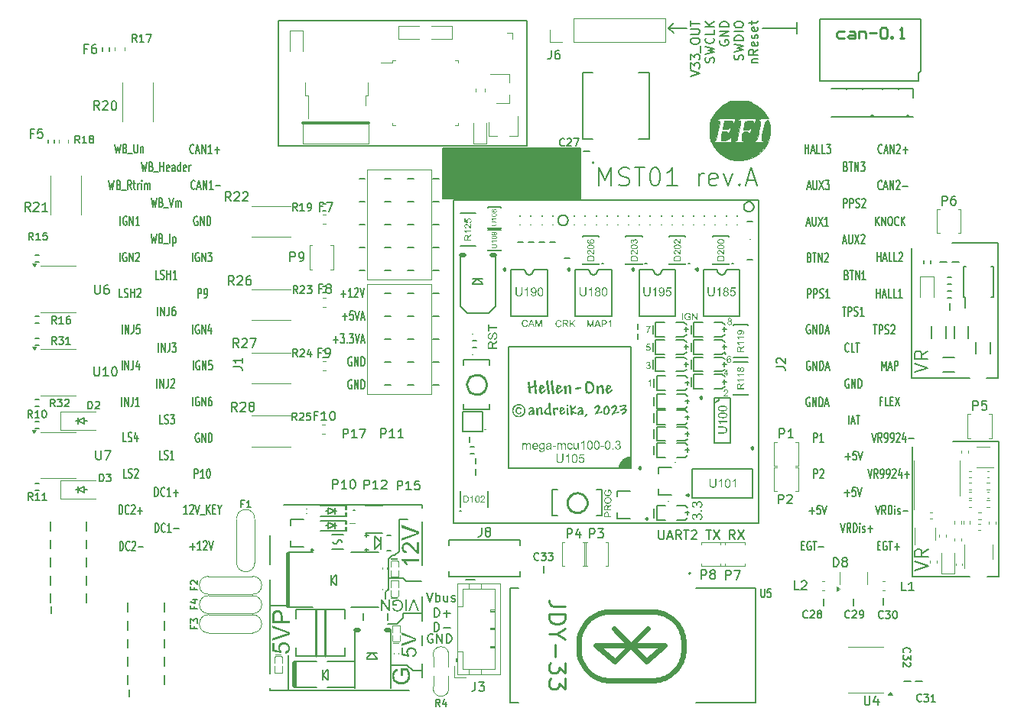
<source format=gto>
G75*
G70*
%OFA0B0*%
%FSLAX25Y25*%
%IPPOS*%
%LPD*%
%AMOC8*
5,1,8,0,0,1.08239X$1,22.5*
%
%ADD123C,0.01000*%
%ADD210C,0.00300*%
%ADD61C,0.00787*%
%ADD63C,0.01181*%
%ADD67C,0.00472*%
%ADD68C,0.00591*%
%ADD69C,0.00669*%
%ADD70C,0.00984*%
%ADD71C,0.00500*%
%ADD72C,0.00800*%
%ADD73C,0.02484*%
%ADD74C,0.00010*%
%ADD75C,0.00390*%
%ADD89C,0.00394*%
%ADD92C,0.01968*%
%ADD93C,0.01575*%
X0000000Y0000000D02*
%LPD*%
G01*
D68*
X0169823Y0182362D02*
X0172244Y0182362D01*
X0180886Y0192382D02*
X0183307Y0192382D01*
X0169823Y0172362D02*
X0172244Y0172362D01*
X0169823Y0212362D02*
X0172244Y0212362D01*
X0180886Y0172362D02*
X0183307Y0172362D01*
X0169823Y0232362D02*
X0172244Y0232362D01*
X0169823Y0222362D02*
X0172244Y0222362D01*
X0283504Y0298070D02*
X0285728Y0295846D01*
X0169823Y0202362D02*
X0172244Y0202362D01*
X0159823Y0222362D02*
X0162244Y0222362D01*
X0180886Y0232362D02*
X0183307Y0232362D01*
X0159823Y0232362D02*
X0162244Y0232362D01*
X0159823Y0142382D02*
X0162244Y0142382D01*
X0159823Y0152362D02*
X0162244Y0152362D01*
X0339390Y0298070D02*
X0339390Y0300570D01*
X0169823Y0142382D02*
X0172244Y0142382D01*
X0159823Y0182362D02*
X0162244Y0182362D01*
X0185157Y0245727D02*
X0245063Y0245727D01*
X0245063Y0223622D01*
X0185157Y0223622D01*
X0185157Y0245727D01*
G36*
X0185157Y0245727D02*
G01*
X0245063Y0245727D01*
X0245063Y0223622D01*
X0185157Y0223622D01*
X0185157Y0245727D01*
G37*
X0151122Y0192401D02*
X0148701Y0192401D01*
X0159823Y0162362D02*
X0162244Y0162362D01*
X0159823Y0212362D02*
X0162244Y0212362D01*
X0169823Y0162362D02*
X0172244Y0162362D01*
X0283504Y0298070D02*
X0285728Y0300295D01*
X0151122Y0212401D02*
X0148701Y0212401D01*
X0159823Y0172362D02*
X0162244Y0172362D01*
X0180886Y0202362D02*
X0183307Y0202362D01*
X0283504Y0298070D02*
X0291437Y0298070D01*
X0151122Y0232401D02*
X0148701Y0232401D01*
X0180886Y0152362D02*
X0183307Y0152362D01*
X0339390Y0298070D02*
X0339390Y0295689D01*
X0151122Y0222401D02*
X0148701Y0222401D01*
X0180886Y0182362D02*
X0183307Y0182362D01*
X0180886Y0142382D02*
X0183307Y0142382D01*
X0169823Y0152362D02*
X0172244Y0152362D01*
X0180886Y0222362D02*
X0183307Y0222362D01*
X0180886Y0162362D02*
X0183307Y0162362D01*
X0159823Y0202362D02*
X0162244Y0202362D01*
X0151122Y0202401D02*
X0148701Y0202401D01*
X0180886Y0212362D02*
X0183307Y0212362D01*
X0159823Y0192382D02*
X0162244Y0192382D01*
X0324528Y0298070D02*
X0339390Y0298070D01*
X0169823Y0192382D02*
X0172244Y0192382D01*
X0076045Y0196122D02*
X0076045Y0200059D01*
X0078801Y0199872D02*
X0078538Y0200059D01*
X0078538Y0200059D02*
X0078144Y0200059D01*
X0078144Y0200059D02*
X0077751Y0199872D01*
X0077751Y0199872D02*
X0077488Y0199497D01*
X0077488Y0199497D02*
X0077357Y0199122D01*
X0077357Y0199122D02*
X0077226Y0198372D01*
X0077226Y0198372D02*
X0077226Y0197810D01*
X0077226Y0197810D02*
X0077357Y0197060D01*
X0077357Y0197060D02*
X0077488Y0196685D01*
X0077488Y0196685D02*
X0077751Y0196310D01*
X0077751Y0196310D02*
X0078144Y0196122D01*
X0078144Y0196122D02*
X0078407Y0196122D01*
X0078407Y0196122D02*
X0078801Y0196310D01*
X0078801Y0196310D02*
X0078932Y0196497D01*
X0078932Y0196497D02*
X0078932Y0197810D01*
X0078932Y0197810D02*
X0078407Y0197810D01*
X0080113Y0196122D02*
X0080113Y0200059D01*
X0080113Y0200059D02*
X0081688Y0196122D01*
X0081688Y0196122D02*
X0081688Y0200059D01*
X0082738Y0200059D02*
X0084444Y0200059D01*
X0084444Y0200059D02*
X0083525Y0198560D01*
X0083525Y0198560D02*
X0083919Y0198560D01*
X0083919Y0198560D02*
X0084181Y0198372D01*
X0084181Y0198372D02*
X0084312Y0198185D01*
X0084312Y0198185D02*
X0084444Y0197810D01*
X0084444Y0197810D02*
X0084444Y0196872D01*
X0084444Y0196872D02*
X0084312Y0196497D01*
X0084312Y0196497D02*
X0084181Y0196310D01*
X0084181Y0196310D02*
X0083919Y0196122D01*
X0083919Y0196122D02*
X0083131Y0196122D01*
X0083131Y0196122D02*
X0082869Y0196310D01*
X0082869Y0196310D02*
X0082738Y0196497D01*
X0141242Y0172130D02*
X0143341Y0172130D01*
X0142291Y0170630D02*
X0142291Y0173630D01*
X0145966Y0174567D02*
X0144654Y0174567D01*
X0144654Y0174567D02*
X0144522Y0172693D01*
X0144522Y0172693D02*
X0144654Y0172880D01*
X0144654Y0172880D02*
X0144916Y0173067D01*
X0144916Y0173067D02*
X0145572Y0173067D01*
X0145572Y0173067D02*
X0145835Y0172880D01*
X0145835Y0172880D02*
X0145966Y0172693D01*
X0145966Y0172693D02*
X0146097Y0172318D01*
X0146097Y0172318D02*
X0146097Y0171380D01*
X0146097Y0171380D02*
X0145966Y0171005D01*
X0145966Y0171005D02*
X0145835Y0170818D01*
X0145835Y0170818D02*
X0145572Y0170630D01*
X0145572Y0170630D02*
X0144916Y0170630D01*
X0144916Y0170630D02*
X0144654Y0170818D01*
X0144654Y0170818D02*
X0144522Y0171005D01*
X0146885Y0174567D02*
X0147803Y0170630D01*
X0147803Y0170630D02*
X0148722Y0174567D01*
X0149509Y0171755D02*
X0150822Y0171755D01*
X0149247Y0170630D02*
X0150165Y0174567D01*
X0150165Y0174567D02*
X0151084Y0170630D01*
X0062908Y0109744D02*
X0061596Y0109744D01*
X0061596Y0109744D02*
X0061596Y0113681D01*
X0063696Y0109932D02*
X0064089Y0109744D01*
X0064089Y0109744D02*
X0064745Y0109744D01*
X0064745Y0109744D02*
X0065008Y0109932D01*
X0065008Y0109932D02*
X0065139Y0110119D01*
X0065139Y0110119D02*
X0065270Y0110494D01*
X0065270Y0110494D02*
X0065270Y0110869D01*
X0065270Y0110869D02*
X0065139Y0111244D01*
X0065139Y0111244D02*
X0065008Y0111432D01*
X0065008Y0111432D02*
X0064745Y0111619D01*
X0064745Y0111619D02*
X0064221Y0111807D01*
X0064221Y0111807D02*
X0063958Y0111994D01*
X0063958Y0111994D02*
X0063827Y0112182D01*
X0063827Y0112182D02*
X0063696Y0112557D01*
X0063696Y0112557D02*
X0063696Y0112932D01*
X0063696Y0112932D02*
X0063827Y0113306D01*
X0063827Y0113306D02*
X0063958Y0113494D01*
X0063958Y0113494D02*
X0064221Y0113681D01*
X0064221Y0113681D02*
X0064877Y0113681D01*
X0064877Y0113681D02*
X0065270Y0113494D01*
X0067895Y0109744D02*
X0066320Y0109744D01*
X0067108Y0109744D02*
X0067108Y0113681D01*
X0067108Y0113681D02*
X0066845Y0113119D01*
X0066845Y0113119D02*
X0066583Y0112744D01*
X0066583Y0112744D02*
X0066320Y0112557D01*
X0145303Y0154281D02*
X0145041Y0154469D01*
X0145041Y0154469D02*
X0144647Y0154469D01*
X0144647Y0154469D02*
X0144253Y0154281D01*
X0144253Y0154281D02*
X0143991Y0153906D01*
X0143991Y0153906D02*
X0143860Y0153531D01*
X0143860Y0153531D02*
X0143728Y0152782D01*
X0143728Y0152782D02*
X0143728Y0152219D01*
X0143728Y0152219D02*
X0143860Y0151469D01*
X0143860Y0151469D02*
X0143991Y0151094D01*
X0143991Y0151094D02*
X0144253Y0150719D01*
X0144253Y0150719D02*
X0144647Y0150532D01*
X0144647Y0150532D02*
X0144910Y0150532D01*
X0144910Y0150532D02*
X0145303Y0150719D01*
X0145303Y0150719D02*
X0145434Y0150907D01*
X0145434Y0150907D02*
X0145434Y0152219D01*
X0145434Y0152219D02*
X0144910Y0152219D01*
X0146616Y0150532D02*
X0146616Y0154469D01*
X0146616Y0154469D02*
X0148190Y0150532D01*
X0148190Y0150532D02*
X0148190Y0154469D01*
X0149503Y0150532D02*
X0149503Y0154469D01*
X0149503Y0154469D02*
X0150159Y0154469D01*
X0150159Y0154469D02*
X0150553Y0154281D01*
X0150553Y0154281D02*
X0150815Y0153906D01*
X0150815Y0153906D02*
X0150946Y0153531D01*
X0150946Y0153531D02*
X0151077Y0152782D01*
X0151077Y0152782D02*
X0151077Y0152219D01*
X0151077Y0152219D02*
X0150946Y0151469D01*
X0150946Y0151469D02*
X0150815Y0151094D01*
X0150815Y0151094D02*
X0150553Y0150719D01*
X0150553Y0150719D02*
X0150159Y0150532D01*
X0150159Y0150532D02*
X0149503Y0150532D01*
X0078328Y0180335D02*
X0078328Y0184272D01*
X0078328Y0184272D02*
X0079378Y0184272D01*
X0079378Y0184272D02*
X0079640Y0184085D01*
X0079640Y0184085D02*
X0079772Y0183897D01*
X0079772Y0183897D02*
X0079903Y0183522D01*
X0079903Y0183522D02*
X0079903Y0182960D01*
X0079903Y0182960D02*
X0079772Y0182585D01*
X0079772Y0182585D02*
X0079640Y0182397D01*
X0079640Y0182397D02*
X0079378Y0182210D01*
X0079378Y0182210D02*
X0078328Y0182210D01*
X0081215Y0180335D02*
X0081740Y0180335D01*
X0081740Y0180335D02*
X0082003Y0180522D01*
X0082003Y0180522D02*
X0082134Y0180710D01*
X0082134Y0180710D02*
X0082396Y0181272D01*
X0082396Y0181272D02*
X0082528Y0182022D01*
X0082528Y0182022D02*
X0082528Y0183522D01*
X0082528Y0183522D02*
X0082396Y0183897D01*
X0082396Y0183897D02*
X0082265Y0184085D01*
X0082265Y0184085D02*
X0082003Y0184272D01*
X0082003Y0184272D02*
X0081478Y0184272D01*
X0081478Y0184272D02*
X0081215Y0184085D01*
X0081215Y0184085D02*
X0081084Y0183897D01*
X0081084Y0183897D02*
X0080953Y0183522D01*
X0080953Y0183522D02*
X0080953Y0182585D01*
X0080953Y0182585D02*
X0081084Y0182210D01*
X0081084Y0182210D02*
X0081215Y0182022D01*
X0081215Y0182022D02*
X0081478Y0181835D01*
X0081478Y0181835D02*
X0082003Y0181835D01*
X0082003Y0181835D02*
X0082265Y0182022D01*
X0082265Y0182022D02*
X0082396Y0182210D01*
X0082396Y0182210D02*
X0082528Y0182585D01*
D61*
X0180663Y0033347D02*
X0180288Y0033534D01*
X0180288Y0033534D02*
X0179726Y0033534D01*
X0179726Y0033534D02*
X0179164Y0033347D01*
X0179164Y0033347D02*
X0178789Y0032972D01*
X0178789Y0032972D02*
X0178601Y0032597D01*
X0178601Y0032597D02*
X0178414Y0031847D01*
X0178414Y0031847D02*
X0178414Y0031284D01*
X0178414Y0031284D02*
X0178601Y0030535D01*
X0178601Y0030535D02*
X0178789Y0030160D01*
X0178789Y0030160D02*
X0179164Y0029785D01*
X0179164Y0029785D02*
X0179726Y0029597D01*
X0179726Y0029597D02*
X0180101Y0029597D01*
X0180101Y0029597D02*
X0180663Y0029785D01*
X0180663Y0029785D02*
X0180851Y0029972D01*
X0180851Y0029972D02*
X0180851Y0031284D01*
X0180851Y0031284D02*
X0180101Y0031284D01*
X0182538Y0029597D02*
X0182538Y0033534D01*
X0182538Y0033534D02*
X0184788Y0029597D01*
X0184788Y0029597D02*
X0184788Y0033534D01*
X0186663Y0029597D02*
X0186663Y0033534D01*
X0186663Y0033534D02*
X0187600Y0033534D01*
X0187600Y0033534D02*
X0188162Y0033347D01*
X0188162Y0033347D02*
X0188537Y0032972D01*
X0188537Y0032972D02*
X0188725Y0032597D01*
X0188725Y0032597D02*
X0188912Y0031847D01*
X0188912Y0031847D02*
X0188912Y0031284D01*
X0188912Y0031284D02*
X0188725Y0030535D01*
X0188725Y0030535D02*
X0188537Y0030160D01*
X0188537Y0030160D02*
X0188162Y0029785D01*
X0188162Y0029785D02*
X0187600Y0029597D01*
X0187600Y0029597D02*
X0186663Y0029597D01*
D68*
X0362068Y0157029D02*
X0361937Y0156841D01*
X0361937Y0156841D02*
X0361543Y0156654D01*
X0361543Y0156654D02*
X0361281Y0156654D01*
X0361281Y0156654D02*
X0360887Y0156841D01*
X0360887Y0156841D02*
X0360625Y0157216D01*
X0360625Y0157216D02*
X0360494Y0157591D01*
X0360494Y0157591D02*
X0360362Y0158341D01*
X0360362Y0158341D02*
X0360362Y0158904D01*
X0360362Y0158904D02*
X0360494Y0159654D01*
X0360494Y0159654D02*
X0360625Y0160028D01*
X0360625Y0160028D02*
X0360887Y0160403D01*
X0360887Y0160403D02*
X0361281Y0160591D01*
X0361281Y0160591D02*
X0361543Y0160591D01*
X0361543Y0160591D02*
X0361937Y0160403D01*
X0361937Y0160403D02*
X0362068Y0160216D01*
X0364562Y0156654D02*
X0363249Y0156654D01*
X0363249Y0156654D02*
X0363249Y0160591D01*
X0365087Y0160591D02*
X0366661Y0160591D01*
X0365874Y0156654D02*
X0365874Y0160591D01*
X0074864Y0071677D02*
X0076963Y0071677D01*
X0075913Y0070178D02*
X0075913Y0073177D01*
X0079719Y0070178D02*
X0078144Y0070178D01*
X0078932Y0070178D02*
X0078932Y0074115D01*
X0078932Y0074115D02*
X0078669Y0073552D01*
X0078669Y0073552D02*
X0078407Y0073177D01*
X0078407Y0073177D02*
X0078144Y0072990D01*
X0080769Y0073740D02*
X0080900Y0073927D01*
X0080900Y0073927D02*
X0081163Y0074115D01*
X0081163Y0074115D02*
X0081819Y0074115D01*
X0081819Y0074115D02*
X0082081Y0073927D01*
X0082081Y0073927D02*
X0082213Y0073740D01*
X0082213Y0073740D02*
X0082344Y0073365D01*
X0082344Y0073365D02*
X0082344Y0072990D01*
X0082344Y0072990D02*
X0082213Y0072427D01*
X0082213Y0072427D02*
X0080638Y0070178D01*
X0080638Y0070178D02*
X0082344Y0070178D01*
X0083131Y0074115D02*
X0084050Y0070178D01*
X0084050Y0070178D02*
X0084969Y0074115D01*
X0293130Y0276852D02*
X0297067Y0278165D01*
X0297067Y0278165D02*
X0293130Y0279477D01*
X0293130Y0280414D02*
X0293130Y0282852D01*
X0293130Y0282852D02*
X0294630Y0281539D01*
X0294630Y0281539D02*
X0294630Y0282102D01*
X0294630Y0282102D02*
X0294817Y0282477D01*
X0294817Y0282477D02*
X0295005Y0282664D01*
X0295005Y0282664D02*
X0295380Y0282852D01*
X0295380Y0282852D02*
X0296317Y0282852D01*
X0296317Y0282852D02*
X0296692Y0282664D01*
X0296692Y0282664D02*
X0296880Y0282477D01*
X0296880Y0282477D02*
X0297067Y0282102D01*
X0297067Y0282102D02*
X0297067Y0280977D01*
X0297067Y0280977D02*
X0296880Y0280602D01*
X0296880Y0280602D02*
X0296692Y0280414D01*
X0293130Y0284164D02*
X0293130Y0286601D01*
X0293130Y0286601D02*
X0294630Y0285289D01*
X0294630Y0285289D02*
X0294630Y0285851D01*
X0294630Y0285851D02*
X0294817Y0286226D01*
X0294817Y0286226D02*
X0295005Y0286414D01*
X0295005Y0286414D02*
X0295380Y0286601D01*
X0295380Y0286601D02*
X0296317Y0286601D01*
X0296317Y0286601D02*
X0296692Y0286414D01*
X0296692Y0286414D02*
X0296880Y0286226D01*
X0296880Y0286226D02*
X0297067Y0285851D01*
X0297067Y0285851D02*
X0297067Y0284726D01*
X0297067Y0284726D02*
X0296880Y0284351D01*
X0296880Y0284351D02*
X0296692Y0284164D01*
X0297442Y0287351D02*
X0297442Y0290351D01*
X0293130Y0292038D02*
X0293130Y0292788D01*
X0293130Y0292788D02*
X0293318Y0293163D01*
X0293318Y0293163D02*
X0293693Y0293538D01*
X0293693Y0293538D02*
X0294442Y0293725D01*
X0294442Y0293725D02*
X0295755Y0293725D01*
X0295755Y0293725D02*
X0296505Y0293538D01*
X0296505Y0293538D02*
X0296880Y0293163D01*
X0296880Y0293163D02*
X0297067Y0292788D01*
X0297067Y0292788D02*
X0297067Y0292038D01*
X0297067Y0292038D02*
X0296880Y0291663D01*
X0296880Y0291663D02*
X0296505Y0291288D01*
X0296505Y0291288D02*
X0295755Y0291101D01*
X0295755Y0291101D02*
X0294442Y0291101D01*
X0294442Y0291101D02*
X0293693Y0291288D01*
X0293693Y0291288D02*
X0293318Y0291663D01*
X0293318Y0291663D02*
X0293130Y0292038D01*
X0293130Y0295413D02*
X0296317Y0295413D01*
X0296317Y0295413D02*
X0296692Y0295600D01*
X0296692Y0295600D02*
X0296880Y0295788D01*
X0296880Y0295788D02*
X0297067Y0296162D01*
X0297067Y0296162D02*
X0297067Y0296912D01*
X0297067Y0296912D02*
X0296880Y0297287D01*
X0296880Y0297287D02*
X0296692Y0297475D01*
X0296692Y0297475D02*
X0296317Y0297662D01*
X0296317Y0297662D02*
X0293130Y0297662D01*
X0293130Y0298975D02*
X0293130Y0301224D01*
X0297067Y0300099D02*
X0293130Y0300099D01*
X0303218Y0283039D02*
X0303405Y0283602D01*
X0303405Y0283602D02*
X0303405Y0284539D01*
X0303405Y0284539D02*
X0303218Y0284914D01*
X0303218Y0284914D02*
X0303031Y0285101D01*
X0303031Y0285101D02*
X0302656Y0285289D01*
X0302656Y0285289D02*
X0302281Y0285289D01*
X0302281Y0285289D02*
X0301906Y0285101D01*
X0301906Y0285101D02*
X0301718Y0284914D01*
X0301718Y0284914D02*
X0301531Y0284539D01*
X0301531Y0284539D02*
X0301343Y0283789D01*
X0301343Y0283789D02*
X0301156Y0283414D01*
X0301156Y0283414D02*
X0300968Y0283227D01*
X0300968Y0283227D02*
X0300593Y0283039D01*
X0300593Y0283039D02*
X0300218Y0283039D01*
X0300218Y0283039D02*
X0299843Y0283227D01*
X0299843Y0283227D02*
X0299656Y0283414D01*
X0299656Y0283414D02*
X0299468Y0283789D01*
X0299468Y0283789D02*
X0299468Y0284726D01*
X0299468Y0284726D02*
X0299656Y0285289D01*
X0299468Y0286601D02*
X0303405Y0287539D01*
X0303405Y0287539D02*
X0300593Y0288288D01*
X0300593Y0288288D02*
X0303405Y0289038D01*
X0303405Y0289038D02*
X0299468Y0289976D01*
X0303031Y0293725D02*
X0303218Y0293538D01*
X0303218Y0293538D02*
X0303405Y0292975D01*
X0303405Y0292975D02*
X0303405Y0292600D01*
X0303405Y0292600D02*
X0303218Y0292038D01*
X0303218Y0292038D02*
X0302843Y0291663D01*
X0302843Y0291663D02*
X0302468Y0291476D01*
X0302468Y0291476D02*
X0301718Y0291288D01*
X0301718Y0291288D02*
X0301156Y0291288D01*
X0301156Y0291288D02*
X0300406Y0291476D01*
X0300406Y0291476D02*
X0300031Y0291663D01*
X0300031Y0291663D02*
X0299656Y0292038D01*
X0299656Y0292038D02*
X0299468Y0292600D01*
X0299468Y0292600D02*
X0299468Y0292975D01*
X0299468Y0292975D02*
X0299656Y0293538D01*
X0299656Y0293538D02*
X0299843Y0293725D01*
X0303405Y0297287D02*
X0303405Y0295413D01*
X0303405Y0295413D02*
X0299468Y0295413D01*
X0303405Y0298600D02*
X0299468Y0298600D01*
X0303405Y0300849D02*
X0301156Y0299162D01*
X0299468Y0300849D02*
X0301718Y0298600D01*
X0305994Y0292600D02*
X0305807Y0292225D01*
X0305807Y0292225D02*
X0305807Y0291663D01*
X0305807Y0291663D02*
X0305994Y0291101D01*
X0305994Y0291101D02*
X0306369Y0290726D01*
X0306369Y0290726D02*
X0306744Y0290538D01*
X0306744Y0290538D02*
X0307494Y0290351D01*
X0307494Y0290351D02*
X0308057Y0290351D01*
X0308057Y0290351D02*
X0308806Y0290538D01*
X0308806Y0290538D02*
X0309181Y0290726D01*
X0309181Y0290726D02*
X0309556Y0291101D01*
X0309556Y0291101D02*
X0309744Y0291663D01*
X0309744Y0291663D02*
X0309744Y0292038D01*
X0309744Y0292038D02*
X0309556Y0292600D01*
X0309556Y0292600D02*
X0309369Y0292788D01*
X0309369Y0292788D02*
X0308057Y0292788D01*
X0308057Y0292788D02*
X0308057Y0292038D01*
X0309744Y0294475D02*
X0305807Y0294475D01*
X0305807Y0294475D02*
X0309744Y0296725D01*
X0309744Y0296725D02*
X0305807Y0296725D01*
X0309744Y0298600D02*
X0305807Y0298600D01*
X0305807Y0298600D02*
X0305807Y0299537D01*
X0305807Y0299537D02*
X0305994Y0300099D01*
X0305994Y0300099D02*
X0306369Y0300474D01*
X0306369Y0300474D02*
X0306744Y0300662D01*
X0306744Y0300662D02*
X0307494Y0300849D01*
X0307494Y0300849D02*
X0308057Y0300849D01*
X0308057Y0300849D02*
X0308806Y0300662D01*
X0308806Y0300662D02*
X0309181Y0300474D01*
X0309181Y0300474D02*
X0309556Y0300099D01*
X0309556Y0300099D02*
X0309744Y0299537D01*
X0309744Y0299537D02*
X0309744Y0298600D01*
X0315895Y0284164D02*
X0316082Y0284726D01*
X0316082Y0284726D02*
X0316082Y0285664D01*
X0316082Y0285664D02*
X0315895Y0286039D01*
X0315895Y0286039D02*
X0315707Y0286226D01*
X0315707Y0286226D02*
X0315332Y0286414D01*
X0315332Y0286414D02*
X0314957Y0286414D01*
X0314957Y0286414D02*
X0314582Y0286226D01*
X0314582Y0286226D02*
X0314395Y0286039D01*
X0314395Y0286039D02*
X0314207Y0285664D01*
X0314207Y0285664D02*
X0314020Y0284914D01*
X0314020Y0284914D02*
X0313832Y0284539D01*
X0313832Y0284539D02*
X0313645Y0284351D01*
X0313645Y0284351D02*
X0313270Y0284164D01*
X0313270Y0284164D02*
X0312895Y0284164D01*
X0312895Y0284164D02*
X0312520Y0284351D01*
X0312520Y0284351D02*
X0312333Y0284539D01*
X0312333Y0284539D02*
X0312145Y0284914D01*
X0312145Y0284914D02*
X0312145Y0285851D01*
X0312145Y0285851D02*
X0312333Y0286414D01*
X0312145Y0287726D02*
X0316082Y0288663D01*
X0316082Y0288663D02*
X0313270Y0289413D01*
X0313270Y0289413D02*
X0316082Y0290163D01*
X0316082Y0290163D02*
X0312145Y0291101D01*
X0316082Y0292600D02*
X0312145Y0292600D01*
X0312145Y0292600D02*
X0312145Y0293538D01*
X0312145Y0293538D02*
X0312333Y0294100D01*
X0312333Y0294100D02*
X0312708Y0294475D01*
X0312708Y0294475D02*
X0313083Y0294663D01*
X0313083Y0294663D02*
X0313832Y0294850D01*
X0313832Y0294850D02*
X0314395Y0294850D01*
X0314395Y0294850D02*
X0315145Y0294663D01*
X0315145Y0294663D02*
X0315520Y0294475D01*
X0315520Y0294475D02*
X0315895Y0294100D01*
X0315895Y0294100D02*
X0316082Y0293538D01*
X0316082Y0293538D02*
X0316082Y0292600D01*
X0316082Y0296537D02*
X0312145Y0296537D01*
X0312145Y0299162D02*
X0312145Y0299912D01*
X0312145Y0299912D02*
X0312333Y0300287D01*
X0312333Y0300287D02*
X0312708Y0300662D01*
X0312708Y0300662D02*
X0313458Y0300849D01*
X0313458Y0300849D02*
X0314770Y0300849D01*
X0314770Y0300849D02*
X0315520Y0300662D01*
X0315520Y0300662D02*
X0315895Y0300287D01*
X0315895Y0300287D02*
X0316082Y0299912D01*
X0316082Y0299912D02*
X0316082Y0299162D01*
X0316082Y0299162D02*
X0315895Y0298787D01*
X0315895Y0298787D02*
X0315520Y0298412D01*
X0315520Y0298412D02*
X0314770Y0298225D01*
X0314770Y0298225D02*
X0313458Y0298225D01*
X0313458Y0298225D02*
X0312708Y0298412D01*
X0312708Y0298412D02*
X0312333Y0298787D01*
X0312333Y0298787D02*
X0312145Y0299162D01*
X0319796Y0282852D02*
X0322421Y0282852D01*
X0320171Y0282852D02*
X0319983Y0283039D01*
X0319983Y0283039D02*
X0319796Y0283414D01*
X0319796Y0283414D02*
X0319796Y0283977D01*
X0319796Y0283977D02*
X0319983Y0284351D01*
X0319983Y0284351D02*
X0320358Y0284539D01*
X0320358Y0284539D02*
X0322421Y0284539D01*
X0322421Y0288663D02*
X0320546Y0287351D01*
X0322421Y0286414D02*
X0318484Y0286414D01*
X0318484Y0286414D02*
X0318484Y0287914D01*
X0318484Y0287914D02*
X0318671Y0288288D01*
X0318671Y0288288D02*
X0318858Y0288476D01*
X0318858Y0288476D02*
X0319233Y0288663D01*
X0319233Y0288663D02*
X0319796Y0288663D01*
X0319796Y0288663D02*
X0320171Y0288476D01*
X0320171Y0288476D02*
X0320358Y0288288D01*
X0320358Y0288288D02*
X0320546Y0287914D01*
X0320546Y0287914D02*
X0320546Y0286414D01*
X0322233Y0291851D02*
X0322421Y0291476D01*
X0322421Y0291476D02*
X0322421Y0290726D01*
X0322421Y0290726D02*
X0322233Y0290351D01*
X0322233Y0290351D02*
X0321858Y0290163D01*
X0321858Y0290163D02*
X0320358Y0290163D01*
X0320358Y0290163D02*
X0319983Y0290351D01*
X0319983Y0290351D02*
X0319796Y0290726D01*
X0319796Y0290726D02*
X0319796Y0291476D01*
X0319796Y0291476D02*
X0319983Y0291851D01*
X0319983Y0291851D02*
X0320358Y0292038D01*
X0320358Y0292038D02*
X0320733Y0292038D01*
X0320733Y0292038D02*
X0321108Y0290163D01*
X0322233Y0293538D02*
X0322421Y0293913D01*
X0322421Y0293913D02*
X0322421Y0294663D01*
X0322421Y0294663D02*
X0322233Y0295038D01*
X0322233Y0295038D02*
X0321858Y0295225D01*
X0321858Y0295225D02*
X0321671Y0295225D01*
X0321671Y0295225D02*
X0321296Y0295038D01*
X0321296Y0295038D02*
X0321108Y0294663D01*
X0321108Y0294663D02*
X0321108Y0294100D01*
X0321108Y0294100D02*
X0320921Y0293725D01*
X0320921Y0293725D02*
X0320546Y0293538D01*
X0320546Y0293538D02*
X0320358Y0293538D01*
X0320358Y0293538D02*
X0319983Y0293725D01*
X0319983Y0293725D02*
X0319796Y0294100D01*
X0319796Y0294100D02*
X0319796Y0294663D01*
X0319796Y0294663D02*
X0319983Y0295038D01*
X0322233Y0298412D02*
X0322421Y0298037D01*
X0322421Y0298037D02*
X0322421Y0297287D01*
X0322421Y0297287D02*
X0322233Y0296912D01*
X0322233Y0296912D02*
X0321858Y0296725D01*
X0321858Y0296725D02*
X0320358Y0296725D01*
X0320358Y0296725D02*
X0319983Y0296912D01*
X0319983Y0296912D02*
X0319796Y0297287D01*
X0319796Y0297287D02*
X0319796Y0298037D01*
X0319796Y0298037D02*
X0319983Y0298412D01*
X0319983Y0298412D02*
X0320358Y0298600D01*
X0320358Y0298600D02*
X0320733Y0298600D01*
X0320733Y0298600D02*
X0321108Y0296725D01*
X0319796Y0299725D02*
X0319796Y0301224D01*
X0318484Y0300287D02*
X0321858Y0300287D01*
X0321858Y0300287D02*
X0322233Y0300474D01*
X0322233Y0300474D02*
X0322421Y0300849D01*
X0322421Y0300849D02*
X0322421Y0301224D01*
X0078787Y0121092D02*
X0078525Y0121280D01*
X0078525Y0121280D02*
X0078131Y0121280D01*
X0078131Y0121280D02*
X0077738Y0121092D01*
X0077738Y0121092D02*
X0077475Y0120717D01*
X0077475Y0120717D02*
X0077344Y0120342D01*
X0077344Y0120342D02*
X0077213Y0119593D01*
X0077213Y0119593D02*
X0077213Y0119030D01*
X0077213Y0119030D02*
X0077344Y0118280D01*
X0077344Y0118280D02*
X0077475Y0117905D01*
X0077475Y0117905D02*
X0077738Y0117530D01*
X0077738Y0117530D02*
X0078131Y0117343D01*
X0078131Y0117343D02*
X0078394Y0117343D01*
X0078394Y0117343D02*
X0078787Y0117530D01*
X0078787Y0117530D02*
X0078919Y0117718D01*
X0078919Y0117718D02*
X0078919Y0119030D01*
X0078919Y0119030D02*
X0078394Y0119030D01*
X0080100Y0117343D02*
X0080100Y0121280D01*
X0080100Y0121280D02*
X0081675Y0117343D01*
X0081675Y0117343D02*
X0081675Y0121280D01*
X0082987Y0117343D02*
X0082987Y0121280D01*
X0082987Y0121280D02*
X0083643Y0121280D01*
X0083643Y0121280D02*
X0084037Y0121092D01*
X0084037Y0121092D02*
X0084299Y0120717D01*
X0084299Y0120717D02*
X0084431Y0120342D01*
X0084431Y0120342D02*
X0084562Y0119593D01*
X0084562Y0119593D02*
X0084562Y0119030D01*
X0084562Y0119030D02*
X0084431Y0118280D01*
X0084431Y0118280D02*
X0084299Y0117905D01*
X0084299Y0117905D02*
X0084037Y0117530D01*
X0084037Y0117530D02*
X0083643Y0117343D01*
X0083643Y0117343D02*
X0082987Y0117343D01*
X0359536Y0205082D02*
X0360848Y0205082D01*
X0359273Y0203957D02*
X0360192Y0207894D01*
X0360192Y0207894D02*
X0361110Y0203957D01*
X0362029Y0207894D02*
X0362029Y0204707D01*
X0362029Y0204707D02*
X0362160Y0204332D01*
X0362160Y0204332D02*
X0362291Y0204145D01*
X0362291Y0204145D02*
X0362554Y0203957D01*
X0362554Y0203957D02*
X0363079Y0203957D01*
X0363079Y0203957D02*
X0363341Y0204145D01*
X0363341Y0204145D02*
X0363473Y0204332D01*
X0363473Y0204332D02*
X0363604Y0204707D01*
X0363604Y0204707D02*
X0363604Y0207894D01*
X0364654Y0207894D02*
X0366491Y0203957D01*
X0366491Y0207894D02*
X0364654Y0203957D01*
X0367410Y0207519D02*
X0367541Y0207707D01*
X0367541Y0207707D02*
X0367803Y0207894D01*
X0367803Y0207894D02*
X0368459Y0207894D01*
X0368459Y0207894D02*
X0368722Y0207707D01*
X0368722Y0207707D02*
X0368853Y0207519D01*
X0368853Y0207519D02*
X0368984Y0207144D01*
X0368984Y0207144D02*
X0368984Y0206769D01*
X0368984Y0206769D02*
X0368853Y0206207D01*
X0368853Y0206207D02*
X0367278Y0203957D01*
X0367278Y0203957D02*
X0368984Y0203957D01*
X0358525Y0081890D02*
X0359444Y0077953D01*
X0359444Y0077953D02*
X0360362Y0081890D01*
X0362856Y0077953D02*
X0361937Y0079828D01*
X0361281Y0077953D02*
X0361281Y0081890D01*
X0361281Y0081890D02*
X0362331Y0081890D01*
X0362331Y0081890D02*
X0362593Y0081703D01*
X0362593Y0081703D02*
X0362724Y0081515D01*
X0362724Y0081515D02*
X0362856Y0081140D01*
X0362856Y0081140D02*
X0362856Y0080578D01*
X0362856Y0080578D02*
X0362724Y0080203D01*
X0362724Y0080203D02*
X0362593Y0080015D01*
X0362593Y0080015D02*
X0362331Y0079828D01*
X0362331Y0079828D02*
X0361281Y0079828D01*
X0364037Y0077953D02*
X0364037Y0081890D01*
X0364037Y0081890D02*
X0364693Y0081890D01*
X0364693Y0081890D02*
X0365087Y0081703D01*
X0365087Y0081703D02*
X0365349Y0081328D01*
X0365349Y0081328D02*
X0365480Y0080953D01*
X0365480Y0080953D02*
X0365612Y0080203D01*
X0365612Y0080203D02*
X0365612Y0079640D01*
X0365612Y0079640D02*
X0365480Y0078890D01*
X0365480Y0078890D02*
X0365349Y0078516D01*
X0365349Y0078516D02*
X0365087Y0078141D01*
X0365087Y0078141D02*
X0364693Y0077953D01*
X0364693Y0077953D02*
X0364037Y0077953D01*
X0366793Y0077953D02*
X0366793Y0080578D01*
X0366793Y0081890D02*
X0366661Y0081703D01*
X0366661Y0081703D02*
X0366793Y0081515D01*
X0366793Y0081515D02*
X0366924Y0081703D01*
X0366924Y0081703D02*
X0366793Y0081890D01*
X0366793Y0081890D02*
X0366793Y0081515D01*
X0367974Y0078141D02*
X0368236Y0077953D01*
X0368236Y0077953D02*
X0368761Y0077953D01*
X0368761Y0077953D02*
X0369024Y0078141D01*
X0369024Y0078141D02*
X0369155Y0078516D01*
X0369155Y0078516D02*
X0369155Y0078703D01*
X0369155Y0078703D02*
X0369024Y0079078D01*
X0369024Y0079078D02*
X0368761Y0079265D01*
X0368761Y0079265D02*
X0368368Y0079265D01*
X0368368Y0079265D02*
X0368105Y0079453D01*
X0368105Y0079453D02*
X0367974Y0079828D01*
X0367974Y0079828D02*
X0367974Y0080015D01*
X0367974Y0080015D02*
X0368105Y0080390D01*
X0368105Y0080390D02*
X0368368Y0080578D01*
X0368368Y0080578D02*
X0368761Y0080578D01*
X0368761Y0080578D02*
X0369024Y0080390D01*
X0370336Y0079453D02*
X0372436Y0079453D01*
X0371386Y0077953D02*
X0371386Y0080953D01*
X0344883Y0087288D02*
X0346983Y0087288D01*
X0345933Y0085788D02*
X0345933Y0088787D01*
X0349608Y0089725D02*
X0348295Y0089725D01*
X0348295Y0089725D02*
X0348164Y0087850D01*
X0348164Y0087850D02*
X0348295Y0088037D01*
X0348295Y0088037D02*
X0348558Y0088225D01*
X0348558Y0088225D02*
X0349214Y0088225D01*
X0349214Y0088225D02*
X0349476Y0088037D01*
X0349476Y0088037D02*
X0349608Y0087850D01*
X0349608Y0087850D02*
X0349739Y0087475D01*
X0349739Y0087475D02*
X0349739Y0086538D01*
X0349739Y0086538D02*
X0349608Y0086163D01*
X0349608Y0086163D02*
X0349476Y0085975D01*
X0349476Y0085975D02*
X0349214Y0085788D01*
X0349214Y0085788D02*
X0348558Y0085788D01*
X0348558Y0085788D02*
X0348295Y0085975D01*
X0348295Y0085975D02*
X0348164Y0086163D01*
X0350526Y0089725D02*
X0351445Y0085788D01*
X0351445Y0085788D02*
X0352364Y0089725D01*
X0061274Y0188426D02*
X0059962Y0188426D01*
X0059962Y0188426D02*
X0059962Y0192363D01*
X0062062Y0188613D02*
X0062455Y0188426D01*
X0062455Y0188426D02*
X0063112Y0188426D01*
X0063112Y0188426D02*
X0063374Y0188613D01*
X0063374Y0188613D02*
X0063505Y0188800D01*
X0063505Y0188800D02*
X0063637Y0189175D01*
X0063637Y0189175D02*
X0063637Y0189550D01*
X0063637Y0189550D02*
X0063505Y0189925D01*
X0063505Y0189925D02*
X0063374Y0190113D01*
X0063374Y0190113D02*
X0063112Y0190300D01*
X0063112Y0190300D02*
X0062587Y0190488D01*
X0062587Y0190488D02*
X0062324Y0190675D01*
X0062324Y0190675D02*
X0062193Y0190863D01*
X0062193Y0190863D02*
X0062062Y0191238D01*
X0062062Y0191238D02*
X0062062Y0191613D01*
X0062062Y0191613D02*
X0062193Y0191988D01*
X0062193Y0191988D02*
X0062324Y0192175D01*
X0062324Y0192175D02*
X0062587Y0192363D01*
X0062587Y0192363D02*
X0063243Y0192363D01*
X0063243Y0192363D02*
X0063637Y0192175D01*
X0064818Y0188426D02*
X0064818Y0192363D01*
X0064818Y0190488D02*
X0066392Y0190488D01*
X0066392Y0188426D02*
X0066392Y0192363D01*
X0069148Y0188426D02*
X0067574Y0188426D01*
X0068361Y0188426D02*
X0068361Y0192363D01*
X0068361Y0192363D02*
X0068098Y0191800D01*
X0068098Y0191800D02*
X0067836Y0191425D01*
X0067836Y0191425D02*
X0067574Y0191238D01*
X0376491Y0135193D02*
X0375572Y0135193D01*
X0375572Y0133130D02*
X0375572Y0137067D01*
X0375572Y0137067D02*
X0376885Y0137067D01*
X0379247Y0133130D02*
X0377934Y0133130D01*
X0377934Y0133130D02*
X0377934Y0137067D01*
X0380165Y0135193D02*
X0381084Y0135193D01*
X0381478Y0133130D02*
X0380165Y0133130D01*
X0380165Y0133130D02*
X0380165Y0137067D01*
X0380165Y0137067D02*
X0381478Y0137067D01*
X0382396Y0137067D02*
X0384234Y0133130D01*
X0384234Y0137067D02*
X0382396Y0133130D01*
X0053597Y0239489D02*
X0054253Y0235552D01*
X0054253Y0235552D02*
X0054778Y0238364D01*
X0054778Y0238364D02*
X0055303Y0235552D01*
X0055303Y0235552D02*
X0055959Y0239489D01*
X0057928Y0237614D02*
X0058322Y0237426D01*
X0058322Y0237426D02*
X0058453Y0237239D01*
X0058453Y0237239D02*
X0058584Y0236864D01*
X0058584Y0236864D02*
X0058584Y0236301D01*
X0058584Y0236301D02*
X0058453Y0235926D01*
X0058453Y0235926D02*
X0058322Y0235739D01*
X0058322Y0235739D02*
X0058059Y0235552D01*
X0058059Y0235552D02*
X0057009Y0235552D01*
X0057009Y0235552D02*
X0057009Y0239489D01*
X0057009Y0239489D02*
X0057928Y0239489D01*
X0057928Y0239489D02*
X0058190Y0239301D01*
X0058190Y0239301D02*
X0058322Y0239114D01*
X0058322Y0239114D02*
X0058453Y0238739D01*
X0058453Y0238739D02*
X0058453Y0238364D01*
X0058453Y0238364D02*
X0058322Y0237989D01*
X0058322Y0237989D02*
X0058190Y0237801D01*
X0058190Y0237801D02*
X0057928Y0237614D01*
X0057928Y0237614D02*
X0057009Y0237614D01*
X0059109Y0235177D02*
X0061209Y0235177D01*
X0061865Y0235552D02*
X0061865Y0239489D01*
X0061865Y0237614D02*
X0063440Y0237614D01*
X0063440Y0235552D02*
X0063440Y0239489D01*
X0065802Y0235739D02*
X0065539Y0235552D01*
X0065539Y0235552D02*
X0065014Y0235552D01*
X0065014Y0235552D02*
X0064752Y0235739D01*
X0064752Y0235739D02*
X0064621Y0236114D01*
X0064621Y0236114D02*
X0064621Y0237614D01*
X0064621Y0237614D02*
X0064752Y0237989D01*
X0064752Y0237989D02*
X0065014Y0238176D01*
X0065014Y0238176D02*
X0065539Y0238176D01*
X0065539Y0238176D02*
X0065802Y0237989D01*
X0065802Y0237989D02*
X0065933Y0237614D01*
X0065933Y0237614D02*
X0065933Y0237239D01*
X0065933Y0237239D02*
X0064621Y0236864D01*
X0068295Y0235552D02*
X0068295Y0237614D01*
X0068295Y0237614D02*
X0068164Y0237989D01*
X0068164Y0237989D02*
X0067902Y0238176D01*
X0067902Y0238176D02*
X0067377Y0238176D01*
X0067377Y0238176D02*
X0067114Y0237989D01*
X0068295Y0235739D02*
X0068033Y0235552D01*
X0068033Y0235552D02*
X0067377Y0235552D01*
X0067377Y0235552D02*
X0067114Y0235739D01*
X0067114Y0235739D02*
X0066983Y0236114D01*
X0066983Y0236114D02*
X0066983Y0236489D01*
X0066983Y0236489D02*
X0067114Y0236864D01*
X0067114Y0236864D02*
X0067377Y0237051D01*
X0067377Y0237051D02*
X0068033Y0237051D01*
X0068033Y0237051D02*
X0068295Y0237239D01*
X0070789Y0235552D02*
X0070789Y0239489D01*
X0070789Y0235739D02*
X0070526Y0235552D01*
X0070526Y0235552D02*
X0070001Y0235552D01*
X0070001Y0235552D02*
X0069739Y0235739D01*
X0069739Y0235739D02*
X0069608Y0235926D01*
X0069608Y0235926D02*
X0069476Y0236301D01*
X0069476Y0236301D02*
X0069476Y0237426D01*
X0069476Y0237426D02*
X0069608Y0237801D01*
X0069608Y0237801D02*
X0069739Y0237989D01*
X0069739Y0237989D02*
X0070001Y0238176D01*
X0070001Y0238176D02*
X0070526Y0238176D01*
X0070526Y0238176D02*
X0070789Y0237989D01*
X0073151Y0235739D02*
X0072889Y0235552D01*
X0072889Y0235552D02*
X0072364Y0235552D01*
X0072364Y0235552D02*
X0072101Y0235739D01*
X0072101Y0235739D02*
X0071970Y0236114D01*
X0071970Y0236114D02*
X0071970Y0237614D01*
X0071970Y0237614D02*
X0072101Y0237989D01*
X0072101Y0237989D02*
X0072364Y0238176D01*
X0072364Y0238176D02*
X0072889Y0238176D01*
X0072889Y0238176D02*
X0073151Y0237989D01*
X0073151Y0237989D02*
X0073282Y0237614D01*
X0073282Y0237614D02*
X0073282Y0237239D01*
X0073282Y0237239D02*
X0071970Y0236864D01*
X0074463Y0235552D02*
X0074463Y0238176D01*
X0074463Y0237426D02*
X0074595Y0237801D01*
X0074595Y0237801D02*
X0074726Y0237989D01*
X0074726Y0237989D02*
X0074988Y0238176D01*
X0074988Y0238176D02*
X0075251Y0238176D01*
X0060848Y0172441D02*
X0060848Y0176378D01*
X0062160Y0172441D02*
X0062160Y0176378D01*
X0062160Y0176378D02*
X0063735Y0172441D01*
X0063735Y0172441D02*
X0063735Y0176378D01*
X0065835Y0176378D02*
X0065835Y0173566D01*
X0065835Y0173566D02*
X0065703Y0173004D01*
X0065703Y0173004D02*
X0065441Y0172629D01*
X0065441Y0172629D02*
X0065047Y0172441D01*
X0065047Y0172441D02*
X0064785Y0172441D01*
X0068328Y0176378D02*
X0067803Y0176378D01*
X0067803Y0176378D02*
X0067541Y0176191D01*
X0067541Y0176191D02*
X0067410Y0176003D01*
X0067410Y0176003D02*
X0067147Y0175441D01*
X0067147Y0175441D02*
X0067016Y0174691D01*
X0067016Y0174691D02*
X0067016Y0173191D01*
X0067016Y0173191D02*
X0067147Y0172816D01*
X0067147Y0172816D02*
X0067278Y0172629D01*
X0067278Y0172629D02*
X0067541Y0172441D01*
X0067541Y0172441D02*
X0068066Y0172441D01*
X0068066Y0172441D02*
X0068328Y0172629D01*
X0068328Y0172629D02*
X0068459Y0172816D01*
X0068459Y0172816D02*
X0068591Y0173191D01*
X0068591Y0173191D02*
X0068591Y0174129D01*
X0068591Y0174129D02*
X0068459Y0174504D01*
X0068459Y0174504D02*
X0068328Y0174691D01*
X0068328Y0174691D02*
X0068066Y0174878D01*
X0068066Y0174878D02*
X0067541Y0174878D01*
X0067541Y0174878D02*
X0067278Y0174691D01*
X0067278Y0174691D02*
X0067147Y0174504D01*
X0067147Y0174504D02*
X0067016Y0174129D01*
X0362029Y0125118D02*
X0362029Y0129055D01*
X0363210Y0126243D02*
X0364522Y0126243D01*
X0362948Y0125118D02*
X0363866Y0129055D01*
X0363866Y0129055D02*
X0364785Y0125118D01*
X0365310Y0129055D02*
X0366885Y0129055D01*
X0366097Y0125118D02*
X0366097Y0129055D01*
X0360684Y0237574D02*
X0361077Y0237387D01*
X0361077Y0237387D02*
X0361209Y0237199D01*
X0361209Y0237199D02*
X0361340Y0236824D01*
X0361340Y0236824D02*
X0361340Y0236262D01*
X0361340Y0236262D02*
X0361209Y0235887D01*
X0361209Y0235887D02*
X0361077Y0235700D01*
X0361077Y0235700D02*
X0360815Y0235512D01*
X0360815Y0235512D02*
X0359765Y0235512D01*
X0359765Y0235512D02*
X0359765Y0239449D01*
X0359765Y0239449D02*
X0360684Y0239449D01*
X0360684Y0239449D02*
X0360946Y0239262D01*
X0360946Y0239262D02*
X0361077Y0239074D01*
X0361077Y0239074D02*
X0361209Y0238699D01*
X0361209Y0238699D02*
X0361209Y0238324D01*
X0361209Y0238324D02*
X0361077Y0237949D01*
X0361077Y0237949D02*
X0360946Y0237762D01*
X0360946Y0237762D02*
X0360684Y0237574D01*
X0360684Y0237574D02*
X0359765Y0237574D01*
X0362127Y0239449D02*
X0363702Y0239449D01*
X0362915Y0235512D02*
X0362915Y0239449D01*
X0364621Y0235512D02*
X0364621Y0239449D01*
X0364621Y0239449D02*
X0366196Y0235512D01*
X0366196Y0235512D02*
X0366196Y0239449D01*
X0367245Y0239449D02*
X0368952Y0239449D01*
X0368952Y0239449D02*
X0368033Y0237949D01*
X0368033Y0237949D02*
X0368427Y0237949D01*
X0368427Y0237949D02*
X0368689Y0237762D01*
X0368689Y0237762D02*
X0368820Y0237574D01*
X0368820Y0237574D02*
X0368952Y0237199D01*
X0368952Y0237199D02*
X0368952Y0236262D01*
X0368952Y0236262D02*
X0368820Y0235887D01*
X0368820Y0235887D02*
X0368689Y0235700D01*
X0368689Y0235700D02*
X0368427Y0235512D01*
X0368427Y0235512D02*
X0367639Y0235512D01*
X0367639Y0235512D02*
X0367377Y0235700D01*
X0367377Y0235700D02*
X0367245Y0235887D01*
X0145303Y0144281D02*
X0145041Y0144469D01*
X0145041Y0144469D02*
X0144647Y0144469D01*
X0144647Y0144469D02*
X0144253Y0144281D01*
X0144253Y0144281D02*
X0143991Y0143906D01*
X0143991Y0143906D02*
X0143860Y0143531D01*
X0143860Y0143531D02*
X0143728Y0142782D01*
X0143728Y0142782D02*
X0143728Y0142219D01*
X0143728Y0142219D02*
X0143860Y0141469D01*
X0143860Y0141469D02*
X0143991Y0141094D01*
X0143991Y0141094D02*
X0144253Y0140719D01*
X0144253Y0140719D02*
X0144647Y0140532D01*
X0144647Y0140532D02*
X0144910Y0140532D01*
X0144910Y0140532D02*
X0145303Y0140719D01*
X0145303Y0140719D02*
X0145434Y0140907D01*
X0145434Y0140907D02*
X0145434Y0142219D01*
X0145434Y0142219D02*
X0144910Y0142219D01*
X0146616Y0140532D02*
X0146616Y0144469D01*
X0146616Y0144469D02*
X0148190Y0140532D01*
X0148190Y0140532D02*
X0148190Y0144469D01*
X0149503Y0140532D02*
X0149503Y0144469D01*
X0149503Y0144469D02*
X0150159Y0144469D01*
X0150159Y0144469D02*
X0150553Y0144281D01*
X0150553Y0144281D02*
X0150815Y0143906D01*
X0150815Y0143906D02*
X0150946Y0143531D01*
X0150946Y0143531D02*
X0151077Y0142782D01*
X0151077Y0142782D02*
X0151077Y0142219D01*
X0151077Y0142219D02*
X0150946Y0141469D01*
X0150946Y0141469D02*
X0150815Y0141094D01*
X0150815Y0141094D02*
X0150553Y0140719D01*
X0150553Y0140719D02*
X0150159Y0140532D01*
X0150159Y0140532D02*
X0149503Y0140532D01*
X0345008Y0136663D02*
X0344745Y0136851D01*
X0344745Y0136851D02*
X0344352Y0136851D01*
X0344352Y0136851D02*
X0343958Y0136663D01*
X0343958Y0136663D02*
X0343696Y0136288D01*
X0343696Y0136288D02*
X0343564Y0135913D01*
X0343564Y0135913D02*
X0343433Y0135163D01*
X0343433Y0135163D02*
X0343433Y0134601D01*
X0343433Y0134601D02*
X0343564Y0133851D01*
X0343564Y0133851D02*
X0343696Y0133476D01*
X0343696Y0133476D02*
X0343958Y0133101D01*
X0343958Y0133101D02*
X0344352Y0132914D01*
X0344352Y0132914D02*
X0344614Y0132914D01*
X0344614Y0132914D02*
X0345008Y0133101D01*
X0345008Y0133101D02*
X0345139Y0133289D01*
X0345139Y0133289D02*
X0345139Y0134601D01*
X0345139Y0134601D02*
X0344614Y0134601D01*
X0346320Y0132914D02*
X0346320Y0136851D01*
X0346320Y0136851D02*
X0347895Y0132914D01*
X0347895Y0132914D02*
X0347895Y0136851D01*
X0349207Y0132914D02*
X0349207Y0136851D01*
X0349207Y0136851D02*
X0349864Y0136851D01*
X0349864Y0136851D02*
X0350257Y0136663D01*
X0350257Y0136663D02*
X0350520Y0136288D01*
X0350520Y0136288D02*
X0350651Y0135913D01*
X0350651Y0135913D02*
X0350782Y0135163D01*
X0350782Y0135163D02*
X0350782Y0134601D01*
X0350782Y0134601D02*
X0350651Y0133851D01*
X0350651Y0133851D02*
X0350520Y0133476D01*
X0350520Y0133476D02*
X0350257Y0133101D01*
X0350257Y0133101D02*
X0349864Y0132914D01*
X0349864Y0132914D02*
X0349207Y0132914D01*
X0351832Y0134039D02*
X0353144Y0134039D01*
X0351570Y0132914D02*
X0352488Y0136851D01*
X0352488Y0136851D02*
X0353407Y0132914D01*
X0279200Y0078839D02*
X0279200Y0075652D01*
X0279200Y0075652D02*
X0279387Y0075277D01*
X0279387Y0075277D02*
X0279575Y0075089D01*
X0279575Y0075089D02*
X0279950Y0074902D01*
X0279950Y0074902D02*
X0280700Y0074902D01*
X0280700Y0074902D02*
X0281075Y0075089D01*
X0281075Y0075089D02*
X0281262Y0075277D01*
X0281262Y0075277D02*
X0281450Y0075652D01*
X0281450Y0075652D02*
X0281450Y0078839D01*
X0283137Y0076027D02*
X0285012Y0076027D01*
X0282762Y0074902D02*
X0284074Y0078839D01*
X0284074Y0078839D02*
X0285387Y0074902D01*
X0288949Y0074902D02*
X0287636Y0076777D01*
X0286699Y0074902D02*
X0286699Y0078839D01*
X0286699Y0078839D02*
X0288199Y0078839D01*
X0288199Y0078839D02*
X0288574Y0078651D01*
X0288574Y0078651D02*
X0288761Y0078464D01*
X0288761Y0078464D02*
X0288949Y0078089D01*
X0288949Y0078089D02*
X0288949Y0077527D01*
X0288949Y0077527D02*
X0288761Y0077152D01*
X0288761Y0077152D02*
X0288574Y0076964D01*
X0288574Y0076964D02*
X0288199Y0076777D01*
X0288199Y0076777D02*
X0286699Y0076777D01*
X0290074Y0078839D02*
X0292323Y0078839D01*
X0291198Y0074902D02*
X0291198Y0078839D01*
X0293448Y0078464D02*
X0293636Y0078651D01*
X0293636Y0078651D02*
X0294011Y0078839D01*
X0294011Y0078839D02*
X0294948Y0078839D01*
X0294948Y0078839D02*
X0295323Y0078651D01*
X0295323Y0078651D02*
X0295510Y0078464D01*
X0295510Y0078464D02*
X0295698Y0078089D01*
X0295698Y0078089D02*
X0295698Y0077714D01*
X0295698Y0077714D02*
X0295510Y0077152D01*
X0295510Y0077152D02*
X0293261Y0074902D01*
X0293261Y0074902D02*
X0295698Y0074902D01*
X0299822Y0078839D02*
X0302072Y0078839D01*
X0300947Y0074902D02*
X0300947Y0078839D01*
X0303009Y0078839D02*
X0305634Y0074902D01*
X0305634Y0078839D02*
X0303009Y0074902D01*
X0312383Y0074902D02*
X0311071Y0076777D01*
X0310134Y0074902D02*
X0310134Y0078839D01*
X0310134Y0078839D02*
X0311633Y0078839D01*
X0311633Y0078839D02*
X0312008Y0078651D01*
X0312008Y0078651D02*
X0312196Y0078464D01*
X0312196Y0078464D02*
X0312383Y0078089D01*
X0312383Y0078089D02*
X0312383Y0077527D01*
X0312383Y0077527D02*
X0312196Y0077152D01*
X0312196Y0077152D02*
X0312008Y0076964D01*
X0312008Y0076964D02*
X0311633Y0076777D01*
X0311633Y0076777D02*
X0310134Y0076777D01*
X0313696Y0078839D02*
X0316320Y0074902D01*
X0316320Y0078839D02*
X0313696Y0074902D01*
X0359726Y0219666D02*
X0359726Y0223603D01*
X0359726Y0223603D02*
X0360776Y0223603D01*
X0360776Y0223603D02*
X0361038Y0223415D01*
X0361038Y0223415D02*
X0361169Y0223228D01*
X0361169Y0223228D02*
X0361301Y0222853D01*
X0361301Y0222853D02*
X0361301Y0222290D01*
X0361301Y0222290D02*
X0361169Y0221915D01*
X0361169Y0221915D02*
X0361038Y0221728D01*
X0361038Y0221728D02*
X0360776Y0221540D01*
X0360776Y0221540D02*
X0359726Y0221540D01*
X0362482Y0219666D02*
X0362482Y0223603D01*
X0362482Y0223603D02*
X0363532Y0223603D01*
X0363532Y0223603D02*
X0363794Y0223415D01*
X0363794Y0223415D02*
X0363925Y0223228D01*
X0363925Y0223228D02*
X0364056Y0222853D01*
X0364056Y0222853D02*
X0364056Y0222290D01*
X0364056Y0222290D02*
X0363925Y0221915D01*
X0363925Y0221915D02*
X0363794Y0221728D01*
X0363794Y0221728D02*
X0363532Y0221540D01*
X0363532Y0221540D02*
X0362482Y0221540D01*
X0365106Y0219853D02*
X0365500Y0219666D01*
X0365500Y0219666D02*
X0366156Y0219666D01*
X0366156Y0219666D02*
X0366419Y0219853D01*
X0366419Y0219853D02*
X0366550Y0220041D01*
X0366550Y0220041D02*
X0366681Y0220416D01*
X0366681Y0220416D02*
X0366681Y0220791D01*
X0366681Y0220791D02*
X0366550Y0221166D01*
X0366550Y0221166D02*
X0366419Y0221353D01*
X0366419Y0221353D02*
X0366156Y0221540D01*
X0366156Y0221540D02*
X0365631Y0221728D01*
X0365631Y0221728D02*
X0365369Y0221915D01*
X0365369Y0221915D02*
X0365238Y0222103D01*
X0365238Y0222103D02*
X0365106Y0222478D01*
X0365106Y0222478D02*
X0365106Y0222853D01*
X0365106Y0222853D02*
X0365238Y0223228D01*
X0365238Y0223228D02*
X0365369Y0223415D01*
X0365369Y0223415D02*
X0365631Y0223603D01*
X0365631Y0223603D02*
X0366287Y0223603D01*
X0366287Y0223603D02*
X0366681Y0223415D01*
X0367731Y0223228D02*
X0367862Y0223415D01*
X0367862Y0223415D02*
X0368125Y0223603D01*
X0368125Y0223603D02*
X0368781Y0223603D01*
X0368781Y0223603D02*
X0369043Y0223415D01*
X0369043Y0223415D02*
X0369175Y0223228D01*
X0369175Y0223228D02*
X0369306Y0222853D01*
X0369306Y0222853D02*
X0369306Y0222478D01*
X0369306Y0222478D02*
X0369175Y0221915D01*
X0369175Y0221915D02*
X0367600Y0219666D01*
X0367600Y0219666D02*
X0369306Y0219666D01*
X0360198Y0095201D02*
X0362298Y0095201D01*
X0361248Y0093701D02*
X0361248Y0096701D01*
X0364923Y0097638D02*
X0363610Y0097638D01*
X0363610Y0097638D02*
X0363479Y0095763D01*
X0363479Y0095763D02*
X0363610Y0095951D01*
X0363610Y0095951D02*
X0363873Y0096138D01*
X0363873Y0096138D02*
X0364529Y0096138D01*
X0364529Y0096138D02*
X0364791Y0095951D01*
X0364791Y0095951D02*
X0364923Y0095763D01*
X0364923Y0095763D02*
X0365054Y0095388D01*
X0365054Y0095388D02*
X0365054Y0094451D01*
X0365054Y0094451D02*
X0364923Y0094076D01*
X0364923Y0094076D02*
X0364791Y0093889D01*
X0364791Y0093889D02*
X0364529Y0093701D01*
X0364529Y0093701D02*
X0363873Y0093701D01*
X0363873Y0093701D02*
X0363610Y0093889D01*
X0363610Y0093889D02*
X0363479Y0094076D01*
X0365841Y0097638D02*
X0366760Y0093701D01*
X0366760Y0093701D02*
X0367679Y0097638D01*
X0372757Y0168445D02*
X0374332Y0168445D01*
X0373545Y0164508D02*
X0373545Y0168445D01*
X0375251Y0164508D02*
X0375251Y0168445D01*
X0375251Y0168445D02*
X0376301Y0168445D01*
X0376301Y0168445D02*
X0376563Y0168258D01*
X0376563Y0168258D02*
X0376694Y0168070D01*
X0376694Y0168070D02*
X0376826Y0167695D01*
X0376826Y0167695D02*
X0376826Y0167133D01*
X0376826Y0167133D02*
X0376694Y0166758D01*
X0376694Y0166758D02*
X0376563Y0166570D01*
X0376563Y0166570D02*
X0376301Y0166383D01*
X0376301Y0166383D02*
X0375251Y0166383D01*
X0377875Y0164696D02*
X0378269Y0164508D01*
X0378269Y0164508D02*
X0378925Y0164508D01*
X0378925Y0164508D02*
X0379188Y0164696D01*
X0379188Y0164696D02*
X0379319Y0164883D01*
X0379319Y0164883D02*
X0379450Y0165258D01*
X0379450Y0165258D02*
X0379450Y0165633D01*
X0379450Y0165633D02*
X0379319Y0166008D01*
X0379319Y0166008D02*
X0379188Y0166196D01*
X0379188Y0166196D02*
X0378925Y0166383D01*
X0378925Y0166383D02*
X0378400Y0166570D01*
X0378400Y0166570D02*
X0378138Y0166758D01*
X0378138Y0166758D02*
X0378007Y0166945D01*
X0378007Y0166945D02*
X0377875Y0167320D01*
X0377875Y0167320D02*
X0377875Y0167695D01*
X0377875Y0167695D02*
X0378007Y0168070D01*
X0378007Y0168070D02*
X0378138Y0168258D01*
X0378138Y0168258D02*
X0378400Y0168445D01*
X0378400Y0168445D02*
X0379056Y0168445D01*
X0379056Y0168445D02*
X0379450Y0168258D01*
X0380500Y0168070D02*
X0380631Y0168258D01*
X0380631Y0168258D02*
X0380894Y0168445D01*
X0380894Y0168445D02*
X0381550Y0168445D01*
X0381550Y0168445D02*
X0381812Y0168258D01*
X0381812Y0168258D02*
X0381944Y0168070D01*
X0381944Y0168070D02*
X0382075Y0167695D01*
X0382075Y0167695D02*
X0382075Y0167320D01*
X0382075Y0167320D02*
X0381944Y0166758D01*
X0381944Y0166758D02*
X0380369Y0164508D01*
X0380369Y0164508D02*
X0382075Y0164508D01*
X0374116Y0180335D02*
X0374116Y0184272D01*
X0374116Y0182397D02*
X0375690Y0182397D01*
X0375690Y0180335D02*
X0375690Y0184272D01*
X0376871Y0181460D02*
X0378184Y0181460D01*
X0376609Y0180335D02*
X0377528Y0184272D01*
X0377528Y0184272D02*
X0378446Y0180335D01*
X0380677Y0180335D02*
X0379365Y0180335D01*
X0379365Y0180335D02*
X0379365Y0184272D01*
X0382908Y0180335D02*
X0381596Y0180335D01*
X0381596Y0180335D02*
X0381596Y0184272D01*
X0385270Y0180335D02*
X0383696Y0180335D01*
X0384483Y0180335D02*
X0384483Y0184272D01*
X0384483Y0184272D02*
X0384221Y0183710D01*
X0384221Y0183710D02*
X0383958Y0183335D01*
X0383958Y0183335D02*
X0383696Y0183147D01*
X0045238Y0148859D02*
X0045238Y0152796D01*
X0046550Y0148859D02*
X0046550Y0152796D01*
X0046550Y0152796D02*
X0048125Y0148859D01*
X0048125Y0148859D02*
X0048125Y0152796D01*
X0050224Y0152796D02*
X0050224Y0149983D01*
X0050224Y0149983D02*
X0050093Y0149421D01*
X0050093Y0149421D02*
X0049831Y0149046D01*
X0049831Y0149046D02*
X0049437Y0148859D01*
X0049437Y0148859D02*
X0049175Y0148859D01*
X0052718Y0151483D02*
X0052718Y0148859D01*
X0052062Y0152983D02*
X0051406Y0150171D01*
X0051406Y0150171D02*
X0053112Y0150171D01*
X0373801Y0089725D02*
X0374719Y0085788D01*
X0374719Y0085788D02*
X0375638Y0089725D01*
X0378131Y0085788D02*
X0377213Y0087663D01*
X0376556Y0085788D02*
X0376556Y0089725D01*
X0376556Y0089725D02*
X0377606Y0089725D01*
X0377606Y0089725D02*
X0377869Y0089537D01*
X0377869Y0089537D02*
X0378000Y0089350D01*
X0378000Y0089350D02*
X0378131Y0088975D01*
X0378131Y0088975D02*
X0378131Y0088412D01*
X0378131Y0088412D02*
X0378000Y0088037D01*
X0378000Y0088037D02*
X0377869Y0087850D01*
X0377869Y0087850D02*
X0377606Y0087663D01*
X0377606Y0087663D02*
X0376556Y0087663D01*
X0379312Y0085788D02*
X0379312Y0089725D01*
X0379312Y0089725D02*
X0379969Y0089725D01*
X0379969Y0089725D02*
X0380362Y0089537D01*
X0380362Y0089537D02*
X0380625Y0089162D01*
X0380625Y0089162D02*
X0380756Y0088787D01*
X0380756Y0088787D02*
X0380887Y0088037D01*
X0380887Y0088037D02*
X0380887Y0087475D01*
X0380887Y0087475D02*
X0380756Y0086725D01*
X0380756Y0086725D02*
X0380625Y0086350D01*
X0380625Y0086350D02*
X0380362Y0085975D01*
X0380362Y0085975D02*
X0379969Y0085788D01*
X0379969Y0085788D02*
X0379312Y0085788D01*
X0382068Y0085788D02*
X0382068Y0088412D01*
X0382068Y0089725D02*
X0381937Y0089537D01*
X0381937Y0089537D02*
X0382068Y0089350D01*
X0382068Y0089350D02*
X0382200Y0089537D01*
X0382200Y0089537D02*
X0382068Y0089725D01*
X0382068Y0089725D02*
X0382068Y0089350D01*
X0383249Y0085975D02*
X0383512Y0085788D01*
X0383512Y0085788D02*
X0384037Y0085788D01*
X0384037Y0085788D02*
X0384299Y0085975D01*
X0384299Y0085975D02*
X0384431Y0086350D01*
X0384431Y0086350D02*
X0384431Y0086538D01*
X0384431Y0086538D02*
X0384299Y0086913D01*
X0384299Y0086913D02*
X0384037Y0087100D01*
X0384037Y0087100D02*
X0383643Y0087100D01*
X0383643Y0087100D02*
X0383381Y0087288D01*
X0383381Y0087288D02*
X0383249Y0087663D01*
X0383249Y0087663D02*
X0383249Y0087850D01*
X0383249Y0087850D02*
X0383381Y0088225D01*
X0383381Y0088225D02*
X0383643Y0088412D01*
X0383643Y0088412D02*
X0384037Y0088412D01*
X0384037Y0088412D02*
X0384299Y0088225D01*
X0385612Y0087288D02*
X0387711Y0087288D01*
X0078118Y0215659D02*
X0077856Y0215847D01*
X0077856Y0215847D02*
X0077462Y0215847D01*
X0077462Y0215847D02*
X0077068Y0215659D01*
X0077068Y0215659D02*
X0076806Y0215284D01*
X0076806Y0215284D02*
X0076675Y0214909D01*
X0076675Y0214909D02*
X0076543Y0214160D01*
X0076543Y0214160D02*
X0076543Y0213597D01*
X0076543Y0213597D02*
X0076675Y0212847D01*
X0076675Y0212847D02*
X0076806Y0212472D01*
X0076806Y0212472D02*
X0077068Y0212097D01*
X0077068Y0212097D02*
X0077462Y0211910D01*
X0077462Y0211910D02*
X0077724Y0211910D01*
X0077724Y0211910D02*
X0078118Y0212097D01*
X0078118Y0212097D02*
X0078249Y0212285D01*
X0078249Y0212285D02*
X0078249Y0213597D01*
X0078249Y0213597D02*
X0077724Y0213597D01*
X0079431Y0211910D02*
X0079431Y0215847D01*
X0079431Y0215847D02*
X0081005Y0211910D01*
X0081005Y0211910D02*
X0081005Y0215847D01*
X0082318Y0211910D02*
X0082318Y0215847D01*
X0082318Y0215847D02*
X0082974Y0215847D01*
X0082974Y0215847D02*
X0083368Y0215659D01*
X0083368Y0215659D02*
X0083630Y0215284D01*
X0083630Y0215284D02*
X0083761Y0214909D01*
X0083761Y0214909D02*
X0083892Y0214160D01*
X0083892Y0214160D02*
X0083892Y0213597D01*
X0083892Y0213597D02*
X0083761Y0212847D01*
X0083761Y0212847D02*
X0083630Y0212472D01*
X0083630Y0212472D02*
X0083368Y0212097D01*
X0083368Y0212097D02*
X0082974Y0211910D01*
X0082974Y0211910D02*
X0082318Y0211910D01*
D61*
X0181396Y0040936D02*
X0181396Y0044873D01*
X0181396Y0044873D02*
X0182334Y0044873D01*
X0182334Y0044873D02*
X0182896Y0044685D01*
X0182896Y0044685D02*
X0183271Y0044310D01*
X0183271Y0044310D02*
X0183459Y0043935D01*
X0183459Y0043935D02*
X0183646Y0043185D01*
X0183646Y0043185D02*
X0183646Y0042623D01*
X0183646Y0042623D02*
X0183459Y0041873D01*
X0183459Y0041873D02*
X0183271Y0041498D01*
X0183271Y0041498D02*
X0182896Y0041123D01*
X0182896Y0041123D02*
X0182334Y0040936D01*
X0182334Y0040936D02*
X0181396Y0040936D01*
X0185333Y0042436D02*
X0188333Y0042436D01*
X0186833Y0040936D02*
X0186833Y0043935D01*
D68*
X0344857Y0198007D02*
X0345251Y0197820D01*
X0345251Y0197820D02*
X0345382Y0197633D01*
X0345382Y0197633D02*
X0345513Y0197258D01*
X0345513Y0197258D02*
X0345513Y0196695D01*
X0345513Y0196695D02*
X0345382Y0196320D01*
X0345382Y0196320D02*
X0345251Y0196133D01*
X0345251Y0196133D02*
X0344988Y0195945D01*
X0344988Y0195945D02*
X0343938Y0195945D01*
X0343938Y0195945D02*
X0343938Y0199882D01*
X0343938Y0199882D02*
X0344857Y0199882D01*
X0344857Y0199882D02*
X0345119Y0199695D01*
X0345119Y0199695D02*
X0345251Y0199507D01*
X0345251Y0199507D02*
X0345382Y0199132D01*
X0345382Y0199132D02*
X0345382Y0198757D01*
X0345382Y0198757D02*
X0345251Y0198382D01*
X0345251Y0198382D02*
X0345119Y0198195D01*
X0345119Y0198195D02*
X0344857Y0198007D01*
X0344857Y0198007D02*
X0343938Y0198007D01*
X0346301Y0199882D02*
X0347875Y0199882D01*
X0347088Y0195945D02*
X0347088Y0199882D01*
X0348794Y0195945D02*
X0348794Y0199882D01*
X0348794Y0199882D02*
X0350369Y0195945D01*
X0350369Y0195945D02*
X0350369Y0199882D01*
X0351550Y0199507D02*
X0351681Y0199695D01*
X0351681Y0199695D02*
X0351944Y0199882D01*
X0351944Y0199882D02*
X0352600Y0199882D01*
X0352600Y0199882D02*
X0352862Y0199695D01*
X0352862Y0199695D02*
X0352994Y0199507D01*
X0352994Y0199507D02*
X0353125Y0199132D01*
X0353125Y0199132D02*
X0353125Y0198757D01*
X0353125Y0198757D02*
X0352994Y0198195D01*
X0352994Y0198195D02*
X0351419Y0195945D01*
X0351419Y0195945D02*
X0353125Y0195945D01*
X0059726Y0077992D02*
X0059726Y0081929D01*
X0059726Y0081929D02*
X0060382Y0081929D01*
X0060382Y0081929D02*
X0060776Y0081742D01*
X0060776Y0081742D02*
X0061038Y0081367D01*
X0061038Y0081367D02*
X0061169Y0080992D01*
X0061169Y0080992D02*
X0061301Y0080242D01*
X0061301Y0080242D02*
X0061301Y0079680D01*
X0061301Y0079680D02*
X0061169Y0078930D01*
X0061169Y0078930D02*
X0061038Y0078555D01*
X0061038Y0078555D02*
X0060776Y0078180D01*
X0060776Y0078180D02*
X0060382Y0077992D01*
X0060382Y0077992D02*
X0059726Y0077992D01*
X0064056Y0078367D02*
X0063925Y0078180D01*
X0063925Y0078180D02*
X0063532Y0077992D01*
X0063532Y0077992D02*
X0063269Y0077992D01*
X0063269Y0077992D02*
X0062875Y0078180D01*
X0062875Y0078180D02*
X0062613Y0078555D01*
X0062613Y0078555D02*
X0062482Y0078930D01*
X0062482Y0078930D02*
X0062350Y0079680D01*
X0062350Y0079680D02*
X0062350Y0080242D01*
X0062350Y0080242D02*
X0062482Y0080992D01*
X0062482Y0080992D02*
X0062613Y0081367D01*
X0062613Y0081367D02*
X0062875Y0081742D01*
X0062875Y0081742D02*
X0063269Y0081929D01*
X0063269Y0081929D02*
X0063532Y0081929D01*
X0063532Y0081929D02*
X0063925Y0081742D01*
X0063925Y0081742D02*
X0064056Y0081555D01*
X0066681Y0077992D02*
X0065106Y0077992D01*
X0065894Y0077992D02*
X0065894Y0081929D01*
X0065894Y0081929D02*
X0065631Y0081367D01*
X0065631Y0081367D02*
X0065369Y0080992D01*
X0065369Y0080992D02*
X0065106Y0080805D01*
X0067862Y0079492D02*
X0069962Y0079492D01*
X0376537Y0243722D02*
X0376406Y0243534D01*
X0376406Y0243534D02*
X0376012Y0243347D01*
X0376012Y0243347D02*
X0375749Y0243347D01*
X0375749Y0243347D02*
X0375356Y0243534D01*
X0375356Y0243534D02*
X0375093Y0243909D01*
X0375093Y0243909D02*
X0374962Y0244284D01*
X0374962Y0244284D02*
X0374831Y0245034D01*
X0374831Y0245034D02*
X0374831Y0245597D01*
X0374831Y0245597D02*
X0374962Y0246346D01*
X0374962Y0246346D02*
X0375093Y0246721D01*
X0375093Y0246721D02*
X0375356Y0247096D01*
X0375356Y0247096D02*
X0375749Y0247284D01*
X0375749Y0247284D02*
X0376012Y0247284D01*
X0376012Y0247284D02*
X0376406Y0247096D01*
X0376406Y0247096D02*
X0376537Y0246909D01*
X0377587Y0244472D02*
X0378899Y0244472D01*
X0377324Y0243347D02*
X0378243Y0247284D01*
X0378243Y0247284D02*
X0379161Y0243347D01*
X0380080Y0243347D02*
X0380080Y0247284D01*
X0380080Y0247284D02*
X0381655Y0243347D01*
X0381655Y0243347D02*
X0381655Y0247284D01*
X0382836Y0246909D02*
X0382967Y0247096D01*
X0382967Y0247096D02*
X0383230Y0247284D01*
X0383230Y0247284D02*
X0383886Y0247284D01*
X0383886Y0247284D02*
X0384148Y0247096D01*
X0384148Y0247096D02*
X0384280Y0246909D01*
X0384280Y0246909D02*
X0384411Y0246534D01*
X0384411Y0246534D02*
X0384411Y0246159D01*
X0384411Y0246159D02*
X0384280Y0245597D01*
X0384280Y0245597D02*
X0382705Y0243347D01*
X0382705Y0243347D02*
X0384411Y0243347D01*
X0385592Y0244847D02*
X0387692Y0244847D01*
X0386642Y0243347D02*
X0386642Y0246346D01*
X0059529Y0093681D02*
X0059529Y0097618D01*
X0059529Y0097618D02*
X0060185Y0097618D01*
X0060185Y0097618D02*
X0060579Y0097431D01*
X0060579Y0097431D02*
X0060841Y0097056D01*
X0060841Y0097056D02*
X0060973Y0096681D01*
X0060973Y0096681D02*
X0061104Y0095931D01*
X0061104Y0095931D02*
X0061104Y0095369D01*
X0061104Y0095369D02*
X0060973Y0094619D01*
X0060973Y0094619D02*
X0060841Y0094244D01*
X0060841Y0094244D02*
X0060579Y0093869D01*
X0060579Y0093869D02*
X0060185Y0093681D01*
X0060185Y0093681D02*
X0059529Y0093681D01*
X0063860Y0094056D02*
X0063728Y0093869D01*
X0063728Y0093869D02*
X0063335Y0093681D01*
X0063335Y0093681D02*
X0063072Y0093681D01*
X0063072Y0093681D02*
X0062679Y0093869D01*
X0062679Y0093869D02*
X0062416Y0094244D01*
X0062416Y0094244D02*
X0062285Y0094619D01*
X0062285Y0094619D02*
X0062154Y0095369D01*
X0062154Y0095369D02*
X0062154Y0095931D01*
X0062154Y0095931D02*
X0062285Y0096681D01*
X0062285Y0096681D02*
X0062416Y0097056D01*
X0062416Y0097056D02*
X0062679Y0097431D01*
X0062679Y0097431D02*
X0063072Y0097618D01*
X0063072Y0097618D02*
X0063335Y0097618D01*
X0063335Y0097618D02*
X0063728Y0097431D01*
X0063728Y0097431D02*
X0063860Y0097244D01*
X0066484Y0093681D02*
X0064910Y0093681D01*
X0065697Y0093681D02*
X0065697Y0097618D01*
X0065697Y0097618D02*
X0065434Y0097056D01*
X0065434Y0097056D02*
X0065172Y0096681D01*
X0065172Y0096681D02*
X0064910Y0096494D01*
X0067665Y0095181D02*
X0069765Y0095181D01*
X0068715Y0093681D02*
X0068715Y0096681D01*
X0077068Y0228013D02*
X0076937Y0227826D01*
X0076937Y0227826D02*
X0076543Y0227638D01*
X0076543Y0227638D02*
X0076281Y0227638D01*
X0076281Y0227638D02*
X0075887Y0227826D01*
X0075887Y0227826D02*
X0075625Y0228201D01*
X0075625Y0228201D02*
X0075494Y0228576D01*
X0075494Y0228576D02*
X0075362Y0229325D01*
X0075362Y0229325D02*
X0075362Y0229888D01*
X0075362Y0229888D02*
X0075494Y0230638D01*
X0075494Y0230638D02*
X0075625Y0231013D01*
X0075625Y0231013D02*
X0075887Y0231388D01*
X0075887Y0231388D02*
X0076281Y0231575D01*
X0076281Y0231575D02*
X0076543Y0231575D01*
X0076543Y0231575D02*
X0076937Y0231388D01*
X0076937Y0231388D02*
X0077068Y0231200D01*
X0078118Y0228763D02*
X0079431Y0228763D01*
X0077856Y0227638D02*
X0078774Y0231575D01*
X0078774Y0231575D02*
X0079693Y0227638D01*
X0080612Y0227638D02*
X0080612Y0231575D01*
X0080612Y0231575D02*
X0082186Y0227638D01*
X0082186Y0227638D02*
X0082186Y0231575D01*
X0084942Y0227638D02*
X0083368Y0227638D01*
X0084155Y0227638D02*
X0084155Y0231575D01*
X0084155Y0231575D02*
X0083892Y0231013D01*
X0083892Y0231013D02*
X0083630Y0230638D01*
X0083630Y0230638D02*
X0083368Y0230450D01*
X0086123Y0229138D02*
X0088223Y0229138D01*
X0045297Y0164626D02*
X0045297Y0168563D01*
X0046609Y0164626D02*
X0046609Y0168563D01*
X0046609Y0168563D02*
X0048184Y0164626D01*
X0048184Y0164626D02*
X0048184Y0168563D01*
X0050284Y0168563D02*
X0050284Y0165751D01*
X0050284Y0165751D02*
X0050152Y0165189D01*
X0050152Y0165189D02*
X0049890Y0164814D01*
X0049890Y0164814D02*
X0049496Y0164626D01*
X0049496Y0164626D02*
X0049234Y0164626D01*
X0052908Y0168563D02*
X0051596Y0168563D01*
X0051596Y0168563D02*
X0051465Y0166689D01*
X0051465Y0166689D02*
X0051596Y0166876D01*
X0051596Y0166876D02*
X0051858Y0167064D01*
X0051858Y0167064D02*
X0052514Y0167064D01*
X0052514Y0167064D02*
X0052777Y0166876D01*
X0052777Y0166876D02*
X0052908Y0166689D01*
X0052908Y0166689D02*
X0053039Y0166314D01*
X0053039Y0166314D02*
X0053039Y0165376D01*
X0053039Y0165376D02*
X0052908Y0165001D01*
X0052908Y0165001D02*
X0052777Y0164814D01*
X0052777Y0164814D02*
X0052514Y0164626D01*
X0052514Y0164626D02*
X0051858Y0164626D01*
X0051858Y0164626D02*
X0051596Y0164814D01*
X0051596Y0164814D02*
X0051465Y0165001D01*
X0346871Y0101575D02*
X0346871Y0105512D01*
X0346871Y0105512D02*
X0347921Y0105512D01*
X0347921Y0105512D02*
X0348184Y0105325D01*
X0348184Y0105325D02*
X0348315Y0105137D01*
X0348315Y0105137D02*
X0348446Y0104762D01*
X0348446Y0104762D02*
X0348446Y0104200D01*
X0348446Y0104200D02*
X0348315Y0103825D01*
X0348315Y0103825D02*
X0348184Y0103637D01*
X0348184Y0103637D02*
X0347921Y0103450D01*
X0347921Y0103450D02*
X0346871Y0103450D01*
X0349496Y0105137D02*
X0349627Y0105325D01*
X0349627Y0105325D02*
X0349890Y0105512D01*
X0349890Y0105512D02*
X0350546Y0105512D01*
X0350546Y0105512D02*
X0350808Y0105325D01*
X0350808Y0105325D02*
X0350940Y0105137D01*
X0350940Y0105137D02*
X0351071Y0104762D01*
X0351071Y0104762D02*
X0351071Y0104387D01*
X0351071Y0104387D02*
X0350940Y0103825D01*
X0350940Y0103825D02*
X0349365Y0101575D01*
X0349365Y0101575D02*
X0351071Y0101575D01*
X0374588Y0072200D02*
X0375507Y0072200D01*
X0375900Y0070138D02*
X0374588Y0070138D01*
X0374588Y0070138D02*
X0374588Y0074075D01*
X0374588Y0074075D02*
X0375900Y0074075D01*
X0378525Y0073888D02*
X0378263Y0074075D01*
X0378263Y0074075D02*
X0377869Y0074075D01*
X0377869Y0074075D02*
X0377475Y0073888D01*
X0377475Y0073888D02*
X0377213Y0073513D01*
X0377213Y0073513D02*
X0377081Y0073138D01*
X0377081Y0073138D02*
X0376950Y0072388D01*
X0376950Y0072388D02*
X0376950Y0071825D01*
X0376950Y0071825D02*
X0377081Y0071076D01*
X0377081Y0071076D02*
X0377213Y0070701D01*
X0377213Y0070701D02*
X0377475Y0070326D01*
X0377475Y0070326D02*
X0377869Y0070138D01*
X0377869Y0070138D02*
X0378131Y0070138D01*
X0378131Y0070138D02*
X0378525Y0070326D01*
X0378525Y0070326D02*
X0378656Y0070513D01*
X0378656Y0070513D02*
X0378656Y0071825D01*
X0378656Y0071825D02*
X0378131Y0071825D01*
X0379444Y0074075D02*
X0381018Y0074075D01*
X0380231Y0070138D02*
X0380231Y0074075D01*
X0381937Y0071638D02*
X0384037Y0071638D01*
X0382987Y0070138D02*
X0382987Y0073138D01*
X0043978Y0085886D02*
X0043978Y0089823D01*
X0043978Y0089823D02*
X0044634Y0089823D01*
X0044634Y0089823D02*
X0045028Y0089636D01*
X0045028Y0089636D02*
X0045290Y0089261D01*
X0045290Y0089261D02*
X0045421Y0088886D01*
X0045421Y0088886D02*
X0045553Y0088136D01*
X0045553Y0088136D02*
X0045553Y0087573D01*
X0045553Y0087573D02*
X0045421Y0086824D01*
X0045421Y0086824D02*
X0045290Y0086449D01*
X0045290Y0086449D02*
X0045028Y0086074D01*
X0045028Y0086074D02*
X0044634Y0085886D01*
X0044634Y0085886D02*
X0043978Y0085886D01*
X0048308Y0086261D02*
X0048177Y0086074D01*
X0048177Y0086074D02*
X0047784Y0085886D01*
X0047784Y0085886D02*
X0047521Y0085886D01*
X0047521Y0085886D02*
X0047127Y0086074D01*
X0047127Y0086074D02*
X0046865Y0086449D01*
X0046865Y0086449D02*
X0046734Y0086824D01*
X0046734Y0086824D02*
X0046602Y0087573D01*
X0046602Y0087573D02*
X0046602Y0088136D01*
X0046602Y0088136D02*
X0046734Y0088886D01*
X0046734Y0088886D02*
X0046865Y0089261D01*
X0046865Y0089261D02*
X0047127Y0089636D01*
X0047127Y0089636D02*
X0047521Y0089823D01*
X0047521Y0089823D02*
X0047784Y0089823D01*
X0047784Y0089823D02*
X0048177Y0089636D01*
X0048177Y0089636D02*
X0048308Y0089448D01*
X0049358Y0089448D02*
X0049490Y0089636D01*
X0049490Y0089636D02*
X0049752Y0089823D01*
X0049752Y0089823D02*
X0050408Y0089823D01*
X0050408Y0089823D02*
X0050671Y0089636D01*
X0050671Y0089636D02*
X0050802Y0089448D01*
X0050802Y0089448D02*
X0050933Y0089073D01*
X0050933Y0089073D02*
X0050933Y0088698D01*
X0050933Y0088698D02*
X0050802Y0088136D01*
X0050802Y0088136D02*
X0049227Y0085886D01*
X0049227Y0085886D02*
X0050933Y0085886D01*
X0052114Y0087386D02*
X0054214Y0087386D01*
X0053164Y0085886D02*
X0053164Y0088886D01*
X0045041Y0133091D02*
X0045041Y0137028D01*
X0046353Y0133091D02*
X0046353Y0137028D01*
X0046353Y0137028D02*
X0047928Y0133091D01*
X0047928Y0133091D02*
X0047928Y0137028D01*
X0050028Y0137028D02*
X0050028Y0134216D01*
X0050028Y0134216D02*
X0049896Y0133653D01*
X0049896Y0133653D02*
X0049634Y0133278D01*
X0049634Y0133278D02*
X0049240Y0133091D01*
X0049240Y0133091D02*
X0048978Y0133091D01*
X0052784Y0133091D02*
X0051209Y0133091D01*
X0051996Y0133091D02*
X0051996Y0137028D01*
X0051996Y0137028D02*
X0051734Y0136465D01*
X0051734Y0136465D02*
X0051471Y0136091D01*
X0051471Y0136091D02*
X0051209Y0135903D01*
X0076242Y0148898D02*
X0076242Y0152835D01*
X0078997Y0152648D02*
X0078735Y0152835D01*
X0078735Y0152835D02*
X0078341Y0152835D01*
X0078341Y0152835D02*
X0077948Y0152648D01*
X0077948Y0152648D02*
X0077685Y0152273D01*
X0077685Y0152273D02*
X0077554Y0151898D01*
X0077554Y0151898D02*
X0077423Y0151148D01*
X0077423Y0151148D02*
X0077423Y0150585D01*
X0077423Y0150585D02*
X0077554Y0149835D01*
X0077554Y0149835D02*
X0077685Y0149460D01*
X0077685Y0149460D02*
X0077948Y0149085D01*
X0077948Y0149085D02*
X0078341Y0148898D01*
X0078341Y0148898D02*
X0078604Y0148898D01*
X0078604Y0148898D02*
X0078997Y0149085D01*
X0078997Y0149085D02*
X0079129Y0149273D01*
X0079129Y0149273D02*
X0079129Y0150585D01*
X0079129Y0150585D02*
X0078604Y0150585D01*
X0080310Y0148898D02*
X0080310Y0152835D01*
X0080310Y0152835D02*
X0081885Y0148898D01*
X0081885Y0148898D02*
X0081885Y0152835D01*
X0084509Y0152835D02*
X0083197Y0152835D01*
X0083197Y0152835D02*
X0083066Y0150960D01*
X0083066Y0150960D02*
X0083197Y0151148D01*
X0083197Y0151148D02*
X0083459Y0151335D01*
X0083459Y0151335D02*
X0084116Y0151335D01*
X0084116Y0151335D02*
X0084378Y0151148D01*
X0084378Y0151148D02*
X0084509Y0150960D01*
X0084509Y0150960D02*
X0084640Y0150585D01*
X0084640Y0150585D02*
X0084640Y0149648D01*
X0084640Y0149648D02*
X0084509Y0149273D01*
X0084509Y0149273D02*
X0084378Y0149085D01*
X0084378Y0149085D02*
X0084116Y0148898D01*
X0084116Y0148898D02*
X0083459Y0148898D01*
X0083459Y0148898D02*
X0083197Y0149085D01*
X0083197Y0149085D02*
X0083066Y0149273D01*
X0044490Y0211989D02*
X0044490Y0215926D01*
X0047245Y0215738D02*
X0046983Y0215926D01*
X0046983Y0215926D02*
X0046589Y0215926D01*
X0046589Y0215926D02*
X0046196Y0215738D01*
X0046196Y0215738D02*
X0045933Y0215363D01*
X0045933Y0215363D02*
X0045802Y0214988D01*
X0045802Y0214988D02*
X0045671Y0214238D01*
X0045671Y0214238D02*
X0045671Y0213676D01*
X0045671Y0213676D02*
X0045802Y0212926D01*
X0045802Y0212926D02*
X0045933Y0212551D01*
X0045933Y0212551D02*
X0046196Y0212176D01*
X0046196Y0212176D02*
X0046589Y0211989D01*
X0046589Y0211989D02*
X0046852Y0211989D01*
X0046852Y0211989D02*
X0047245Y0212176D01*
X0047245Y0212176D02*
X0047377Y0212363D01*
X0047377Y0212363D02*
X0047377Y0213676D01*
X0047377Y0213676D02*
X0046852Y0213676D01*
X0048558Y0211989D02*
X0048558Y0215926D01*
X0048558Y0215926D02*
X0050133Y0211989D01*
X0050133Y0211989D02*
X0050133Y0215926D01*
X0052889Y0211989D02*
X0051314Y0211989D01*
X0052101Y0211989D02*
X0052101Y0215926D01*
X0052101Y0215926D02*
X0051839Y0215363D01*
X0051839Y0215363D02*
X0051576Y0214988D01*
X0051576Y0214988D02*
X0051314Y0214801D01*
X0346714Y0117343D02*
X0346714Y0121280D01*
X0346714Y0121280D02*
X0347764Y0121280D01*
X0347764Y0121280D02*
X0348026Y0121092D01*
X0348026Y0121092D02*
X0348158Y0120905D01*
X0348158Y0120905D02*
X0348289Y0120530D01*
X0348289Y0120530D02*
X0348289Y0119968D01*
X0348289Y0119968D02*
X0348158Y0119593D01*
X0348158Y0119593D02*
X0348026Y0119405D01*
X0348026Y0119405D02*
X0347764Y0119218D01*
X0347764Y0119218D02*
X0346714Y0119218D01*
X0350913Y0117343D02*
X0349339Y0117343D01*
X0350126Y0117343D02*
X0350126Y0121280D01*
X0350126Y0121280D02*
X0349864Y0120717D01*
X0349864Y0120717D02*
X0349601Y0120342D01*
X0349601Y0120342D02*
X0349339Y0120155D01*
D61*
X0177999Y0051605D02*
X0179312Y0047668D01*
X0179312Y0047668D02*
X0180624Y0051605D01*
X0181936Y0047668D02*
X0181936Y0051605D01*
X0181936Y0050105D02*
X0182311Y0050293D01*
X0182311Y0050293D02*
X0183061Y0050293D01*
X0183061Y0050293D02*
X0183436Y0050105D01*
X0183436Y0050105D02*
X0183624Y0049918D01*
X0183624Y0049918D02*
X0183811Y0049543D01*
X0183811Y0049543D02*
X0183811Y0048418D01*
X0183811Y0048418D02*
X0183624Y0048043D01*
X0183624Y0048043D02*
X0183436Y0047856D01*
X0183436Y0047856D02*
X0183061Y0047668D01*
X0183061Y0047668D02*
X0182311Y0047668D01*
X0182311Y0047668D02*
X0181936Y0047856D01*
X0187186Y0050293D02*
X0187186Y0047668D01*
X0185498Y0050293D02*
X0185498Y0048230D01*
X0185498Y0048230D02*
X0185686Y0047856D01*
X0185686Y0047856D02*
X0186061Y0047668D01*
X0186061Y0047668D02*
X0186623Y0047668D01*
X0186623Y0047668D02*
X0186998Y0047856D01*
X0186998Y0047856D02*
X0187186Y0048043D01*
X0188873Y0047856D02*
X0189248Y0047668D01*
X0189248Y0047668D02*
X0189998Y0047668D01*
X0189998Y0047668D02*
X0190373Y0047856D01*
X0190373Y0047856D02*
X0190560Y0048230D01*
X0190560Y0048230D02*
X0190560Y0048418D01*
X0190560Y0048418D02*
X0190373Y0048793D01*
X0190373Y0048793D02*
X0189998Y0048980D01*
X0189998Y0048980D02*
X0189435Y0048980D01*
X0189435Y0048980D02*
X0189060Y0049168D01*
X0189060Y0049168D02*
X0188873Y0049543D01*
X0188873Y0049543D02*
X0188873Y0049730D01*
X0188873Y0049730D02*
X0189060Y0050105D01*
X0189060Y0050105D02*
X0189435Y0050293D01*
X0189435Y0050293D02*
X0189998Y0050293D01*
X0189998Y0050293D02*
X0190373Y0050105D01*
D68*
X0047318Y0101752D02*
X0046005Y0101752D01*
X0046005Y0101752D02*
X0046005Y0105689D01*
X0048105Y0101940D02*
X0048499Y0101752D01*
X0048499Y0101752D02*
X0049155Y0101752D01*
X0049155Y0101752D02*
X0049417Y0101940D01*
X0049417Y0101940D02*
X0049549Y0102127D01*
X0049549Y0102127D02*
X0049680Y0102502D01*
X0049680Y0102502D02*
X0049680Y0102877D01*
X0049680Y0102877D02*
X0049549Y0103252D01*
X0049549Y0103252D02*
X0049417Y0103440D01*
X0049417Y0103440D02*
X0049155Y0103627D01*
X0049155Y0103627D02*
X0048630Y0103815D01*
X0048630Y0103815D02*
X0048368Y0104002D01*
X0048368Y0104002D02*
X0048236Y0104190D01*
X0048236Y0104190D02*
X0048105Y0104564D01*
X0048105Y0104564D02*
X0048105Y0104939D01*
X0048105Y0104939D02*
X0048236Y0105314D01*
X0048236Y0105314D02*
X0048368Y0105502D01*
X0048368Y0105502D02*
X0048630Y0105689D01*
X0048630Y0105689D02*
X0049286Y0105689D01*
X0049286Y0105689D02*
X0049680Y0105502D01*
X0050730Y0105314D02*
X0050861Y0105502D01*
X0050861Y0105502D02*
X0051123Y0105689D01*
X0051123Y0105689D02*
X0051780Y0105689D01*
X0051780Y0105689D02*
X0052042Y0105502D01*
X0052042Y0105502D02*
X0052173Y0105314D01*
X0052173Y0105314D02*
X0052305Y0104939D01*
X0052305Y0104939D02*
X0052305Y0104564D01*
X0052305Y0104564D02*
X0052173Y0104002D01*
X0052173Y0104002D02*
X0050598Y0101752D01*
X0050598Y0101752D02*
X0052305Y0101752D01*
X0361077Y0190232D02*
X0361471Y0190044D01*
X0361471Y0190044D02*
X0361602Y0189857D01*
X0361602Y0189857D02*
X0361734Y0189482D01*
X0361734Y0189482D02*
X0361734Y0188920D01*
X0361734Y0188920D02*
X0361602Y0188545D01*
X0361602Y0188545D02*
X0361471Y0188357D01*
X0361471Y0188357D02*
X0361209Y0188170D01*
X0361209Y0188170D02*
X0360159Y0188170D01*
X0360159Y0188170D02*
X0360159Y0192107D01*
X0360159Y0192107D02*
X0361077Y0192107D01*
X0361077Y0192107D02*
X0361340Y0191919D01*
X0361340Y0191919D02*
X0361471Y0191732D01*
X0361471Y0191732D02*
X0361602Y0191357D01*
X0361602Y0191357D02*
X0361602Y0190982D01*
X0361602Y0190982D02*
X0361471Y0190607D01*
X0361471Y0190607D02*
X0361340Y0190419D01*
X0361340Y0190419D02*
X0361077Y0190232D01*
X0361077Y0190232D02*
X0360159Y0190232D01*
X0362521Y0192107D02*
X0364096Y0192107D01*
X0363308Y0188170D02*
X0363308Y0192107D01*
X0365014Y0188170D02*
X0365014Y0192107D01*
X0365014Y0192107D02*
X0366589Y0188170D01*
X0366589Y0188170D02*
X0366589Y0192107D01*
X0369345Y0188170D02*
X0367770Y0188170D01*
X0368558Y0188170D02*
X0368558Y0192107D01*
X0368558Y0192107D02*
X0368295Y0191544D01*
X0368295Y0191544D02*
X0368033Y0191169D01*
X0368033Y0191169D02*
X0367770Y0190982D01*
X0370375Y0105611D02*
X0371294Y0101674D01*
X0371294Y0101674D02*
X0372213Y0105611D01*
X0374706Y0101674D02*
X0373787Y0103548D01*
X0373131Y0101674D02*
X0373131Y0105611D01*
X0373131Y0105611D02*
X0374181Y0105611D01*
X0374181Y0105611D02*
X0374444Y0105423D01*
X0374444Y0105423D02*
X0374575Y0105236D01*
X0374575Y0105236D02*
X0374706Y0104861D01*
X0374706Y0104861D02*
X0374706Y0104298D01*
X0374706Y0104298D02*
X0374575Y0103923D01*
X0374575Y0103923D02*
X0374444Y0103736D01*
X0374444Y0103736D02*
X0374181Y0103548D01*
X0374181Y0103548D02*
X0373131Y0103548D01*
X0376018Y0101674D02*
X0376543Y0101674D01*
X0376543Y0101674D02*
X0376806Y0101861D01*
X0376806Y0101861D02*
X0376937Y0102049D01*
X0376937Y0102049D02*
X0377200Y0102611D01*
X0377200Y0102611D02*
X0377331Y0103361D01*
X0377331Y0103361D02*
X0377331Y0104861D01*
X0377331Y0104861D02*
X0377200Y0105236D01*
X0377200Y0105236D02*
X0377068Y0105423D01*
X0377068Y0105423D02*
X0376806Y0105611D01*
X0376806Y0105611D02*
X0376281Y0105611D01*
X0376281Y0105611D02*
X0376018Y0105423D01*
X0376018Y0105423D02*
X0375887Y0105236D01*
X0375887Y0105236D02*
X0375756Y0104861D01*
X0375756Y0104861D02*
X0375756Y0103923D01*
X0375756Y0103923D02*
X0375887Y0103548D01*
X0375887Y0103548D02*
X0376018Y0103361D01*
X0376018Y0103361D02*
X0376281Y0103173D01*
X0376281Y0103173D02*
X0376806Y0103173D01*
X0376806Y0103173D02*
X0377068Y0103361D01*
X0377068Y0103361D02*
X0377200Y0103548D01*
X0377200Y0103548D02*
X0377331Y0103923D01*
X0378643Y0101674D02*
X0379168Y0101674D01*
X0379168Y0101674D02*
X0379431Y0101861D01*
X0379431Y0101861D02*
X0379562Y0102049D01*
X0379562Y0102049D02*
X0379824Y0102611D01*
X0379824Y0102611D02*
X0379955Y0103361D01*
X0379955Y0103361D02*
X0379955Y0104861D01*
X0379955Y0104861D02*
X0379824Y0105236D01*
X0379824Y0105236D02*
X0379693Y0105423D01*
X0379693Y0105423D02*
X0379431Y0105611D01*
X0379431Y0105611D02*
X0378906Y0105611D01*
X0378906Y0105611D02*
X0378643Y0105423D01*
X0378643Y0105423D02*
X0378512Y0105236D01*
X0378512Y0105236D02*
X0378381Y0104861D01*
X0378381Y0104861D02*
X0378381Y0103923D01*
X0378381Y0103923D02*
X0378512Y0103548D01*
X0378512Y0103548D02*
X0378643Y0103361D01*
X0378643Y0103361D02*
X0378906Y0103173D01*
X0378906Y0103173D02*
X0379431Y0103173D01*
X0379431Y0103173D02*
X0379693Y0103361D01*
X0379693Y0103361D02*
X0379824Y0103548D01*
X0379824Y0103548D02*
X0379955Y0103923D01*
X0381005Y0105236D02*
X0381137Y0105423D01*
X0381137Y0105423D02*
X0381399Y0105611D01*
X0381399Y0105611D02*
X0382055Y0105611D01*
X0382055Y0105611D02*
X0382318Y0105423D01*
X0382318Y0105423D02*
X0382449Y0105236D01*
X0382449Y0105236D02*
X0382580Y0104861D01*
X0382580Y0104861D02*
X0382580Y0104486D01*
X0382580Y0104486D02*
X0382449Y0103923D01*
X0382449Y0103923D02*
X0380874Y0101674D01*
X0380874Y0101674D02*
X0382580Y0101674D01*
X0384942Y0104298D02*
X0384942Y0101674D01*
X0384286Y0105798D02*
X0383630Y0102986D01*
X0383630Y0102986D02*
X0385336Y0102986D01*
X0386386Y0103173D02*
X0388486Y0103173D01*
X0387436Y0101674D02*
X0387436Y0104673D01*
X0341517Y0072181D02*
X0342436Y0072181D01*
X0342829Y0070118D02*
X0341517Y0070118D01*
X0341517Y0070118D02*
X0341517Y0074055D01*
X0341517Y0074055D02*
X0342829Y0074055D01*
X0345454Y0073868D02*
X0345192Y0074055D01*
X0345192Y0074055D02*
X0344798Y0074055D01*
X0344798Y0074055D02*
X0344404Y0073868D01*
X0344404Y0073868D02*
X0344142Y0073493D01*
X0344142Y0073493D02*
X0344011Y0073118D01*
X0344011Y0073118D02*
X0343879Y0072368D01*
X0343879Y0072368D02*
X0343879Y0071806D01*
X0343879Y0071806D02*
X0344011Y0071056D01*
X0344011Y0071056D02*
X0344142Y0070681D01*
X0344142Y0070681D02*
X0344404Y0070306D01*
X0344404Y0070306D02*
X0344798Y0070118D01*
X0344798Y0070118D02*
X0345060Y0070118D01*
X0345060Y0070118D02*
X0345454Y0070306D01*
X0345454Y0070306D02*
X0345585Y0070493D01*
X0345585Y0070493D02*
X0345585Y0071806D01*
X0345585Y0071806D02*
X0345060Y0071806D01*
X0346373Y0074055D02*
X0347948Y0074055D01*
X0347160Y0070118D02*
X0347160Y0074055D01*
X0348866Y0071618D02*
X0350966Y0071618D01*
X0137344Y0162071D02*
X0139444Y0162071D01*
X0138394Y0160571D02*
X0138394Y0163571D01*
X0140494Y0164508D02*
X0142200Y0164508D01*
X0142200Y0164508D02*
X0141281Y0163008D01*
X0141281Y0163008D02*
X0141675Y0163008D01*
X0141675Y0163008D02*
X0141937Y0162821D01*
X0141937Y0162821D02*
X0142068Y0162633D01*
X0142068Y0162633D02*
X0142200Y0162259D01*
X0142200Y0162259D02*
X0142200Y0161321D01*
X0142200Y0161321D02*
X0142068Y0160946D01*
X0142068Y0160946D02*
X0141937Y0160759D01*
X0141937Y0160759D02*
X0141675Y0160571D01*
X0141675Y0160571D02*
X0140887Y0160571D01*
X0140887Y0160571D02*
X0140625Y0160759D01*
X0140625Y0160759D02*
X0140494Y0160946D01*
X0143381Y0160946D02*
X0143512Y0160759D01*
X0143512Y0160759D02*
X0143381Y0160571D01*
X0143381Y0160571D02*
X0143249Y0160759D01*
X0143249Y0160759D02*
X0143381Y0160946D01*
X0143381Y0160946D02*
X0143381Y0160571D01*
X0144431Y0164508D02*
X0146137Y0164508D01*
X0146137Y0164508D02*
X0145218Y0163008D01*
X0145218Y0163008D02*
X0145612Y0163008D01*
X0145612Y0163008D02*
X0145874Y0162821D01*
X0145874Y0162821D02*
X0146005Y0162633D01*
X0146005Y0162633D02*
X0146137Y0162259D01*
X0146137Y0162259D02*
X0146137Y0161321D01*
X0146137Y0161321D02*
X0146005Y0160946D01*
X0146005Y0160946D02*
X0145874Y0160759D01*
X0145874Y0160759D02*
X0145612Y0160571D01*
X0145612Y0160571D02*
X0144824Y0160571D01*
X0144824Y0160571D02*
X0144562Y0160759D01*
X0144562Y0160759D02*
X0144431Y0160946D01*
X0146924Y0164508D02*
X0147843Y0160571D01*
X0147843Y0160571D02*
X0148761Y0164508D01*
X0149549Y0161696D02*
X0150861Y0161696D01*
X0149286Y0160571D02*
X0150205Y0164508D01*
X0150205Y0164508D02*
X0151123Y0160571D01*
X0372147Y0121359D02*
X0373066Y0117422D01*
X0373066Y0117422D02*
X0373984Y0121359D01*
X0376478Y0117422D02*
X0375559Y0119296D01*
X0374903Y0117422D02*
X0374903Y0121359D01*
X0374903Y0121359D02*
X0375953Y0121359D01*
X0375953Y0121359D02*
X0376215Y0121171D01*
X0376215Y0121171D02*
X0376347Y0120984D01*
X0376347Y0120984D02*
X0376478Y0120609D01*
X0376478Y0120609D02*
X0376478Y0120046D01*
X0376478Y0120046D02*
X0376347Y0119671D01*
X0376347Y0119671D02*
X0376215Y0119484D01*
X0376215Y0119484D02*
X0375953Y0119296D01*
X0375953Y0119296D02*
X0374903Y0119296D01*
X0377790Y0117422D02*
X0378315Y0117422D01*
X0378315Y0117422D02*
X0378577Y0117609D01*
X0378577Y0117609D02*
X0378709Y0117797D01*
X0378709Y0117797D02*
X0378971Y0118359D01*
X0378971Y0118359D02*
X0379102Y0119109D01*
X0379102Y0119109D02*
X0379102Y0120609D01*
X0379102Y0120609D02*
X0378971Y0120984D01*
X0378971Y0120984D02*
X0378840Y0121171D01*
X0378840Y0121171D02*
X0378577Y0121359D01*
X0378577Y0121359D02*
X0378053Y0121359D01*
X0378053Y0121359D02*
X0377790Y0121171D01*
X0377790Y0121171D02*
X0377659Y0120984D01*
X0377659Y0120984D02*
X0377528Y0120609D01*
X0377528Y0120609D02*
X0377528Y0119671D01*
X0377528Y0119671D02*
X0377659Y0119296D01*
X0377659Y0119296D02*
X0377790Y0119109D01*
X0377790Y0119109D02*
X0378053Y0118921D01*
X0378053Y0118921D02*
X0378577Y0118921D01*
X0378577Y0118921D02*
X0378840Y0119109D01*
X0378840Y0119109D02*
X0378971Y0119296D01*
X0378971Y0119296D02*
X0379102Y0119671D01*
X0380415Y0117422D02*
X0380940Y0117422D01*
X0380940Y0117422D02*
X0381202Y0117609D01*
X0381202Y0117609D02*
X0381333Y0117797D01*
X0381333Y0117797D02*
X0381596Y0118359D01*
X0381596Y0118359D02*
X0381727Y0119109D01*
X0381727Y0119109D02*
X0381727Y0120609D01*
X0381727Y0120609D02*
X0381596Y0120984D01*
X0381596Y0120984D02*
X0381465Y0121171D01*
X0381465Y0121171D02*
X0381202Y0121359D01*
X0381202Y0121359D02*
X0380677Y0121359D01*
X0380677Y0121359D02*
X0380415Y0121171D01*
X0380415Y0121171D02*
X0380284Y0120984D01*
X0380284Y0120984D02*
X0380152Y0120609D01*
X0380152Y0120609D02*
X0380152Y0119671D01*
X0380152Y0119671D02*
X0380284Y0119296D01*
X0380284Y0119296D02*
X0380415Y0119109D01*
X0380415Y0119109D02*
X0380677Y0118921D01*
X0380677Y0118921D02*
X0381202Y0118921D01*
X0381202Y0118921D02*
X0381465Y0119109D01*
X0381465Y0119109D02*
X0381596Y0119296D01*
X0381596Y0119296D02*
X0381727Y0119671D01*
X0382777Y0120984D02*
X0382908Y0121171D01*
X0382908Y0121171D02*
X0383171Y0121359D01*
X0383171Y0121359D02*
X0383827Y0121359D01*
X0383827Y0121359D02*
X0384089Y0121171D01*
X0384089Y0121171D02*
X0384221Y0120984D01*
X0384221Y0120984D02*
X0384352Y0120609D01*
X0384352Y0120609D02*
X0384352Y0120234D01*
X0384352Y0120234D02*
X0384221Y0119671D01*
X0384221Y0119671D02*
X0382646Y0117422D01*
X0382646Y0117422D02*
X0384352Y0117422D01*
X0386714Y0120046D02*
X0386714Y0117422D01*
X0386058Y0121546D02*
X0385402Y0118734D01*
X0385402Y0118734D02*
X0387108Y0118734D01*
X0388158Y0118921D02*
X0390257Y0118921D01*
X0076025Y0164666D02*
X0076025Y0168603D01*
X0078781Y0168415D02*
X0078518Y0168603D01*
X0078518Y0168603D02*
X0078125Y0168603D01*
X0078125Y0168603D02*
X0077731Y0168415D01*
X0077731Y0168415D02*
X0077469Y0168040D01*
X0077469Y0168040D02*
X0077337Y0167665D01*
X0077337Y0167665D02*
X0077206Y0166915D01*
X0077206Y0166915D02*
X0077206Y0166353D01*
X0077206Y0166353D02*
X0077337Y0165603D01*
X0077337Y0165603D02*
X0077469Y0165228D01*
X0077469Y0165228D02*
X0077731Y0164853D01*
X0077731Y0164853D02*
X0078125Y0164666D01*
X0078125Y0164666D02*
X0078387Y0164666D01*
X0078387Y0164666D02*
X0078781Y0164853D01*
X0078781Y0164853D02*
X0078912Y0165041D01*
X0078912Y0165041D02*
X0078912Y0166353D01*
X0078912Y0166353D02*
X0078387Y0166353D01*
X0080093Y0164666D02*
X0080093Y0168603D01*
X0080093Y0168603D02*
X0081668Y0164666D01*
X0081668Y0164666D02*
X0081668Y0168603D01*
X0084161Y0167290D02*
X0084161Y0164666D01*
X0083505Y0168790D02*
X0082849Y0165978D01*
X0082849Y0165978D02*
X0084555Y0165978D01*
X0359293Y0176359D02*
X0360868Y0176359D01*
X0360080Y0172422D02*
X0360080Y0176359D01*
X0361786Y0172422D02*
X0361786Y0176359D01*
X0361786Y0176359D02*
X0362836Y0176359D01*
X0362836Y0176359D02*
X0363098Y0176171D01*
X0363098Y0176171D02*
X0363230Y0175984D01*
X0363230Y0175984D02*
X0363361Y0175609D01*
X0363361Y0175609D02*
X0363361Y0175046D01*
X0363361Y0175046D02*
X0363230Y0174671D01*
X0363230Y0174671D02*
X0363098Y0174484D01*
X0363098Y0174484D02*
X0362836Y0174296D01*
X0362836Y0174296D02*
X0361786Y0174296D01*
X0364411Y0172609D02*
X0364805Y0172422D01*
X0364805Y0172422D02*
X0365461Y0172422D01*
X0365461Y0172422D02*
X0365723Y0172609D01*
X0365723Y0172609D02*
X0365854Y0172797D01*
X0365854Y0172797D02*
X0365986Y0173172D01*
X0365986Y0173172D02*
X0365986Y0173546D01*
X0365986Y0173546D02*
X0365854Y0173921D01*
X0365854Y0173921D02*
X0365723Y0174109D01*
X0365723Y0174109D02*
X0365461Y0174296D01*
X0365461Y0174296D02*
X0364936Y0174484D01*
X0364936Y0174484D02*
X0364673Y0174671D01*
X0364673Y0174671D02*
X0364542Y0174859D01*
X0364542Y0174859D02*
X0364411Y0175234D01*
X0364411Y0175234D02*
X0364411Y0175609D01*
X0364411Y0175609D02*
X0364542Y0175984D01*
X0364542Y0175984D02*
X0364673Y0176171D01*
X0364673Y0176171D02*
X0364936Y0176359D01*
X0364936Y0176359D02*
X0365592Y0176359D01*
X0365592Y0176359D02*
X0365986Y0176171D01*
X0368610Y0172422D02*
X0367036Y0172422D01*
X0367823Y0172422D02*
X0367823Y0176359D01*
X0367823Y0176359D02*
X0367560Y0175796D01*
X0367560Y0175796D02*
X0367298Y0175421D01*
X0367298Y0175421D02*
X0367036Y0175234D01*
X0044253Y0070059D02*
X0044253Y0073996D01*
X0044253Y0073996D02*
X0044910Y0073996D01*
X0044910Y0073996D02*
X0045303Y0073809D01*
X0045303Y0073809D02*
X0045566Y0073434D01*
X0045566Y0073434D02*
X0045697Y0073059D01*
X0045697Y0073059D02*
X0045828Y0072309D01*
X0045828Y0072309D02*
X0045828Y0071747D01*
X0045828Y0071747D02*
X0045697Y0070997D01*
X0045697Y0070997D02*
X0045566Y0070622D01*
X0045566Y0070622D02*
X0045303Y0070247D01*
X0045303Y0070247D02*
X0044910Y0070059D01*
X0044910Y0070059D02*
X0044253Y0070059D01*
X0048584Y0070434D02*
X0048453Y0070247D01*
X0048453Y0070247D02*
X0048059Y0070059D01*
X0048059Y0070059D02*
X0047797Y0070059D01*
X0047797Y0070059D02*
X0047403Y0070247D01*
X0047403Y0070247D02*
X0047140Y0070622D01*
X0047140Y0070622D02*
X0047009Y0070997D01*
X0047009Y0070997D02*
X0046878Y0071747D01*
X0046878Y0071747D02*
X0046878Y0072309D01*
X0046878Y0072309D02*
X0047009Y0073059D01*
X0047009Y0073059D02*
X0047140Y0073434D01*
X0047140Y0073434D02*
X0047403Y0073809D01*
X0047403Y0073809D02*
X0047797Y0073996D01*
X0047797Y0073996D02*
X0048059Y0073996D01*
X0048059Y0073996D02*
X0048453Y0073809D01*
X0048453Y0073809D02*
X0048584Y0073621D01*
X0049634Y0073621D02*
X0049765Y0073809D01*
X0049765Y0073809D02*
X0050028Y0073996D01*
X0050028Y0073996D02*
X0050684Y0073996D01*
X0050684Y0073996D02*
X0050946Y0073809D01*
X0050946Y0073809D02*
X0051077Y0073621D01*
X0051077Y0073621D02*
X0051209Y0073247D01*
X0051209Y0073247D02*
X0051209Y0072872D01*
X0051209Y0072872D02*
X0051077Y0072309D01*
X0051077Y0072309D02*
X0049503Y0070059D01*
X0049503Y0070059D02*
X0051209Y0070059D01*
X0052390Y0071559D02*
X0054490Y0071559D01*
X0344037Y0180197D02*
X0344037Y0184134D01*
X0344037Y0184134D02*
X0345087Y0184134D01*
X0345087Y0184134D02*
X0345349Y0183947D01*
X0345349Y0183947D02*
X0345480Y0183759D01*
X0345480Y0183759D02*
X0345612Y0183384D01*
X0345612Y0183384D02*
X0345612Y0182822D01*
X0345612Y0182822D02*
X0345480Y0182447D01*
X0345480Y0182447D02*
X0345349Y0182259D01*
X0345349Y0182259D02*
X0345087Y0182072D01*
X0345087Y0182072D02*
X0344037Y0182072D01*
X0346793Y0180197D02*
X0346793Y0184134D01*
X0346793Y0184134D02*
X0347843Y0184134D01*
X0347843Y0184134D02*
X0348105Y0183947D01*
X0348105Y0183947D02*
X0348236Y0183759D01*
X0348236Y0183759D02*
X0348368Y0183384D01*
X0348368Y0183384D02*
X0348368Y0182822D01*
X0348368Y0182822D02*
X0348236Y0182447D01*
X0348236Y0182447D02*
X0348105Y0182259D01*
X0348105Y0182259D02*
X0347843Y0182072D01*
X0347843Y0182072D02*
X0346793Y0182072D01*
X0349417Y0180385D02*
X0349811Y0180197D01*
X0349811Y0180197D02*
X0350467Y0180197D01*
X0350467Y0180197D02*
X0350730Y0180385D01*
X0350730Y0180385D02*
X0350861Y0180572D01*
X0350861Y0180572D02*
X0350992Y0180947D01*
X0350992Y0180947D02*
X0350992Y0181322D01*
X0350992Y0181322D02*
X0350861Y0181697D01*
X0350861Y0181697D02*
X0350730Y0181884D01*
X0350730Y0181884D02*
X0350467Y0182072D01*
X0350467Y0182072D02*
X0349942Y0182259D01*
X0349942Y0182259D02*
X0349680Y0182447D01*
X0349680Y0182447D02*
X0349549Y0182634D01*
X0349549Y0182634D02*
X0349417Y0183009D01*
X0349417Y0183009D02*
X0349417Y0183384D01*
X0349417Y0183384D02*
X0349549Y0183759D01*
X0349549Y0183759D02*
X0349680Y0183947D01*
X0349680Y0183947D02*
X0349942Y0184134D01*
X0349942Y0184134D02*
X0350598Y0184134D01*
X0350598Y0184134D02*
X0350992Y0183947D01*
X0353617Y0180197D02*
X0352042Y0180197D01*
X0352829Y0180197D02*
X0352829Y0184134D01*
X0352829Y0184134D02*
X0352567Y0183572D01*
X0352567Y0183572D02*
X0352305Y0183197D01*
X0352305Y0183197D02*
X0352042Y0183009D01*
X0345106Y0168455D02*
X0344844Y0168642D01*
X0344844Y0168642D02*
X0344450Y0168642D01*
X0344450Y0168642D02*
X0344056Y0168455D01*
X0344056Y0168455D02*
X0343794Y0168080D01*
X0343794Y0168080D02*
X0343663Y0167705D01*
X0343663Y0167705D02*
X0343532Y0166955D01*
X0343532Y0166955D02*
X0343532Y0166392D01*
X0343532Y0166392D02*
X0343663Y0165642D01*
X0343663Y0165642D02*
X0343794Y0165267D01*
X0343794Y0165267D02*
X0344056Y0164893D01*
X0344056Y0164893D02*
X0344450Y0164705D01*
X0344450Y0164705D02*
X0344713Y0164705D01*
X0344713Y0164705D02*
X0345106Y0164893D01*
X0345106Y0164893D02*
X0345238Y0165080D01*
X0345238Y0165080D02*
X0345238Y0166392D01*
X0345238Y0166392D02*
X0344713Y0166392D01*
X0346419Y0164705D02*
X0346419Y0168642D01*
X0346419Y0168642D02*
X0347994Y0164705D01*
X0347994Y0164705D02*
X0347994Y0168642D01*
X0349306Y0164705D02*
X0349306Y0168642D01*
X0349306Y0168642D02*
X0349962Y0168642D01*
X0349962Y0168642D02*
X0350356Y0168455D01*
X0350356Y0168455D02*
X0350618Y0168080D01*
X0350618Y0168080D02*
X0350749Y0167705D01*
X0350749Y0167705D02*
X0350881Y0166955D01*
X0350881Y0166955D02*
X0350881Y0166392D01*
X0350881Y0166392D02*
X0350749Y0165642D01*
X0350749Y0165642D02*
X0350618Y0165267D01*
X0350618Y0165267D02*
X0350356Y0164893D01*
X0350356Y0164893D02*
X0349962Y0164705D01*
X0349962Y0164705D02*
X0349306Y0164705D01*
X0351931Y0165830D02*
X0353243Y0165830D01*
X0351668Y0164705D02*
X0352587Y0168642D01*
X0352587Y0168642D02*
X0353505Y0164705D01*
X0076517Y0243722D02*
X0076386Y0243534D01*
X0076386Y0243534D02*
X0075992Y0243347D01*
X0075992Y0243347D02*
X0075730Y0243347D01*
X0075730Y0243347D02*
X0075336Y0243534D01*
X0075336Y0243534D02*
X0075074Y0243909D01*
X0075074Y0243909D02*
X0074942Y0244284D01*
X0074942Y0244284D02*
X0074811Y0245034D01*
X0074811Y0245034D02*
X0074811Y0245597D01*
X0074811Y0245597D02*
X0074942Y0246346D01*
X0074942Y0246346D02*
X0075074Y0246721D01*
X0075074Y0246721D02*
X0075336Y0247096D01*
X0075336Y0247096D02*
X0075730Y0247284D01*
X0075730Y0247284D02*
X0075992Y0247284D01*
X0075992Y0247284D02*
X0076386Y0247096D01*
X0076386Y0247096D02*
X0076517Y0246909D01*
X0077567Y0244472D02*
X0078879Y0244472D01*
X0077305Y0243347D02*
X0078223Y0247284D01*
X0078223Y0247284D02*
X0079142Y0243347D01*
X0080060Y0243347D02*
X0080060Y0247284D01*
X0080060Y0247284D02*
X0081635Y0243347D01*
X0081635Y0243347D02*
X0081635Y0247284D01*
X0084391Y0243347D02*
X0082816Y0243347D01*
X0083604Y0243347D02*
X0083604Y0247284D01*
X0083604Y0247284D02*
X0083341Y0246721D01*
X0083341Y0246721D02*
X0083079Y0246346D01*
X0083079Y0246346D02*
X0082816Y0246159D01*
X0085572Y0244847D02*
X0087672Y0244847D01*
X0086622Y0243347D02*
X0086622Y0246346D01*
X0373682Y0211811D02*
X0373682Y0215748D01*
X0375257Y0211811D02*
X0374076Y0214061D01*
X0375257Y0215748D02*
X0373682Y0213499D01*
X0376438Y0211811D02*
X0376438Y0215748D01*
X0376438Y0215748D02*
X0378013Y0211811D01*
X0378013Y0211811D02*
X0378013Y0215748D01*
X0379850Y0215748D02*
X0380375Y0215748D01*
X0380375Y0215748D02*
X0380638Y0215561D01*
X0380638Y0215561D02*
X0380900Y0215186D01*
X0380900Y0215186D02*
X0381032Y0214436D01*
X0381032Y0214436D02*
X0381032Y0213124D01*
X0381032Y0213124D02*
X0380900Y0212374D01*
X0380900Y0212374D02*
X0380638Y0211999D01*
X0380638Y0211999D02*
X0380375Y0211811D01*
X0380375Y0211811D02*
X0379850Y0211811D01*
X0379850Y0211811D02*
X0379588Y0211999D01*
X0379588Y0211999D02*
X0379326Y0212374D01*
X0379326Y0212374D02*
X0379194Y0213124D01*
X0379194Y0213124D02*
X0379194Y0214436D01*
X0379194Y0214436D02*
X0379326Y0215186D01*
X0379326Y0215186D02*
X0379588Y0215561D01*
X0379588Y0215561D02*
X0379850Y0215748D01*
X0383787Y0212186D02*
X0383656Y0211999D01*
X0383656Y0211999D02*
X0383263Y0211811D01*
X0383263Y0211811D02*
X0383000Y0211811D01*
X0383000Y0211811D02*
X0382606Y0211999D01*
X0382606Y0211999D02*
X0382344Y0212374D01*
X0382344Y0212374D02*
X0382213Y0212749D01*
X0382213Y0212749D02*
X0382081Y0213499D01*
X0382081Y0213499D02*
X0382081Y0214061D01*
X0382081Y0214061D02*
X0382213Y0214811D01*
X0382213Y0214811D02*
X0382344Y0215186D01*
X0382344Y0215186D02*
X0382606Y0215561D01*
X0382606Y0215561D02*
X0383000Y0215748D01*
X0383000Y0215748D02*
X0383263Y0215748D01*
X0383263Y0215748D02*
X0383656Y0215561D01*
X0383656Y0215561D02*
X0383787Y0215373D01*
X0384969Y0211811D02*
X0384969Y0215748D01*
X0386543Y0211811D02*
X0385362Y0214061D01*
X0386543Y0215748D02*
X0384969Y0213499D01*
X0076084Y0133130D02*
X0076084Y0137067D01*
X0078840Y0136880D02*
X0078577Y0137067D01*
X0078577Y0137067D02*
X0078184Y0137067D01*
X0078184Y0137067D02*
X0077790Y0136880D01*
X0077790Y0136880D02*
X0077528Y0136505D01*
X0077528Y0136505D02*
X0077396Y0136130D01*
X0077396Y0136130D02*
X0077265Y0135380D01*
X0077265Y0135380D02*
X0077265Y0134818D01*
X0077265Y0134818D02*
X0077396Y0134068D01*
X0077396Y0134068D02*
X0077528Y0133693D01*
X0077528Y0133693D02*
X0077790Y0133318D01*
X0077790Y0133318D02*
X0078184Y0133130D01*
X0078184Y0133130D02*
X0078446Y0133130D01*
X0078446Y0133130D02*
X0078840Y0133318D01*
X0078840Y0133318D02*
X0078971Y0133505D01*
X0078971Y0133505D02*
X0078971Y0134818D01*
X0078971Y0134818D02*
X0078446Y0134818D01*
X0080152Y0133130D02*
X0080152Y0137067D01*
X0080152Y0137067D02*
X0081727Y0133130D01*
X0081727Y0133130D02*
X0081727Y0137067D01*
X0084221Y0137067D02*
X0083696Y0137067D01*
X0083696Y0137067D02*
X0083433Y0136880D01*
X0083433Y0136880D02*
X0083302Y0136692D01*
X0083302Y0136692D02*
X0083039Y0136130D01*
X0083039Y0136130D02*
X0082908Y0135380D01*
X0082908Y0135380D02*
X0082908Y0133880D01*
X0082908Y0133880D02*
X0083039Y0133505D01*
X0083039Y0133505D02*
X0083171Y0133318D01*
X0083171Y0133318D02*
X0083433Y0133130D01*
X0083433Y0133130D02*
X0083958Y0133130D01*
X0083958Y0133130D02*
X0084221Y0133318D01*
X0084221Y0133318D02*
X0084352Y0133505D01*
X0084352Y0133505D02*
X0084483Y0133880D01*
X0084483Y0133880D02*
X0084483Y0134818D01*
X0084483Y0134818D02*
X0084352Y0135193D01*
X0084352Y0135193D02*
X0084221Y0135380D01*
X0084221Y0135380D02*
X0083958Y0135567D01*
X0083958Y0135567D02*
X0083433Y0135567D01*
X0083433Y0135567D02*
X0083171Y0135380D01*
X0083171Y0135380D02*
X0083039Y0135193D01*
X0083039Y0135193D02*
X0082908Y0134818D01*
X0376438Y0227915D02*
X0376307Y0227727D01*
X0376307Y0227727D02*
X0375913Y0227540D01*
X0375913Y0227540D02*
X0375651Y0227540D01*
X0375651Y0227540D02*
X0375257Y0227727D01*
X0375257Y0227727D02*
X0374995Y0228102D01*
X0374995Y0228102D02*
X0374864Y0228477D01*
X0374864Y0228477D02*
X0374732Y0229227D01*
X0374732Y0229227D02*
X0374732Y0229789D01*
X0374732Y0229789D02*
X0374864Y0230539D01*
X0374864Y0230539D02*
X0374995Y0230914D01*
X0374995Y0230914D02*
X0375257Y0231289D01*
X0375257Y0231289D02*
X0375651Y0231477D01*
X0375651Y0231477D02*
X0375913Y0231477D01*
X0375913Y0231477D02*
X0376307Y0231289D01*
X0376307Y0231289D02*
X0376438Y0231102D01*
X0377488Y0228665D02*
X0378801Y0228665D01*
X0377226Y0227540D02*
X0378144Y0231477D01*
X0378144Y0231477D02*
X0379063Y0227540D01*
X0379982Y0227540D02*
X0379982Y0231477D01*
X0379982Y0231477D02*
X0381556Y0227540D01*
X0381556Y0227540D02*
X0381556Y0231477D01*
X0382738Y0231102D02*
X0382869Y0231289D01*
X0382869Y0231289D02*
X0383131Y0231477D01*
X0383131Y0231477D02*
X0383787Y0231477D01*
X0383787Y0231477D02*
X0384050Y0231289D01*
X0384050Y0231289D02*
X0384181Y0231102D01*
X0384181Y0231102D02*
X0384312Y0230727D01*
X0384312Y0230727D02*
X0384312Y0230352D01*
X0384312Y0230352D02*
X0384181Y0229789D01*
X0384181Y0229789D02*
X0382606Y0227540D01*
X0382606Y0227540D02*
X0384312Y0227540D01*
X0385494Y0229040D02*
X0387593Y0229040D01*
X0343669Y0212857D02*
X0344982Y0212857D01*
X0343407Y0211733D02*
X0344326Y0215670D01*
X0344326Y0215670D02*
X0345244Y0211733D01*
X0346163Y0215670D02*
X0346163Y0212483D01*
X0346163Y0212483D02*
X0346294Y0212108D01*
X0346294Y0212108D02*
X0346425Y0211920D01*
X0346425Y0211920D02*
X0346688Y0211733D01*
X0346688Y0211733D02*
X0347213Y0211733D01*
X0347213Y0211733D02*
X0347475Y0211920D01*
X0347475Y0211920D02*
X0347606Y0212108D01*
X0347606Y0212108D02*
X0347738Y0212483D01*
X0347738Y0212483D02*
X0347738Y0215670D01*
X0348787Y0215670D02*
X0350625Y0211733D01*
X0350625Y0215670D02*
X0348787Y0211733D01*
X0353118Y0211733D02*
X0351543Y0211733D01*
X0352331Y0211733D02*
X0352331Y0215670D01*
X0352331Y0215670D02*
X0352068Y0215107D01*
X0352068Y0215107D02*
X0351806Y0214732D01*
X0351806Y0214732D02*
X0351543Y0214545D01*
X0042219Y0247422D02*
X0042875Y0243485D01*
X0042875Y0243485D02*
X0043400Y0246297D01*
X0043400Y0246297D02*
X0043925Y0243485D01*
X0043925Y0243485D02*
X0044581Y0247422D01*
X0046550Y0245547D02*
X0046944Y0245359D01*
X0046944Y0245359D02*
X0047075Y0245172D01*
X0047075Y0245172D02*
X0047206Y0244797D01*
X0047206Y0244797D02*
X0047206Y0244235D01*
X0047206Y0244235D02*
X0047075Y0243860D01*
X0047075Y0243860D02*
X0046944Y0243672D01*
X0046944Y0243672D02*
X0046681Y0243485D01*
X0046681Y0243485D02*
X0045631Y0243485D01*
X0045631Y0243485D02*
X0045631Y0247422D01*
X0045631Y0247422D02*
X0046550Y0247422D01*
X0046550Y0247422D02*
X0046812Y0247234D01*
X0046812Y0247234D02*
X0046944Y0247047D01*
X0046944Y0247047D02*
X0047075Y0246672D01*
X0047075Y0246672D02*
X0047075Y0246297D01*
X0047075Y0246297D02*
X0046944Y0245922D01*
X0046944Y0245922D02*
X0046812Y0245734D01*
X0046812Y0245734D02*
X0046550Y0245547D01*
X0046550Y0245547D02*
X0045631Y0245547D01*
X0047731Y0243110D02*
X0049831Y0243110D01*
X0050487Y0247422D02*
X0050487Y0244235D01*
X0050487Y0244235D02*
X0050618Y0243860D01*
X0050618Y0243860D02*
X0050749Y0243672D01*
X0050749Y0243672D02*
X0051012Y0243485D01*
X0051012Y0243485D02*
X0051537Y0243485D01*
X0051537Y0243485D02*
X0051799Y0243672D01*
X0051799Y0243672D02*
X0051931Y0243860D01*
X0051931Y0243860D02*
X0052062Y0244235D01*
X0052062Y0244235D02*
X0052062Y0247422D01*
X0053374Y0246109D02*
X0053374Y0243485D01*
X0053374Y0245734D02*
X0053505Y0245922D01*
X0053505Y0245922D02*
X0053768Y0246109D01*
X0053768Y0246109D02*
X0054161Y0246109D01*
X0054161Y0246109D02*
X0054424Y0245922D01*
X0054424Y0245922D02*
X0054555Y0245547D01*
X0054555Y0245547D02*
X0054555Y0243485D01*
X0061025Y0156615D02*
X0061025Y0160552D01*
X0062337Y0156615D02*
X0062337Y0160552D01*
X0062337Y0160552D02*
X0063912Y0156615D01*
X0063912Y0156615D02*
X0063912Y0160552D01*
X0066012Y0160552D02*
X0066012Y0157739D01*
X0066012Y0157739D02*
X0065881Y0157177D01*
X0065881Y0157177D02*
X0065618Y0156802D01*
X0065618Y0156802D02*
X0065224Y0156615D01*
X0065224Y0156615D02*
X0064962Y0156615D01*
X0067062Y0160552D02*
X0068768Y0160552D01*
X0068768Y0160552D02*
X0067849Y0159052D01*
X0067849Y0159052D02*
X0068243Y0159052D01*
X0068243Y0159052D02*
X0068505Y0158864D01*
X0068505Y0158864D02*
X0068637Y0158677D01*
X0068637Y0158677D02*
X0068768Y0158302D01*
X0068768Y0158302D02*
X0068768Y0157364D01*
X0068768Y0157364D02*
X0068637Y0156989D01*
X0068637Y0156989D02*
X0068505Y0156802D01*
X0068505Y0156802D02*
X0068243Y0156615D01*
X0068243Y0156615D02*
X0067455Y0156615D01*
X0067455Y0156615D02*
X0067193Y0156802D01*
X0067193Y0156802D02*
X0067062Y0156989D01*
X0057908Y0208111D02*
X0058564Y0204174D01*
X0058564Y0204174D02*
X0059089Y0206986D01*
X0059089Y0206986D02*
X0059614Y0204174D01*
X0059614Y0204174D02*
X0060270Y0208111D01*
X0062239Y0206236D02*
X0062633Y0206048D01*
X0062633Y0206048D02*
X0062764Y0205861D01*
X0062764Y0205861D02*
X0062895Y0205486D01*
X0062895Y0205486D02*
X0062895Y0204923D01*
X0062895Y0204923D02*
X0062764Y0204549D01*
X0062764Y0204549D02*
X0062633Y0204361D01*
X0062633Y0204361D02*
X0062370Y0204174D01*
X0062370Y0204174D02*
X0061320Y0204174D01*
X0061320Y0204174D02*
X0061320Y0208111D01*
X0061320Y0208111D02*
X0062239Y0208111D01*
X0062239Y0208111D02*
X0062501Y0207923D01*
X0062501Y0207923D02*
X0062633Y0207736D01*
X0062633Y0207736D02*
X0062764Y0207361D01*
X0062764Y0207361D02*
X0062764Y0206986D01*
X0062764Y0206986D02*
X0062633Y0206611D01*
X0062633Y0206611D02*
X0062501Y0206423D01*
X0062501Y0206423D02*
X0062239Y0206236D01*
X0062239Y0206236D02*
X0061320Y0206236D01*
X0063420Y0203799D02*
X0065520Y0203799D01*
X0066176Y0204174D02*
X0066176Y0208111D01*
X0067488Y0206798D02*
X0067488Y0202861D01*
X0067488Y0206611D02*
X0067751Y0206798D01*
X0067751Y0206798D02*
X0068276Y0206798D01*
X0068276Y0206798D02*
X0068538Y0206611D01*
X0068538Y0206611D02*
X0068669Y0206423D01*
X0068669Y0206423D02*
X0068801Y0206048D01*
X0068801Y0206048D02*
X0068801Y0204923D01*
X0068801Y0204923D02*
X0068669Y0204549D01*
X0068669Y0204549D02*
X0068538Y0204361D01*
X0068538Y0204361D02*
X0068276Y0204174D01*
X0068276Y0204174D02*
X0067751Y0204174D01*
X0067751Y0204174D02*
X0067488Y0204361D01*
X0045526Y0180492D02*
X0044214Y0180492D01*
X0044214Y0180492D02*
X0044214Y0184429D01*
X0046314Y0180680D02*
X0046707Y0180492D01*
X0046707Y0180492D02*
X0047364Y0180492D01*
X0047364Y0180492D02*
X0047626Y0180680D01*
X0047626Y0180680D02*
X0047757Y0180867D01*
X0047757Y0180867D02*
X0047889Y0181242D01*
X0047889Y0181242D02*
X0047889Y0181617D01*
X0047889Y0181617D02*
X0047757Y0181992D01*
X0047757Y0181992D02*
X0047626Y0182180D01*
X0047626Y0182180D02*
X0047364Y0182367D01*
X0047364Y0182367D02*
X0046839Y0182555D01*
X0046839Y0182555D02*
X0046576Y0182742D01*
X0046576Y0182742D02*
X0046445Y0182930D01*
X0046445Y0182930D02*
X0046314Y0183305D01*
X0046314Y0183305D02*
X0046314Y0183680D01*
X0046314Y0183680D02*
X0046445Y0184055D01*
X0046445Y0184055D02*
X0046576Y0184242D01*
X0046576Y0184242D02*
X0046839Y0184429D01*
X0046839Y0184429D02*
X0047495Y0184429D01*
X0047495Y0184429D02*
X0047889Y0184242D01*
X0049070Y0180492D02*
X0049070Y0184429D01*
X0049070Y0182555D02*
X0050644Y0182555D01*
X0050644Y0180492D02*
X0050644Y0184429D01*
X0051826Y0184055D02*
X0051957Y0184242D01*
X0051957Y0184242D02*
X0052219Y0184429D01*
X0052219Y0184429D02*
X0052875Y0184429D01*
X0052875Y0184429D02*
X0053138Y0184242D01*
X0053138Y0184242D02*
X0053269Y0184055D01*
X0053269Y0184055D02*
X0053400Y0183680D01*
X0053400Y0183680D02*
X0053400Y0183305D01*
X0053400Y0183305D02*
X0053269Y0182742D01*
X0053269Y0182742D02*
X0051694Y0180492D01*
X0051694Y0180492D02*
X0053400Y0180492D01*
X0044352Y0196142D02*
X0044352Y0200079D01*
X0047108Y0199892D02*
X0046845Y0200079D01*
X0046845Y0200079D02*
X0046452Y0200079D01*
X0046452Y0200079D02*
X0046058Y0199892D01*
X0046058Y0199892D02*
X0045795Y0199517D01*
X0045795Y0199517D02*
X0045664Y0199142D01*
X0045664Y0199142D02*
X0045533Y0198392D01*
X0045533Y0198392D02*
X0045533Y0197829D01*
X0045533Y0197829D02*
X0045664Y0197079D01*
X0045664Y0197079D02*
X0045795Y0196705D01*
X0045795Y0196705D02*
X0046058Y0196330D01*
X0046058Y0196330D02*
X0046452Y0196142D01*
X0046452Y0196142D02*
X0046714Y0196142D01*
X0046714Y0196142D02*
X0047108Y0196330D01*
X0047108Y0196330D02*
X0047239Y0196517D01*
X0047239Y0196517D02*
X0047239Y0197829D01*
X0047239Y0197829D02*
X0046714Y0197829D01*
X0048420Y0196142D02*
X0048420Y0200079D01*
X0048420Y0200079D02*
X0049995Y0196142D01*
X0049995Y0196142D02*
X0049995Y0200079D01*
X0051176Y0199704D02*
X0051307Y0199892D01*
X0051307Y0199892D02*
X0051570Y0200079D01*
X0051570Y0200079D02*
X0052226Y0200079D01*
X0052226Y0200079D02*
X0052488Y0199892D01*
X0052488Y0199892D02*
X0052619Y0199704D01*
X0052619Y0199704D02*
X0052751Y0199329D01*
X0052751Y0199329D02*
X0052751Y0198954D01*
X0052751Y0198954D02*
X0052619Y0198392D01*
X0052619Y0198392D02*
X0051045Y0196142D01*
X0051045Y0196142D02*
X0052751Y0196142D01*
X0039522Y0231516D02*
X0040179Y0227579D01*
X0040179Y0227579D02*
X0040703Y0230391D01*
X0040703Y0230391D02*
X0041228Y0227579D01*
X0041228Y0227579D02*
X0041885Y0231516D01*
X0043853Y0229641D02*
X0044247Y0229454D01*
X0044247Y0229454D02*
X0044378Y0229266D01*
X0044378Y0229266D02*
X0044509Y0228891D01*
X0044509Y0228891D02*
X0044509Y0228329D01*
X0044509Y0228329D02*
X0044378Y0227954D01*
X0044378Y0227954D02*
X0044247Y0227767D01*
X0044247Y0227767D02*
X0043984Y0227579D01*
X0043984Y0227579D02*
X0042934Y0227579D01*
X0042934Y0227579D02*
X0042934Y0231516D01*
X0042934Y0231516D02*
X0043853Y0231516D01*
X0043853Y0231516D02*
X0044116Y0231329D01*
X0044116Y0231329D02*
X0044247Y0231141D01*
X0044247Y0231141D02*
X0044378Y0230766D01*
X0044378Y0230766D02*
X0044378Y0230391D01*
X0044378Y0230391D02*
X0044247Y0230016D01*
X0044247Y0230016D02*
X0044116Y0229829D01*
X0044116Y0229829D02*
X0043853Y0229641D01*
X0043853Y0229641D02*
X0042934Y0229641D01*
X0045034Y0227204D02*
X0047134Y0227204D01*
X0049365Y0227579D02*
X0048446Y0229454D01*
X0047790Y0227579D02*
X0047790Y0231516D01*
X0047790Y0231516D02*
X0048840Y0231516D01*
X0048840Y0231516D02*
X0049102Y0231329D01*
X0049102Y0231329D02*
X0049234Y0231141D01*
X0049234Y0231141D02*
X0049365Y0230766D01*
X0049365Y0230766D02*
X0049365Y0230204D01*
X0049365Y0230204D02*
X0049234Y0229829D01*
X0049234Y0229829D02*
X0049102Y0229641D01*
X0049102Y0229641D02*
X0048840Y0229454D01*
X0048840Y0229454D02*
X0047790Y0229454D01*
X0050152Y0230204D02*
X0051202Y0230204D01*
X0050546Y0231516D02*
X0050546Y0228142D01*
X0050546Y0228142D02*
X0050677Y0227767D01*
X0050677Y0227767D02*
X0050940Y0227579D01*
X0050940Y0227579D02*
X0051202Y0227579D01*
X0052121Y0227579D02*
X0052121Y0230204D01*
X0052121Y0229454D02*
X0052252Y0229829D01*
X0052252Y0229829D02*
X0052383Y0230016D01*
X0052383Y0230016D02*
X0052646Y0230204D01*
X0052646Y0230204D02*
X0052908Y0230204D01*
X0053827Y0227579D02*
X0053827Y0230204D01*
X0053827Y0231516D02*
X0053696Y0231329D01*
X0053696Y0231329D02*
X0053827Y0231141D01*
X0053827Y0231141D02*
X0053958Y0231329D01*
X0053958Y0231329D02*
X0053827Y0231516D01*
X0053827Y0231516D02*
X0053827Y0231141D01*
X0055139Y0227579D02*
X0055139Y0230204D01*
X0055139Y0229829D02*
X0055270Y0230016D01*
X0055270Y0230016D02*
X0055533Y0230204D01*
X0055533Y0230204D02*
X0055927Y0230204D01*
X0055927Y0230204D02*
X0056189Y0230016D01*
X0056189Y0230016D02*
X0056320Y0229641D01*
X0056320Y0229641D02*
X0056320Y0227579D01*
X0056320Y0229641D02*
X0056452Y0230016D01*
X0056452Y0230016D02*
X0056714Y0230204D01*
X0056714Y0230204D02*
X0057108Y0230204D01*
X0057108Y0230204D02*
X0057370Y0230016D01*
X0057370Y0230016D02*
X0057501Y0229641D01*
X0057501Y0229641D02*
X0057501Y0227579D01*
X0060434Y0141004D02*
X0060434Y0144941D01*
X0061747Y0141004D02*
X0061747Y0144941D01*
X0061747Y0144941D02*
X0063322Y0141004D01*
X0063322Y0141004D02*
X0063322Y0144941D01*
X0065421Y0144941D02*
X0065421Y0142129D01*
X0065421Y0142129D02*
X0065290Y0141567D01*
X0065290Y0141567D02*
X0065028Y0141192D01*
X0065028Y0141192D02*
X0064634Y0141004D01*
X0064634Y0141004D02*
X0064371Y0141004D01*
X0066602Y0144566D02*
X0066734Y0144754D01*
X0066734Y0144754D02*
X0066996Y0144941D01*
X0066996Y0144941D02*
X0067652Y0144941D01*
X0067652Y0144941D02*
X0067915Y0144754D01*
X0067915Y0144754D02*
X0068046Y0144566D01*
X0068046Y0144566D02*
X0068177Y0144191D01*
X0068177Y0144191D02*
X0068177Y0143816D01*
X0068177Y0143816D02*
X0068046Y0143254D01*
X0068046Y0143254D02*
X0066471Y0141004D01*
X0066471Y0141004D02*
X0068177Y0141004D01*
X0345185Y0152490D02*
X0344923Y0152678D01*
X0344923Y0152678D02*
X0344529Y0152678D01*
X0344529Y0152678D02*
X0344135Y0152490D01*
X0344135Y0152490D02*
X0343873Y0152115D01*
X0343873Y0152115D02*
X0343742Y0151740D01*
X0343742Y0151740D02*
X0343610Y0150990D01*
X0343610Y0150990D02*
X0343610Y0150428D01*
X0343610Y0150428D02*
X0343742Y0149678D01*
X0343742Y0149678D02*
X0343873Y0149303D01*
X0343873Y0149303D02*
X0344135Y0148928D01*
X0344135Y0148928D02*
X0344529Y0148741D01*
X0344529Y0148741D02*
X0344791Y0148741D01*
X0344791Y0148741D02*
X0345185Y0148928D01*
X0345185Y0148928D02*
X0345316Y0149115D01*
X0345316Y0149115D02*
X0345316Y0150428D01*
X0345316Y0150428D02*
X0344791Y0150428D01*
X0346497Y0148741D02*
X0346497Y0152678D01*
X0346497Y0152678D02*
X0348072Y0148741D01*
X0348072Y0148741D02*
X0348072Y0152678D01*
X0349385Y0148741D02*
X0349385Y0152678D01*
X0349385Y0152678D02*
X0350041Y0152678D01*
X0350041Y0152678D02*
X0350434Y0152490D01*
X0350434Y0152490D02*
X0350697Y0152115D01*
X0350697Y0152115D02*
X0350828Y0151740D01*
X0350828Y0151740D02*
X0350959Y0150990D01*
X0350959Y0150990D02*
X0350959Y0150428D01*
X0350959Y0150428D02*
X0350828Y0149678D01*
X0350828Y0149678D02*
X0350697Y0149303D01*
X0350697Y0149303D02*
X0350434Y0148928D01*
X0350434Y0148928D02*
X0350041Y0148741D01*
X0350041Y0148741D02*
X0349385Y0148741D01*
X0352009Y0149865D02*
X0353322Y0149865D01*
X0351747Y0148741D02*
X0352665Y0152678D01*
X0352665Y0152678D02*
X0353584Y0148741D01*
X0076871Y0101595D02*
X0076871Y0105532D01*
X0076871Y0105532D02*
X0077921Y0105532D01*
X0077921Y0105532D02*
X0078184Y0105344D01*
X0078184Y0105344D02*
X0078315Y0105157D01*
X0078315Y0105157D02*
X0078446Y0104782D01*
X0078446Y0104782D02*
X0078446Y0104220D01*
X0078446Y0104220D02*
X0078315Y0103845D01*
X0078315Y0103845D02*
X0078184Y0103657D01*
X0078184Y0103657D02*
X0077921Y0103470D01*
X0077921Y0103470D02*
X0076871Y0103470D01*
X0081071Y0101595D02*
X0079496Y0101595D01*
X0080284Y0101595D02*
X0080284Y0105532D01*
X0080284Y0105532D02*
X0080021Y0104969D01*
X0080021Y0104969D02*
X0079759Y0104594D01*
X0079759Y0104594D02*
X0079496Y0104407D01*
X0082777Y0105532D02*
X0083039Y0105532D01*
X0083039Y0105532D02*
X0083302Y0105344D01*
X0083302Y0105344D02*
X0083433Y0105157D01*
X0083433Y0105157D02*
X0083564Y0104782D01*
X0083564Y0104782D02*
X0083696Y0104032D01*
X0083696Y0104032D02*
X0083696Y0103095D01*
X0083696Y0103095D02*
X0083564Y0102345D01*
X0083564Y0102345D02*
X0083433Y0101970D01*
X0083433Y0101970D02*
X0083302Y0101782D01*
X0083302Y0101782D02*
X0083039Y0101595D01*
X0083039Y0101595D02*
X0082777Y0101595D01*
X0082777Y0101595D02*
X0082515Y0101782D01*
X0082515Y0101782D02*
X0082383Y0101970D01*
X0082383Y0101970D02*
X0082252Y0102345D01*
X0082252Y0102345D02*
X0082121Y0103095D01*
X0082121Y0103095D02*
X0082121Y0104032D01*
X0082121Y0104032D02*
X0082252Y0104782D01*
X0082252Y0104782D02*
X0082383Y0105157D01*
X0082383Y0105157D02*
X0082515Y0105344D01*
X0082515Y0105344D02*
X0082777Y0105532D01*
X0344063Y0228665D02*
X0345375Y0228665D01*
X0343801Y0227540D02*
X0344719Y0231477D01*
X0344719Y0231477D02*
X0345638Y0227540D01*
X0346556Y0231477D02*
X0346556Y0228290D01*
X0346556Y0228290D02*
X0346688Y0227915D01*
X0346688Y0227915D02*
X0346819Y0227727D01*
X0346819Y0227727D02*
X0347081Y0227540D01*
X0347081Y0227540D02*
X0347606Y0227540D01*
X0347606Y0227540D02*
X0347869Y0227727D01*
X0347869Y0227727D02*
X0348000Y0227915D01*
X0348000Y0227915D02*
X0348131Y0228290D01*
X0348131Y0228290D02*
X0348131Y0231477D01*
X0349181Y0231477D02*
X0351018Y0227540D01*
X0351018Y0231477D02*
X0349181Y0227540D01*
X0351806Y0231477D02*
X0353512Y0231477D01*
X0353512Y0231477D02*
X0352593Y0229977D01*
X0352593Y0229977D02*
X0352987Y0229977D01*
X0352987Y0229977D02*
X0353249Y0229789D01*
X0353249Y0229789D02*
X0353381Y0229602D01*
X0353381Y0229602D02*
X0353512Y0229227D01*
X0353512Y0229227D02*
X0353512Y0228290D01*
X0353512Y0228290D02*
X0353381Y0227915D01*
X0353381Y0227915D02*
X0353249Y0227727D01*
X0353249Y0227727D02*
X0352987Y0227540D01*
X0352987Y0227540D02*
X0352200Y0227540D01*
X0352200Y0227540D02*
X0351937Y0227727D01*
X0351937Y0227727D02*
X0351806Y0227915D01*
X0361976Y0144655D02*
X0361714Y0144843D01*
X0361714Y0144843D02*
X0361320Y0144843D01*
X0361320Y0144843D02*
X0360927Y0144655D01*
X0360927Y0144655D02*
X0360664Y0144280D01*
X0360664Y0144280D02*
X0360533Y0143905D01*
X0360533Y0143905D02*
X0360402Y0143156D01*
X0360402Y0143156D02*
X0360402Y0142593D01*
X0360402Y0142593D02*
X0360533Y0141843D01*
X0360533Y0141843D02*
X0360664Y0141468D01*
X0360664Y0141468D02*
X0360927Y0141093D01*
X0360927Y0141093D02*
X0361320Y0140906D01*
X0361320Y0140906D02*
X0361583Y0140906D01*
X0361583Y0140906D02*
X0361976Y0141093D01*
X0361976Y0141093D02*
X0362108Y0141281D01*
X0362108Y0141281D02*
X0362108Y0142593D01*
X0362108Y0142593D02*
X0361583Y0142593D01*
X0363289Y0140906D02*
X0363289Y0144843D01*
X0363289Y0144843D02*
X0364864Y0140906D01*
X0364864Y0140906D02*
X0364864Y0144843D01*
X0366176Y0140906D02*
X0366176Y0144843D01*
X0366176Y0144843D02*
X0366832Y0144843D01*
X0366832Y0144843D02*
X0367226Y0144655D01*
X0367226Y0144655D02*
X0367488Y0144280D01*
X0367488Y0144280D02*
X0367619Y0143905D01*
X0367619Y0143905D02*
X0367751Y0143156D01*
X0367751Y0143156D02*
X0367751Y0142593D01*
X0367751Y0142593D02*
X0367619Y0141843D01*
X0367619Y0141843D02*
X0367488Y0141468D01*
X0367488Y0141468D02*
X0367226Y0141093D01*
X0367226Y0141093D02*
X0366832Y0140906D01*
X0366832Y0140906D02*
X0366176Y0140906D01*
X0342915Y0243386D02*
X0342915Y0247323D01*
X0342915Y0245448D02*
X0344490Y0245448D01*
X0344490Y0243386D02*
X0344490Y0247323D01*
X0345671Y0244511D02*
X0346983Y0244511D01*
X0345408Y0243386D02*
X0346327Y0247323D01*
X0346327Y0247323D02*
X0347245Y0243386D01*
X0349476Y0243386D02*
X0348164Y0243386D01*
X0348164Y0243386D02*
X0348164Y0247323D01*
X0351707Y0243386D02*
X0350395Y0243386D01*
X0350395Y0243386D02*
X0350395Y0247323D01*
X0352364Y0247323D02*
X0354070Y0247323D01*
X0354070Y0247323D02*
X0353151Y0245823D01*
X0353151Y0245823D02*
X0353545Y0245823D01*
X0353545Y0245823D02*
X0353807Y0245636D01*
X0353807Y0245636D02*
X0353938Y0245448D01*
X0353938Y0245448D02*
X0354070Y0245073D01*
X0354070Y0245073D02*
X0354070Y0244136D01*
X0354070Y0244136D02*
X0353938Y0243761D01*
X0353938Y0243761D02*
X0353807Y0243574D01*
X0353807Y0243574D02*
X0353545Y0243386D01*
X0353545Y0243386D02*
X0352757Y0243386D01*
X0352757Y0243386D02*
X0352495Y0243574D01*
X0352495Y0243574D02*
X0352364Y0243761D01*
X0073807Y0086044D02*
X0072232Y0086044D01*
X0073020Y0086044D02*
X0073020Y0089981D01*
X0073020Y0089981D02*
X0072757Y0089418D01*
X0072757Y0089418D02*
X0072495Y0089043D01*
X0072495Y0089043D02*
X0072232Y0088856D01*
X0074857Y0089606D02*
X0074988Y0089793D01*
X0074988Y0089793D02*
X0075251Y0089981D01*
X0075251Y0089981D02*
X0075907Y0089981D01*
X0075907Y0089981D02*
X0076169Y0089793D01*
X0076169Y0089793D02*
X0076301Y0089606D01*
X0076301Y0089606D02*
X0076432Y0089231D01*
X0076432Y0089231D02*
X0076432Y0088856D01*
X0076432Y0088856D02*
X0076301Y0088293D01*
X0076301Y0088293D02*
X0074726Y0086044D01*
X0074726Y0086044D02*
X0076432Y0086044D01*
X0077219Y0089981D02*
X0078138Y0086044D01*
X0078138Y0086044D02*
X0079056Y0089981D01*
X0079319Y0085669D02*
X0081419Y0085669D01*
X0082075Y0086044D02*
X0082075Y0089981D01*
X0083650Y0086044D02*
X0082469Y0088293D01*
X0083650Y0089981D02*
X0082075Y0087731D01*
X0084831Y0088106D02*
X0085749Y0088106D01*
X0086143Y0086044D02*
X0084831Y0086044D01*
X0084831Y0086044D02*
X0084831Y0089981D01*
X0084831Y0089981D02*
X0086143Y0089981D01*
X0087849Y0087918D02*
X0087849Y0086044D01*
X0086931Y0089981D02*
X0087849Y0087918D01*
X0087849Y0087918D02*
X0088768Y0089981D01*
X0140730Y0182091D02*
X0142829Y0182091D01*
X0141780Y0180591D02*
X0141780Y0183591D01*
X0145585Y0180591D02*
X0144011Y0180591D01*
X0144798Y0180591D02*
X0144798Y0184528D01*
X0144798Y0184528D02*
X0144536Y0183965D01*
X0144536Y0183965D02*
X0144273Y0183591D01*
X0144273Y0183591D02*
X0144011Y0183403D01*
X0146635Y0184153D02*
X0146766Y0184340D01*
X0146766Y0184340D02*
X0147029Y0184528D01*
X0147029Y0184528D02*
X0147685Y0184528D01*
X0147685Y0184528D02*
X0147948Y0184340D01*
X0147948Y0184340D02*
X0148079Y0184153D01*
X0148079Y0184153D02*
X0148210Y0183778D01*
X0148210Y0183778D02*
X0148210Y0183403D01*
X0148210Y0183403D02*
X0148079Y0182841D01*
X0148079Y0182841D02*
X0146504Y0180591D01*
X0146504Y0180591D02*
X0148210Y0180591D01*
X0148997Y0184528D02*
X0149916Y0180591D01*
X0149916Y0180591D02*
X0150835Y0184528D01*
X0374332Y0196201D02*
X0374332Y0200138D01*
X0374332Y0198263D02*
X0375907Y0198263D01*
X0375907Y0196201D02*
X0375907Y0200138D01*
X0377088Y0197326D02*
X0378400Y0197326D01*
X0376826Y0196201D02*
X0377744Y0200138D01*
X0377744Y0200138D02*
X0378663Y0196201D01*
X0380894Y0196201D02*
X0379581Y0196201D01*
X0379581Y0196201D02*
X0379581Y0200138D01*
X0383125Y0196201D02*
X0381812Y0196201D01*
X0381812Y0196201D02*
X0381812Y0200138D01*
X0383912Y0199763D02*
X0384043Y0199951D01*
X0384043Y0199951D02*
X0384306Y0200138D01*
X0384306Y0200138D02*
X0384962Y0200138D01*
X0384962Y0200138D02*
X0385224Y0199951D01*
X0385224Y0199951D02*
X0385356Y0199763D01*
X0385356Y0199763D02*
X0385487Y0199388D01*
X0385487Y0199388D02*
X0385487Y0199013D01*
X0385487Y0199013D02*
X0385356Y0198451D01*
X0385356Y0198451D02*
X0383781Y0196201D01*
X0383781Y0196201D02*
X0385487Y0196201D01*
D61*
X0181318Y0034715D02*
X0181318Y0038652D01*
X0181318Y0038652D02*
X0182255Y0038652D01*
X0182255Y0038652D02*
X0182817Y0038465D01*
X0182817Y0038465D02*
X0183192Y0038090D01*
X0183192Y0038090D02*
X0183380Y0037715D01*
X0183380Y0037715D02*
X0183567Y0036965D01*
X0183567Y0036965D02*
X0183567Y0036403D01*
X0183567Y0036403D02*
X0183380Y0035653D01*
X0183380Y0035653D02*
X0183192Y0035278D01*
X0183192Y0035278D02*
X0182817Y0034903D01*
X0182817Y0034903D02*
X0182255Y0034715D01*
X0182255Y0034715D02*
X0181318Y0034715D01*
X0185255Y0036215D02*
X0188254Y0036215D01*
D68*
X0057948Y0223898D02*
X0058604Y0219961D01*
X0058604Y0219961D02*
X0059129Y0222773D01*
X0059129Y0222773D02*
X0059654Y0219961D01*
X0059654Y0219961D02*
X0060310Y0223898D01*
X0062278Y0222023D02*
X0062672Y0221836D01*
X0062672Y0221836D02*
X0062803Y0221648D01*
X0062803Y0221648D02*
X0062934Y0221273D01*
X0062934Y0221273D02*
X0062934Y0220711D01*
X0062934Y0220711D02*
X0062803Y0220336D01*
X0062803Y0220336D02*
X0062672Y0220148D01*
X0062672Y0220148D02*
X0062410Y0219961D01*
X0062410Y0219961D02*
X0061360Y0219961D01*
X0061360Y0219961D02*
X0061360Y0223898D01*
X0061360Y0223898D02*
X0062278Y0223898D01*
X0062278Y0223898D02*
X0062541Y0223711D01*
X0062541Y0223711D02*
X0062672Y0223523D01*
X0062672Y0223523D02*
X0062803Y0223148D01*
X0062803Y0223148D02*
X0062803Y0222773D01*
X0062803Y0222773D02*
X0062672Y0222398D01*
X0062672Y0222398D02*
X0062541Y0222211D01*
X0062541Y0222211D02*
X0062278Y0222023D01*
X0062278Y0222023D02*
X0061360Y0222023D01*
X0063459Y0219586D02*
X0065559Y0219586D01*
X0065822Y0223898D02*
X0066740Y0219961D01*
X0066740Y0219961D02*
X0067659Y0223898D01*
X0068577Y0219961D02*
X0068577Y0222586D01*
X0068577Y0222211D02*
X0068709Y0222398D01*
X0068709Y0222398D02*
X0068971Y0222586D01*
X0068971Y0222586D02*
X0069365Y0222586D01*
X0069365Y0222586D02*
X0069627Y0222398D01*
X0069627Y0222398D02*
X0069759Y0222023D01*
X0069759Y0222023D02*
X0069759Y0219961D01*
X0069759Y0222023D02*
X0069890Y0222398D01*
X0069890Y0222398D02*
X0070152Y0222586D01*
X0070152Y0222586D02*
X0070546Y0222586D01*
X0070546Y0222586D02*
X0070808Y0222398D01*
X0070808Y0222398D02*
X0070940Y0222023D01*
X0070940Y0222023D02*
X0070940Y0219961D01*
X0063066Y0125315D02*
X0061753Y0125315D01*
X0061753Y0125315D02*
X0061753Y0129252D01*
X0063853Y0125503D02*
X0064247Y0125315D01*
X0064247Y0125315D02*
X0064903Y0125315D01*
X0064903Y0125315D02*
X0065165Y0125503D01*
X0065165Y0125503D02*
X0065297Y0125690D01*
X0065297Y0125690D02*
X0065428Y0126065D01*
X0065428Y0126065D02*
X0065428Y0126440D01*
X0065428Y0126440D02*
X0065297Y0126815D01*
X0065297Y0126815D02*
X0065165Y0127003D01*
X0065165Y0127003D02*
X0064903Y0127190D01*
X0064903Y0127190D02*
X0064378Y0127378D01*
X0064378Y0127378D02*
X0064116Y0127565D01*
X0064116Y0127565D02*
X0063984Y0127753D01*
X0063984Y0127753D02*
X0063853Y0128127D01*
X0063853Y0128127D02*
X0063853Y0128502D01*
X0063853Y0128502D02*
X0063984Y0128877D01*
X0063984Y0128877D02*
X0064116Y0129065D01*
X0064116Y0129065D02*
X0064378Y0129252D01*
X0064378Y0129252D02*
X0065034Y0129252D01*
X0065034Y0129252D02*
X0065428Y0129065D01*
X0066347Y0129252D02*
X0068053Y0129252D01*
X0068053Y0129252D02*
X0067134Y0127753D01*
X0067134Y0127753D02*
X0067528Y0127753D01*
X0067528Y0127753D02*
X0067790Y0127565D01*
X0067790Y0127565D02*
X0067921Y0127378D01*
X0067921Y0127378D02*
X0068053Y0127003D01*
X0068053Y0127003D02*
X0068053Y0126065D01*
X0068053Y0126065D02*
X0067921Y0125690D01*
X0067921Y0125690D02*
X0067790Y0125503D01*
X0067790Y0125503D02*
X0067528Y0125315D01*
X0067528Y0125315D02*
X0066740Y0125315D01*
X0066740Y0125315D02*
X0066478Y0125503D01*
X0066478Y0125503D02*
X0066347Y0125690D01*
D61*
X0253200Y0229252D02*
X0253200Y0237126D01*
X0253200Y0237126D02*
X0255825Y0231502D01*
X0255825Y0231502D02*
X0258449Y0237126D01*
X0258449Y0237126D02*
X0258449Y0229252D01*
X0261824Y0229627D02*
X0262949Y0229252D01*
X0262949Y0229252D02*
X0264823Y0229252D01*
X0264823Y0229252D02*
X0265573Y0229627D01*
X0265573Y0229627D02*
X0265948Y0230002D01*
X0265948Y0230002D02*
X0266323Y0230752D01*
X0266323Y0230752D02*
X0266323Y0231502D01*
X0266323Y0231502D02*
X0265948Y0232252D01*
X0265948Y0232252D02*
X0265573Y0232627D01*
X0265573Y0232627D02*
X0264823Y0233002D01*
X0264823Y0233002D02*
X0263324Y0233377D01*
X0263324Y0233377D02*
X0262574Y0233752D01*
X0262574Y0233752D02*
X0262199Y0234127D01*
X0262199Y0234127D02*
X0261824Y0234877D01*
X0261824Y0234877D02*
X0261824Y0235626D01*
X0261824Y0235626D02*
X0262199Y0236376D01*
X0262199Y0236376D02*
X0262574Y0236751D01*
X0262574Y0236751D02*
X0263324Y0237126D01*
X0263324Y0237126D02*
X0265198Y0237126D01*
X0265198Y0237126D02*
X0266323Y0236751D01*
X0268573Y0237126D02*
X0273072Y0237126D01*
X0270823Y0229252D02*
X0270823Y0237126D01*
X0277197Y0237126D02*
X0277947Y0237126D01*
X0277947Y0237126D02*
X0278697Y0236751D01*
X0278697Y0236751D02*
X0279072Y0236376D01*
X0279072Y0236376D02*
X0279447Y0235626D01*
X0279447Y0235626D02*
X0279822Y0234127D01*
X0279822Y0234127D02*
X0279822Y0232252D01*
X0279822Y0232252D02*
X0279447Y0230752D01*
X0279447Y0230752D02*
X0279072Y0230002D01*
X0279072Y0230002D02*
X0278697Y0229627D01*
X0278697Y0229627D02*
X0277947Y0229252D01*
X0277947Y0229252D02*
X0277197Y0229252D01*
X0277197Y0229252D02*
X0276447Y0229627D01*
X0276447Y0229627D02*
X0276072Y0230002D01*
X0276072Y0230002D02*
X0275697Y0230752D01*
X0275697Y0230752D02*
X0275322Y0232252D01*
X0275322Y0232252D02*
X0275322Y0234127D01*
X0275322Y0234127D02*
X0275697Y0235626D01*
X0275697Y0235626D02*
X0276072Y0236376D01*
X0276072Y0236376D02*
X0276447Y0236751D01*
X0276447Y0236751D02*
X0277197Y0237126D01*
X0287321Y0229252D02*
X0282821Y0229252D01*
X0285071Y0229252D02*
X0285071Y0237126D01*
X0285071Y0237126D02*
X0284321Y0236001D01*
X0284321Y0236001D02*
X0283571Y0235251D01*
X0283571Y0235251D02*
X0282821Y0234877D01*
X0296694Y0229252D02*
X0296694Y0234502D01*
X0296694Y0233002D02*
X0297069Y0233752D01*
X0297069Y0233752D02*
X0297444Y0234127D01*
X0297444Y0234127D02*
X0298194Y0234502D01*
X0298194Y0234502D02*
X0298944Y0234502D01*
X0304568Y0229627D02*
X0303819Y0229252D01*
X0303819Y0229252D02*
X0302319Y0229252D01*
X0302319Y0229252D02*
X0301569Y0229627D01*
X0301569Y0229627D02*
X0301194Y0230377D01*
X0301194Y0230377D02*
X0301194Y0233377D01*
X0301194Y0233377D02*
X0301569Y0234127D01*
X0301569Y0234127D02*
X0302319Y0234502D01*
X0302319Y0234502D02*
X0303819Y0234502D01*
X0303819Y0234502D02*
X0304568Y0234127D01*
X0304568Y0234127D02*
X0304943Y0233377D01*
X0304943Y0233377D02*
X0304943Y0232627D01*
X0304943Y0232627D02*
X0301194Y0231877D01*
X0307568Y0234502D02*
X0309443Y0229252D01*
X0309443Y0229252D02*
X0311318Y0234502D01*
X0314317Y0230002D02*
X0314692Y0229627D01*
X0314692Y0229627D02*
X0314317Y0229252D01*
X0314317Y0229252D02*
X0313942Y0229627D01*
X0313942Y0229627D02*
X0314317Y0230002D01*
X0314317Y0230002D02*
X0314317Y0229252D01*
X0317692Y0231502D02*
X0321441Y0231502D01*
X0316942Y0229252D02*
X0319567Y0237126D01*
X0319567Y0237126D02*
X0322191Y0229252D01*
D68*
X0047160Y0117500D02*
X0045848Y0117500D01*
X0045848Y0117500D02*
X0045848Y0121437D01*
X0047948Y0117688D02*
X0048341Y0117500D01*
X0048341Y0117500D02*
X0048997Y0117500D01*
X0048997Y0117500D02*
X0049260Y0117688D01*
X0049260Y0117688D02*
X0049391Y0117875D01*
X0049391Y0117875D02*
X0049522Y0118250D01*
X0049522Y0118250D02*
X0049522Y0118625D01*
X0049522Y0118625D02*
X0049391Y0119000D01*
X0049391Y0119000D02*
X0049260Y0119188D01*
X0049260Y0119188D02*
X0048997Y0119375D01*
X0048997Y0119375D02*
X0048473Y0119563D01*
X0048473Y0119563D02*
X0048210Y0119750D01*
X0048210Y0119750D02*
X0048079Y0119938D01*
X0048079Y0119938D02*
X0047948Y0120312D01*
X0047948Y0120312D02*
X0047948Y0120687D01*
X0047948Y0120687D02*
X0048079Y0121062D01*
X0048079Y0121062D02*
X0048210Y0121250D01*
X0048210Y0121250D02*
X0048473Y0121437D01*
X0048473Y0121437D02*
X0049129Y0121437D01*
X0049129Y0121437D02*
X0049522Y0121250D01*
X0051885Y0120125D02*
X0051885Y0117500D01*
X0051228Y0121625D02*
X0050572Y0118813D01*
X0050572Y0118813D02*
X0052278Y0118813D01*
X0376478Y0148741D02*
X0376478Y0152678D01*
X0376478Y0152678D02*
X0377396Y0149865D01*
X0377396Y0149865D02*
X0378315Y0152678D01*
X0378315Y0152678D02*
X0378315Y0148741D01*
X0379496Y0149865D02*
X0380808Y0149865D01*
X0379234Y0148741D02*
X0380152Y0152678D01*
X0380152Y0152678D02*
X0381071Y0148741D01*
X0381990Y0148741D02*
X0381990Y0152678D01*
X0381990Y0152678D02*
X0383039Y0152678D01*
X0383039Y0152678D02*
X0383302Y0152490D01*
X0383302Y0152490D02*
X0383433Y0152303D01*
X0383433Y0152303D02*
X0383564Y0151928D01*
X0383564Y0151928D02*
X0383564Y0151365D01*
X0383564Y0151365D02*
X0383433Y0150990D01*
X0383433Y0150990D02*
X0383302Y0150803D01*
X0383302Y0150803D02*
X0383039Y0150615D01*
X0383039Y0150615D02*
X0381990Y0150615D01*
X0360533Y0110969D02*
X0362633Y0110969D01*
X0361583Y0109469D02*
X0361583Y0112468D01*
X0365257Y0113406D02*
X0363945Y0113406D01*
X0363945Y0113406D02*
X0363814Y0111531D01*
X0363814Y0111531D02*
X0363945Y0111719D01*
X0363945Y0111719D02*
X0364207Y0111906D01*
X0364207Y0111906D02*
X0364864Y0111906D01*
X0364864Y0111906D02*
X0365126Y0111719D01*
X0365126Y0111719D02*
X0365257Y0111531D01*
X0365257Y0111531D02*
X0365389Y0111156D01*
X0365389Y0111156D02*
X0365389Y0110219D01*
X0365389Y0110219D02*
X0365257Y0109844D01*
X0365257Y0109844D02*
X0365126Y0109656D01*
X0365126Y0109656D02*
X0364864Y0109469D01*
X0364864Y0109469D02*
X0364207Y0109469D01*
X0364207Y0109469D02*
X0363945Y0109656D01*
X0363945Y0109656D02*
X0363814Y0109844D01*
X0366176Y0113406D02*
X0367095Y0109469D01*
X0367095Y0109469D02*
X0368013Y0113406D01*
X0355342Y0062914D02*
X0355342Y0066851D01*
X0355342Y0066851D02*
X0356280Y0066851D01*
X0356280Y0066851D02*
X0356842Y0066663D01*
X0356842Y0066663D02*
X0357217Y0066288D01*
X0357217Y0066288D02*
X0357404Y0065913D01*
X0357404Y0065913D02*
X0357592Y0065163D01*
X0357592Y0065163D02*
X0357592Y0064601D01*
X0357592Y0064601D02*
X0357404Y0063851D01*
X0357404Y0063851D02*
X0357217Y0063476D01*
X0357217Y0063476D02*
X0356842Y0063101D01*
X0356842Y0063101D02*
X0356280Y0062914D01*
X0356280Y0062914D02*
X0355342Y0062914D01*
X0359842Y0065163D02*
X0359467Y0065351D01*
X0359467Y0065351D02*
X0359279Y0065538D01*
X0359279Y0065538D02*
X0359092Y0065913D01*
X0359092Y0065913D02*
X0359092Y0066101D01*
X0359092Y0066101D02*
X0359279Y0066476D01*
X0359279Y0066476D02*
X0359467Y0066663D01*
X0359467Y0066663D02*
X0359842Y0066851D01*
X0359842Y0066851D02*
X0360591Y0066851D01*
X0360591Y0066851D02*
X0360966Y0066663D01*
X0360966Y0066663D02*
X0361154Y0066476D01*
X0361154Y0066476D02*
X0361341Y0066101D01*
X0361341Y0066101D02*
X0361341Y0065913D01*
X0361341Y0065913D02*
X0361154Y0065538D01*
X0361154Y0065538D02*
X0360966Y0065351D01*
X0360966Y0065351D02*
X0360591Y0065163D01*
X0360591Y0065163D02*
X0359842Y0065163D01*
X0359842Y0065163D02*
X0359467Y0064976D01*
X0359467Y0064976D02*
X0359279Y0064788D01*
X0359279Y0064788D02*
X0359092Y0064414D01*
X0359092Y0064414D02*
X0359092Y0063664D01*
X0359092Y0063664D02*
X0359279Y0063289D01*
X0359279Y0063289D02*
X0359467Y0063101D01*
X0359467Y0063101D02*
X0359842Y0062914D01*
X0359842Y0062914D02*
X0360591Y0062914D01*
X0360591Y0062914D02*
X0360966Y0063101D01*
X0360966Y0063101D02*
X0361154Y0063289D01*
X0361154Y0063289D02*
X0361341Y0063664D01*
X0361341Y0063664D02*
X0361341Y0064414D01*
X0361341Y0064414D02*
X0361154Y0064788D01*
X0361154Y0064788D02*
X0360966Y0064976D01*
X0360966Y0064976D02*
X0360591Y0065163D01*
X0033870Y0113662D02*
X0033870Y0110475D01*
X0033870Y0110475D02*
X0034058Y0110100D01*
X0034058Y0110100D02*
X0034245Y0109912D01*
X0034245Y0109912D02*
X0034620Y0109725D01*
X0034620Y0109725D02*
X0035370Y0109725D01*
X0035370Y0109725D02*
X0035745Y0109912D01*
X0035745Y0109912D02*
X0035933Y0110100D01*
X0035933Y0110100D02*
X0036120Y0110475D01*
X0036120Y0110475D02*
X0036120Y0113662D01*
X0037620Y0113662D02*
X0040245Y0113662D01*
X0040245Y0113662D02*
X0038557Y0109725D01*
X0118531Y0196260D02*
X0118531Y0200197D01*
X0118531Y0200197D02*
X0120031Y0200197D01*
X0120031Y0200197D02*
X0120406Y0200010D01*
X0120406Y0200010D02*
X0120593Y0199822D01*
X0120593Y0199822D02*
X0120781Y0199447D01*
X0120781Y0199447D02*
X0120781Y0198885D01*
X0120781Y0198885D02*
X0120593Y0198510D01*
X0120593Y0198510D02*
X0120406Y0198322D01*
X0120406Y0198322D02*
X0120031Y0198135D01*
X0120031Y0198135D02*
X0118531Y0198135D01*
X0122656Y0196260D02*
X0123406Y0196260D01*
X0123406Y0196260D02*
X0123780Y0196448D01*
X0123780Y0196448D02*
X0123968Y0196635D01*
X0123968Y0196635D02*
X0124343Y0197198D01*
X0124343Y0197198D02*
X0124530Y0197947D01*
X0124530Y0197947D02*
X0124530Y0199447D01*
X0124530Y0199447D02*
X0124343Y0199822D01*
X0124343Y0199822D02*
X0124155Y0200010D01*
X0124155Y0200010D02*
X0123780Y0200197D01*
X0123780Y0200197D02*
X0123031Y0200197D01*
X0123031Y0200197D02*
X0122656Y0200010D01*
X0122656Y0200010D02*
X0122468Y0199822D01*
X0122468Y0199822D02*
X0122281Y0199447D01*
X0122281Y0199447D02*
X0122281Y0198510D01*
X0122281Y0198510D02*
X0122468Y0198135D01*
X0122468Y0198135D02*
X0122656Y0197947D01*
X0122656Y0197947D02*
X0123031Y0197760D01*
X0123031Y0197760D02*
X0123780Y0197760D01*
X0123780Y0197760D02*
X0124155Y0197947D01*
X0124155Y0197947D02*
X0124343Y0198135D01*
X0124343Y0198135D02*
X0124530Y0198510D01*
D69*
X0238073Y0246898D02*
X0237920Y0246745D01*
X0237920Y0246745D02*
X0237459Y0246591D01*
X0237459Y0246591D02*
X0237151Y0246591D01*
X0237151Y0246591D02*
X0236690Y0246745D01*
X0236690Y0246745D02*
X0236382Y0247052D01*
X0236382Y0247052D02*
X0236229Y0247360D01*
X0236229Y0247360D02*
X0236075Y0247975D01*
X0236075Y0247975D02*
X0236075Y0248436D01*
X0236075Y0248436D02*
X0236229Y0249051D01*
X0236229Y0249051D02*
X0236382Y0249358D01*
X0236382Y0249358D02*
X0236690Y0249666D01*
X0236690Y0249666D02*
X0237151Y0249819D01*
X0237151Y0249819D02*
X0237459Y0249819D01*
X0237459Y0249819D02*
X0237920Y0249666D01*
X0237920Y0249666D02*
X0238073Y0249512D01*
X0239303Y0249512D02*
X0239457Y0249666D01*
X0239457Y0249666D02*
X0239764Y0249819D01*
X0239764Y0249819D02*
X0240533Y0249819D01*
X0240533Y0249819D02*
X0240841Y0249666D01*
X0240841Y0249666D02*
X0240994Y0249512D01*
X0240994Y0249512D02*
X0241148Y0249204D01*
X0241148Y0249204D02*
X0241148Y0248897D01*
X0241148Y0248897D02*
X0240994Y0248436D01*
X0240994Y0248436D02*
X0239150Y0246591D01*
X0239150Y0246591D02*
X0241148Y0246591D01*
X0242224Y0249819D02*
X0244376Y0249819D01*
X0244376Y0249819D02*
X0242993Y0246591D01*
X0121636Y0218343D02*
X0120560Y0219880D01*
X0119792Y0218343D02*
X0119792Y0221571D01*
X0119792Y0221571D02*
X0121022Y0221571D01*
X0121022Y0221571D02*
X0121329Y0221418D01*
X0121329Y0221418D02*
X0121483Y0221264D01*
X0121483Y0221264D02*
X0121636Y0220956D01*
X0121636Y0220956D02*
X0121636Y0220495D01*
X0121636Y0220495D02*
X0121483Y0220188D01*
X0121483Y0220188D02*
X0121329Y0220034D01*
X0121329Y0220034D02*
X0121022Y0219880D01*
X0121022Y0219880D02*
X0119792Y0219880D01*
X0124711Y0218343D02*
X0122866Y0218343D01*
X0123789Y0218343D02*
X0123789Y0221571D01*
X0123789Y0221571D02*
X0123481Y0221110D01*
X0123481Y0221110D02*
X0123174Y0220803D01*
X0123174Y0220803D02*
X0122866Y0220649D01*
X0126248Y0218343D02*
X0126863Y0218343D01*
X0126863Y0218343D02*
X0127171Y0218497D01*
X0127171Y0218497D02*
X0127324Y0218650D01*
X0127324Y0218650D02*
X0127632Y0219112D01*
X0127632Y0219112D02*
X0127786Y0219726D01*
X0127786Y0219726D02*
X0127786Y0220956D01*
X0127786Y0220956D02*
X0127632Y0221264D01*
X0127632Y0221264D02*
X0127478Y0221418D01*
X0127478Y0221418D02*
X0127171Y0221571D01*
X0127171Y0221571D02*
X0126556Y0221571D01*
X0126556Y0221571D02*
X0126248Y0221418D01*
X0126248Y0221418D02*
X0126095Y0221264D01*
X0126095Y0221264D02*
X0125941Y0220956D01*
X0125941Y0220956D02*
X0125941Y0220188D01*
X0125941Y0220188D02*
X0126095Y0219880D01*
X0126095Y0219880D02*
X0126248Y0219726D01*
X0126248Y0219726D02*
X0126556Y0219573D01*
X0126556Y0219573D02*
X0127171Y0219573D01*
X0127171Y0219573D02*
X0127478Y0219726D01*
X0127478Y0219726D02*
X0127632Y0219880D01*
X0127632Y0219880D02*
X0127786Y0220188D01*
D68*
X0033137Y0150118D02*
X0033137Y0146931D01*
X0033137Y0146931D02*
X0033325Y0146556D01*
X0033325Y0146556D02*
X0033512Y0146369D01*
X0033512Y0146369D02*
X0033887Y0146181D01*
X0033887Y0146181D02*
X0034637Y0146181D01*
X0034637Y0146181D02*
X0035012Y0146369D01*
X0035012Y0146369D02*
X0035200Y0146556D01*
X0035200Y0146556D02*
X0035387Y0146931D01*
X0035387Y0146931D02*
X0035387Y0150118D01*
X0039324Y0146181D02*
X0037074Y0146181D01*
X0038199Y0146181D02*
X0038199Y0150118D01*
X0038199Y0150118D02*
X0037824Y0149556D01*
X0037824Y0149556D02*
X0037449Y0149181D01*
X0037449Y0149181D02*
X0037074Y0148994D01*
X0041761Y0150118D02*
X0042136Y0150118D01*
X0042136Y0150118D02*
X0042511Y0149931D01*
X0042511Y0149931D02*
X0042699Y0149743D01*
X0042699Y0149743D02*
X0042886Y0149369D01*
X0042886Y0149369D02*
X0043074Y0148619D01*
X0043074Y0148619D02*
X0043074Y0147681D01*
X0043074Y0147681D02*
X0042886Y0146931D01*
X0042886Y0146931D02*
X0042699Y0146556D01*
X0042699Y0146556D02*
X0042511Y0146369D01*
X0042511Y0146369D02*
X0042136Y0146181D01*
X0042136Y0146181D02*
X0041761Y0146181D01*
X0041761Y0146181D02*
X0041386Y0146369D01*
X0041386Y0146369D02*
X0041199Y0146556D01*
X0041199Y0146556D02*
X0041011Y0146931D01*
X0041011Y0146931D02*
X0040824Y0147681D01*
X0040824Y0147681D02*
X0040824Y0148619D01*
X0040824Y0148619D02*
X0041011Y0149369D01*
X0041011Y0149369D02*
X0041199Y0149743D01*
X0041199Y0149743D02*
X0041386Y0149931D01*
X0041386Y0149931D02*
X0041761Y0150118D01*
D69*
X0121794Y0182260D02*
X0120718Y0183798D01*
X0119949Y0182260D02*
X0119949Y0185489D01*
X0119949Y0185489D02*
X0121179Y0185489D01*
X0121179Y0185489D02*
X0121486Y0185335D01*
X0121486Y0185335D02*
X0121640Y0185181D01*
X0121640Y0185181D02*
X0121794Y0184874D01*
X0121794Y0184874D02*
X0121794Y0184412D01*
X0121794Y0184412D02*
X0121640Y0184105D01*
X0121640Y0184105D02*
X0121486Y0183951D01*
X0121486Y0183951D02*
X0121179Y0183798D01*
X0121179Y0183798D02*
X0119949Y0183798D01*
X0123024Y0185181D02*
X0123177Y0185335D01*
X0123177Y0185335D02*
X0123485Y0185489D01*
X0123485Y0185489D02*
X0124254Y0185489D01*
X0124254Y0185489D02*
X0124561Y0185335D01*
X0124561Y0185335D02*
X0124715Y0185181D01*
X0124715Y0185181D02*
X0124869Y0184874D01*
X0124869Y0184874D02*
X0124869Y0184566D01*
X0124869Y0184566D02*
X0124715Y0184105D01*
X0124715Y0184105D02*
X0122870Y0182260D01*
X0122870Y0182260D02*
X0124869Y0182260D01*
X0125945Y0185489D02*
X0127943Y0185489D01*
X0127943Y0185489D02*
X0126867Y0184259D01*
X0126867Y0184259D02*
X0127328Y0184259D01*
X0127328Y0184259D02*
X0127636Y0184105D01*
X0127636Y0184105D02*
X0127789Y0183951D01*
X0127789Y0183951D02*
X0127943Y0183644D01*
X0127943Y0183644D02*
X0127943Y0182875D01*
X0127943Y0182875D02*
X0127789Y0182568D01*
X0127789Y0182568D02*
X0127636Y0182414D01*
X0127636Y0182414D02*
X0127328Y0182260D01*
X0127328Y0182260D02*
X0126406Y0182260D01*
X0126406Y0182260D02*
X0126098Y0182414D01*
X0126098Y0182414D02*
X0125945Y0182568D01*
X0016577Y0160016D02*
X0015501Y0161553D01*
X0014733Y0160016D02*
X0014733Y0163244D01*
X0014733Y0163244D02*
X0015962Y0163244D01*
X0015962Y0163244D02*
X0016270Y0163091D01*
X0016270Y0163091D02*
X0016424Y0162937D01*
X0016424Y0162937D02*
X0016577Y0162630D01*
X0016577Y0162630D02*
X0016577Y0162168D01*
X0016577Y0162168D02*
X0016424Y0161861D01*
X0016424Y0161861D02*
X0016270Y0161707D01*
X0016270Y0161707D02*
X0015962Y0161553D01*
X0015962Y0161553D02*
X0014733Y0161553D01*
X0017653Y0163244D02*
X0019652Y0163244D01*
X0019652Y0163244D02*
X0018576Y0162015D01*
X0018576Y0162015D02*
X0019037Y0162015D01*
X0019037Y0162015D02*
X0019345Y0161861D01*
X0019345Y0161861D02*
X0019498Y0161707D01*
X0019498Y0161707D02*
X0019652Y0161400D01*
X0019652Y0161400D02*
X0019652Y0160631D01*
X0019652Y0160631D02*
X0019498Y0160324D01*
X0019498Y0160324D02*
X0019345Y0160170D01*
X0019345Y0160170D02*
X0019037Y0160016D01*
X0019037Y0160016D02*
X0018115Y0160016D01*
X0018115Y0160016D02*
X0017807Y0160170D01*
X0017807Y0160170D02*
X0017653Y0160324D01*
X0022727Y0160016D02*
X0020882Y0160016D01*
X0021804Y0160016D02*
X0021804Y0163244D01*
X0021804Y0163244D02*
X0021497Y0162783D01*
X0021497Y0162783D02*
X0021189Y0162476D01*
X0021189Y0162476D02*
X0020882Y0162322D01*
D68*
X0297783Y0057520D02*
X0297783Y0061457D01*
X0297783Y0061457D02*
X0299283Y0061457D01*
X0299283Y0061457D02*
X0299658Y0061270D01*
X0299658Y0061270D02*
X0299845Y0061082D01*
X0299845Y0061082D02*
X0300033Y0060707D01*
X0300033Y0060707D02*
X0300033Y0060145D01*
X0300033Y0060145D02*
X0299845Y0059770D01*
X0299845Y0059770D02*
X0299658Y0059582D01*
X0299658Y0059582D02*
X0299283Y0059395D01*
X0299283Y0059395D02*
X0297783Y0059395D01*
X0302283Y0059770D02*
X0301908Y0059957D01*
X0301908Y0059957D02*
X0301720Y0060145D01*
X0301720Y0060145D02*
X0301533Y0060520D01*
X0301533Y0060520D02*
X0301533Y0060707D01*
X0301533Y0060707D02*
X0301720Y0061082D01*
X0301720Y0061082D02*
X0301908Y0061270D01*
X0301908Y0061270D02*
X0302283Y0061457D01*
X0302283Y0061457D02*
X0303032Y0061457D01*
X0303032Y0061457D02*
X0303407Y0061270D01*
X0303407Y0061270D02*
X0303595Y0061082D01*
X0303595Y0061082D02*
X0303782Y0060707D01*
X0303782Y0060707D02*
X0303782Y0060520D01*
X0303782Y0060520D02*
X0303595Y0060145D01*
X0303595Y0060145D02*
X0303407Y0059957D01*
X0303407Y0059957D02*
X0303032Y0059770D01*
X0303032Y0059770D02*
X0302283Y0059770D01*
X0302283Y0059770D02*
X0301908Y0059582D01*
X0301908Y0059582D02*
X0301720Y0059395D01*
X0301720Y0059395D02*
X0301533Y0059020D01*
X0301533Y0059020D02*
X0301533Y0058270D01*
X0301533Y0058270D02*
X0301720Y0057895D01*
X0301720Y0057895D02*
X0301908Y0057708D01*
X0301908Y0057708D02*
X0302283Y0057520D01*
X0302283Y0057520D02*
X0303032Y0057520D01*
X0303032Y0057520D02*
X0303407Y0057708D01*
X0303407Y0057708D02*
X0303595Y0057895D01*
X0303595Y0057895D02*
X0303782Y0058270D01*
X0303782Y0058270D02*
X0303782Y0059020D01*
X0303782Y0059020D02*
X0303595Y0059395D01*
X0303595Y0059395D02*
X0303407Y0059582D01*
X0303407Y0059582D02*
X0303032Y0059770D01*
X0096111Y0158662D02*
X0094798Y0160537D01*
X0093861Y0158662D02*
X0093861Y0162599D01*
X0093861Y0162599D02*
X0095361Y0162599D01*
X0095361Y0162599D02*
X0095736Y0162411D01*
X0095736Y0162411D02*
X0095923Y0162224D01*
X0095923Y0162224D02*
X0096111Y0161849D01*
X0096111Y0161849D02*
X0096111Y0161286D01*
X0096111Y0161286D02*
X0095923Y0160911D01*
X0095923Y0160911D02*
X0095736Y0160724D01*
X0095736Y0160724D02*
X0095361Y0160537D01*
X0095361Y0160537D02*
X0093861Y0160537D01*
X0097611Y0162224D02*
X0097798Y0162411D01*
X0097798Y0162411D02*
X0098173Y0162599D01*
X0098173Y0162599D02*
X0099110Y0162599D01*
X0099110Y0162599D02*
X0099485Y0162411D01*
X0099485Y0162411D02*
X0099673Y0162224D01*
X0099673Y0162224D02*
X0099860Y0161849D01*
X0099860Y0161849D02*
X0099860Y0161474D01*
X0099860Y0161474D02*
X0099673Y0160911D01*
X0099673Y0160911D02*
X0097423Y0158662D01*
X0097423Y0158662D02*
X0099860Y0158662D01*
X0101173Y0162599D02*
X0103797Y0162599D01*
X0103797Y0162599D02*
X0102110Y0158662D01*
D69*
X0376932Y0040678D02*
X0376778Y0040524D01*
X0376778Y0040524D02*
X0376317Y0040370D01*
X0376317Y0040370D02*
X0376009Y0040370D01*
X0376009Y0040370D02*
X0375548Y0040524D01*
X0375548Y0040524D02*
X0375241Y0040832D01*
X0375241Y0040832D02*
X0375087Y0041139D01*
X0375087Y0041139D02*
X0374933Y0041754D01*
X0374933Y0041754D02*
X0374933Y0042215D01*
X0374933Y0042215D02*
X0375087Y0042830D01*
X0375087Y0042830D02*
X0375241Y0043138D01*
X0375241Y0043138D02*
X0375548Y0043445D01*
X0375548Y0043445D02*
X0376009Y0043599D01*
X0376009Y0043599D02*
X0376317Y0043599D01*
X0376317Y0043599D02*
X0376778Y0043445D01*
X0376778Y0043445D02*
X0376932Y0043291D01*
X0378008Y0043599D02*
X0380006Y0043599D01*
X0380006Y0043599D02*
X0378930Y0042369D01*
X0378930Y0042369D02*
X0379391Y0042369D01*
X0379391Y0042369D02*
X0379699Y0042215D01*
X0379699Y0042215D02*
X0379853Y0042062D01*
X0379853Y0042062D02*
X0380006Y0041754D01*
X0380006Y0041754D02*
X0380006Y0040985D01*
X0380006Y0040985D02*
X0379853Y0040678D01*
X0379853Y0040678D02*
X0379699Y0040524D01*
X0379699Y0040524D02*
X0379391Y0040370D01*
X0379391Y0040370D02*
X0378469Y0040370D01*
X0378469Y0040370D02*
X0378162Y0040524D01*
X0378162Y0040524D02*
X0378008Y0040678D01*
X0382005Y0043599D02*
X0382312Y0043599D01*
X0382312Y0043599D02*
X0382620Y0043445D01*
X0382620Y0043445D02*
X0382773Y0043291D01*
X0382773Y0043291D02*
X0382927Y0042984D01*
X0382927Y0042984D02*
X0383081Y0042369D01*
X0383081Y0042369D02*
X0383081Y0041600D01*
X0383081Y0041600D02*
X0382927Y0040985D01*
X0382927Y0040985D02*
X0382773Y0040678D01*
X0382773Y0040678D02*
X0382620Y0040524D01*
X0382620Y0040524D02*
X0382312Y0040370D01*
X0382312Y0040370D02*
X0382005Y0040370D01*
X0382005Y0040370D02*
X0381697Y0040524D01*
X0381697Y0040524D02*
X0381544Y0040678D01*
X0381544Y0040678D02*
X0381390Y0040985D01*
X0381390Y0040985D02*
X0381236Y0041600D01*
X0381236Y0041600D02*
X0381236Y0042369D01*
X0381236Y0042369D02*
X0381390Y0042984D01*
X0381390Y0042984D02*
X0381544Y0043291D01*
X0381544Y0043291D02*
X0381697Y0043445D01*
X0381697Y0043445D02*
X0382005Y0043599D01*
D68*
X0416208Y0131339D02*
X0416208Y0135276D01*
X0416208Y0135276D02*
X0417708Y0135276D01*
X0417708Y0135276D02*
X0418083Y0135088D01*
X0418083Y0135088D02*
X0418271Y0134901D01*
X0418271Y0134901D02*
X0418458Y0134526D01*
X0418458Y0134526D02*
X0418458Y0133964D01*
X0418458Y0133964D02*
X0418271Y0133589D01*
X0418271Y0133589D02*
X0418083Y0133401D01*
X0418083Y0133401D02*
X0417708Y0133214D01*
X0417708Y0133214D02*
X0416208Y0133214D01*
X0422020Y0135276D02*
X0420145Y0135276D01*
X0420145Y0135276D02*
X0419958Y0133401D01*
X0419958Y0133401D02*
X0420145Y0133589D01*
X0420145Y0133589D02*
X0420520Y0133776D01*
X0420520Y0133776D02*
X0421458Y0133776D01*
X0421458Y0133776D02*
X0421833Y0133589D01*
X0421833Y0133589D02*
X0422020Y0133401D01*
X0422020Y0133401D02*
X0422208Y0133026D01*
X0422208Y0133026D02*
X0422208Y0132089D01*
X0422208Y0132089D02*
X0422020Y0131714D01*
X0422020Y0131714D02*
X0421833Y0131526D01*
X0421833Y0131526D02*
X0421458Y0131339D01*
X0421458Y0131339D02*
X0420520Y0131339D01*
X0420520Y0131339D02*
X0420145Y0131526D01*
X0420145Y0131526D02*
X0419958Y0131714D01*
X0030046Y0288992D02*
X0028734Y0288992D01*
X0028734Y0286929D02*
X0028734Y0290866D01*
X0028734Y0290866D02*
X0030608Y0290866D01*
X0033795Y0290866D02*
X0033046Y0290866D01*
X0033046Y0290866D02*
X0032671Y0290679D01*
X0032671Y0290679D02*
X0032483Y0290492D01*
X0032483Y0290492D02*
X0032108Y0289929D01*
X0032108Y0289929D02*
X0031921Y0289179D01*
X0031921Y0289179D02*
X0031921Y0287679D01*
X0031921Y0287679D02*
X0032108Y0287304D01*
X0032108Y0287304D02*
X0032296Y0287117D01*
X0032296Y0287117D02*
X0032671Y0286929D01*
X0032671Y0286929D02*
X0033421Y0286929D01*
X0033421Y0286929D02*
X0033795Y0287117D01*
X0033795Y0287117D02*
X0033983Y0287304D01*
X0033983Y0287304D02*
X0034170Y0287679D01*
X0034170Y0287679D02*
X0034170Y0288617D01*
X0034170Y0288617D02*
X0033983Y0288992D01*
X0033983Y0288992D02*
X0033795Y0289179D01*
X0033795Y0289179D02*
X0033421Y0289367D01*
X0033421Y0289367D02*
X0032671Y0289367D01*
X0032671Y0289367D02*
X0032296Y0289179D01*
X0032296Y0289179D02*
X0032108Y0288992D01*
X0032108Y0288992D02*
X0031921Y0288617D01*
D69*
X0226853Y0066072D02*
X0226699Y0065918D01*
X0226699Y0065918D02*
X0226238Y0065764D01*
X0226238Y0065764D02*
X0225931Y0065764D01*
X0225931Y0065764D02*
X0225469Y0065918D01*
X0225469Y0065918D02*
X0225162Y0066225D01*
X0225162Y0066225D02*
X0225008Y0066533D01*
X0225008Y0066533D02*
X0224854Y0067148D01*
X0224854Y0067148D02*
X0224854Y0067609D01*
X0224854Y0067609D02*
X0225008Y0068224D01*
X0225008Y0068224D02*
X0225162Y0068531D01*
X0225162Y0068531D02*
X0225469Y0068839D01*
X0225469Y0068839D02*
X0225931Y0068993D01*
X0225931Y0068993D02*
X0226238Y0068993D01*
X0226238Y0068993D02*
X0226699Y0068839D01*
X0226699Y0068839D02*
X0226853Y0068685D01*
X0227929Y0068993D02*
X0229928Y0068993D01*
X0229928Y0068993D02*
X0228851Y0067763D01*
X0228851Y0067763D02*
X0229313Y0067763D01*
X0229313Y0067763D02*
X0229620Y0067609D01*
X0229620Y0067609D02*
X0229774Y0067455D01*
X0229774Y0067455D02*
X0229928Y0067148D01*
X0229928Y0067148D02*
X0229928Y0066379D01*
X0229928Y0066379D02*
X0229774Y0066072D01*
X0229774Y0066072D02*
X0229620Y0065918D01*
X0229620Y0065918D02*
X0229313Y0065764D01*
X0229313Y0065764D02*
X0228390Y0065764D01*
X0228390Y0065764D02*
X0228083Y0065918D01*
X0228083Y0065918D02*
X0227929Y0066072D01*
X0231004Y0068993D02*
X0233002Y0068993D01*
X0233002Y0068993D02*
X0231926Y0067763D01*
X0231926Y0067763D02*
X0232387Y0067763D01*
X0232387Y0067763D02*
X0232695Y0067609D01*
X0232695Y0067609D02*
X0232848Y0067455D01*
X0232848Y0067455D02*
X0233002Y0067148D01*
X0233002Y0067148D02*
X0233002Y0066379D01*
X0233002Y0066379D02*
X0232848Y0066072D01*
X0232848Y0066072D02*
X0232695Y0065918D01*
X0232695Y0065918D02*
X0232387Y0065764D01*
X0232387Y0065764D02*
X0231465Y0065764D01*
X0231465Y0065764D02*
X0231157Y0065918D01*
X0231157Y0065918D02*
X0231004Y0066072D01*
X0362325Y0040914D02*
X0362172Y0040760D01*
X0362172Y0040760D02*
X0361710Y0040607D01*
X0361710Y0040607D02*
X0361403Y0040607D01*
X0361403Y0040607D02*
X0360942Y0040760D01*
X0360942Y0040760D02*
X0360634Y0041068D01*
X0360634Y0041068D02*
X0360481Y0041375D01*
X0360481Y0041375D02*
X0360327Y0041990D01*
X0360327Y0041990D02*
X0360327Y0042451D01*
X0360327Y0042451D02*
X0360481Y0043066D01*
X0360481Y0043066D02*
X0360634Y0043374D01*
X0360634Y0043374D02*
X0360942Y0043681D01*
X0360942Y0043681D02*
X0361403Y0043835D01*
X0361403Y0043835D02*
X0361710Y0043835D01*
X0361710Y0043835D02*
X0362172Y0043681D01*
X0362172Y0043681D02*
X0362325Y0043528D01*
X0363555Y0043528D02*
X0363709Y0043681D01*
X0363709Y0043681D02*
X0364016Y0043835D01*
X0364016Y0043835D02*
X0364785Y0043835D01*
X0364785Y0043835D02*
X0365093Y0043681D01*
X0365093Y0043681D02*
X0365246Y0043528D01*
X0365246Y0043528D02*
X0365400Y0043220D01*
X0365400Y0043220D02*
X0365400Y0042913D01*
X0365400Y0042913D02*
X0365246Y0042451D01*
X0365246Y0042451D02*
X0363402Y0040607D01*
X0363402Y0040607D02*
X0365400Y0040607D01*
X0366937Y0040607D02*
X0367552Y0040607D01*
X0367552Y0040607D02*
X0367860Y0040760D01*
X0367860Y0040760D02*
X0368013Y0040914D01*
X0368013Y0040914D02*
X0368321Y0041375D01*
X0368321Y0041375D02*
X0368475Y0041990D01*
X0368475Y0041990D02*
X0368475Y0043220D01*
X0368475Y0043220D02*
X0368321Y0043528D01*
X0368321Y0043528D02*
X0368167Y0043681D01*
X0368167Y0043681D02*
X0367860Y0043835D01*
X0367860Y0043835D02*
X0367245Y0043835D01*
X0367245Y0043835D02*
X0366937Y0043681D01*
X0366937Y0043681D02*
X0366784Y0043528D01*
X0366784Y0043528D02*
X0366630Y0043220D01*
X0366630Y0043220D02*
X0366630Y0042451D01*
X0366630Y0042451D02*
X0366784Y0042144D01*
X0366784Y0042144D02*
X0366937Y0041990D01*
X0366937Y0041990D02*
X0367245Y0041837D01*
X0367245Y0041837D02*
X0367860Y0041837D01*
X0367860Y0041837D02*
X0368167Y0041990D01*
X0368167Y0041990D02*
X0368321Y0042144D01*
X0368321Y0042144D02*
X0368475Y0042451D01*
D68*
X0131936Y0156374D02*
X0130623Y0156374D01*
X0130623Y0154311D02*
X0130623Y0158248D01*
X0130623Y0158248D02*
X0132498Y0158248D01*
X0134185Y0154311D02*
X0134935Y0154311D01*
X0134935Y0154311D02*
X0135310Y0154499D01*
X0135310Y0154499D02*
X0135498Y0154686D01*
X0135498Y0154686D02*
X0135873Y0155249D01*
X0135873Y0155249D02*
X0136060Y0155999D01*
X0136060Y0155999D02*
X0136060Y0157498D01*
X0136060Y0157498D02*
X0135873Y0157873D01*
X0135873Y0157873D02*
X0135685Y0158061D01*
X0135685Y0158061D02*
X0135310Y0158248D01*
X0135310Y0158248D02*
X0134560Y0158248D01*
X0134560Y0158248D02*
X0134185Y0158061D01*
X0134185Y0158061D02*
X0133998Y0157873D01*
X0133998Y0157873D02*
X0133810Y0157498D01*
X0133810Y0157498D02*
X0133810Y0156561D01*
X0133810Y0156561D02*
X0133998Y0156186D01*
X0133998Y0156186D02*
X0134185Y0155999D01*
X0134185Y0155999D02*
X0134560Y0155811D01*
X0134560Y0155811D02*
X0135310Y0155811D01*
X0135310Y0155811D02*
X0135685Y0155999D01*
X0135685Y0155999D02*
X0135873Y0156186D01*
X0135873Y0156186D02*
X0136060Y0156561D01*
X0368910Y0006457D02*
X0368910Y0003270D01*
X0368910Y0003270D02*
X0369097Y0002895D01*
X0369097Y0002895D02*
X0369285Y0002708D01*
X0369285Y0002708D02*
X0369660Y0002520D01*
X0369660Y0002520D02*
X0370410Y0002520D01*
X0370410Y0002520D02*
X0370785Y0002708D01*
X0370785Y0002708D02*
X0370972Y0002895D01*
X0370972Y0002895D02*
X0371160Y0003270D01*
X0371160Y0003270D02*
X0371160Y0006457D01*
X0374722Y0005145D02*
X0374722Y0002520D01*
X0373784Y0006645D02*
X0372847Y0003832D01*
X0372847Y0003832D02*
X0375284Y0003832D01*
X0150869Y0096772D02*
X0150869Y0100709D01*
X0150869Y0100709D02*
X0152369Y0100709D01*
X0152369Y0100709D02*
X0152744Y0100522D01*
X0152744Y0100522D02*
X0152931Y0100334D01*
X0152931Y0100334D02*
X0153119Y0099959D01*
X0153119Y0099959D02*
X0153119Y0099397D01*
X0153119Y0099397D02*
X0152931Y0099022D01*
X0152931Y0099022D02*
X0152744Y0098834D01*
X0152744Y0098834D02*
X0152369Y0098647D01*
X0152369Y0098647D02*
X0150869Y0098647D01*
X0156868Y0096772D02*
X0154618Y0096772D01*
X0155743Y0096772D02*
X0155743Y0100709D01*
X0155743Y0100709D02*
X0155368Y0100147D01*
X0155368Y0100147D02*
X0154993Y0099772D01*
X0154993Y0099772D02*
X0154618Y0099584D01*
X0158368Y0100334D02*
X0158555Y0100522D01*
X0158555Y0100522D02*
X0158930Y0100709D01*
X0158930Y0100709D02*
X0159868Y0100709D01*
X0159868Y0100709D02*
X0160243Y0100522D01*
X0160243Y0100522D02*
X0160430Y0100334D01*
X0160430Y0100334D02*
X0160618Y0099959D01*
X0160618Y0099959D02*
X0160618Y0099584D01*
X0160618Y0099584D02*
X0160430Y0099022D01*
X0160430Y0099022D02*
X0158181Y0096772D01*
X0158181Y0096772D02*
X0160618Y0096772D01*
D69*
X0393664Y0004339D02*
X0393510Y0004186D01*
X0393510Y0004186D02*
X0393049Y0004032D01*
X0393049Y0004032D02*
X0392742Y0004032D01*
X0392742Y0004032D02*
X0392280Y0004186D01*
X0392280Y0004186D02*
X0391973Y0004493D01*
X0391973Y0004493D02*
X0391819Y0004801D01*
X0391819Y0004801D02*
X0391665Y0005415D01*
X0391665Y0005415D02*
X0391665Y0005877D01*
X0391665Y0005877D02*
X0391819Y0006492D01*
X0391819Y0006492D02*
X0391973Y0006799D01*
X0391973Y0006799D02*
X0392280Y0007107D01*
X0392280Y0007107D02*
X0392742Y0007260D01*
X0392742Y0007260D02*
X0393049Y0007260D01*
X0393049Y0007260D02*
X0393510Y0007107D01*
X0393510Y0007107D02*
X0393664Y0006953D01*
X0394740Y0007260D02*
X0396739Y0007260D01*
X0396739Y0007260D02*
X0395662Y0006030D01*
X0395662Y0006030D02*
X0396124Y0006030D01*
X0396124Y0006030D02*
X0396431Y0005877D01*
X0396431Y0005877D02*
X0396585Y0005723D01*
X0396585Y0005723D02*
X0396739Y0005415D01*
X0396739Y0005415D02*
X0396739Y0004647D01*
X0396739Y0004647D02*
X0396585Y0004339D01*
X0396585Y0004339D02*
X0396431Y0004186D01*
X0396431Y0004186D02*
X0396124Y0004032D01*
X0396124Y0004032D02*
X0395201Y0004032D01*
X0395201Y0004032D02*
X0394894Y0004186D01*
X0394894Y0004186D02*
X0394740Y0004339D01*
X0399813Y0004032D02*
X0397968Y0004032D01*
X0398891Y0004032D02*
X0398891Y0007260D01*
X0398891Y0007260D02*
X0398583Y0006799D01*
X0398583Y0006799D02*
X0398276Y0006492D01*
X0398276Y0006492D02*
X0397968Y0006338D01*
X0121695Y0154681D02*
X0120619Y0156219D01*
X0119851Y0154681D02*
X0119851Y0157910D01*
X0119851Y0157910D02*
X0121081Y0157910D01*
X0121081Y0157910D02*
X0121388Y0157756D01*
X0121388Y0157756D02*
X0121542Y0157602D01*
X0121542Y0157602D02*
X0121695Y0157295D01*
X0121695Y0157295D02*
X0121695Y0156834D01*
X0121695Y0156834D02*
X0121542Y0156526D01*
X0121542Y0156526D02*
X0121388Y0156373D01*
X0121388Y0156373D02*
X0121081Y0156219D01*
X0121081Y0156219D02*
X0119851Y0156219D01*
X0122925Y0157602D02*
X0123079Y0157756D01*
X0123079Y0157756D02*
X0123387Y0157910D01*
X0123387Y0157910D02*
X0124155Y0157910D01*
X0124155Y0157910D02*
X0124463Y0157756D01*
X0124463Y0157756D02*
X0124616Y0157602D01*
X0124616Y0157602D02*
X0124770Y0157295D01*
X0124770Y0157295D02*
X0124770Y0156987D01*
X0124770Y0156987D02*
X0124616Y0156526D01*
X0124616Y0156526D02*
X0122772Y0154681D01*
X0122772Y0154681D02*
X0124770Y0154681D01*
X0127537Y0156834D02*
X0127537Y0154681D01*
X0126769Y0158064D02*
X0126000Y0155758D01*
X0126000Y0155758D02*
X0127998Y0155758D01*
D68*
X0239240Y0075552D02*
X0239240Y0079489D01*
X0239240Y0079489D02*
X0240740Y0079489D01*
X0240740Y0079489D02*
X0241115Y0079301D01*
X0241115Y0079301D02*
X0241302Y0079114D01*
X0241302Y0079114D02*
X0241490Y0078739D01*
X0241490Y0078739D02*
X0241490Y0078176D01*
X0241490Y0078176D02*
X0241302Y0077801D01*
X0241302Y0077801D02*
X0241115Y0077614D01*
X0241115Y0077614D02*
X0240740Y0077426D01*
X0240740Y0077426D02*
X0239240Y0077426D01*
X0244864Y0078176D02*
X0244864Y0075552D01*
X0243927Y0079676D02*
X0242989Y0076864D01*
X0242989Y0076864D02*
X0245427Y0076864D01*
X0005245Y0218032D02*
X0003932Y0219907D01*
X0002995Y0218032D02*
X0002995Y0221969D01*
X0002995Y0221969D02*
X0004495Y0221969D01*
X0004495Y0221969D02*
X0004870Y0221781D01*
X0004870Y0221781D02*
X0005057Y0221594D01*
X0005057Y0221594D02*
X0005245Y0221219D01*
X0005245Y0221219D02*
X0005245Y0220657D01*
X0005245Y0220657D02*
X0005057Y0220282D01*
X0005057Y0220282D02*
X0004870Y0220094D01*
X0004870Y0220094D02*
X0004495Y0219907D01*
X0004495Y0219907D02*
X0002995Y0219907D01*
X0006744Y0221594D02*
X0006932Y0221781D01*
X0006932Y0221781D02*
X0007307Y0221969D01*
X0007307Y0221969D02*
X0008244Y0221969D01*
X0008244Y0221969D02*
X0008619Y0221781D01*
X0008619Y0221781D02*
X0008807Y0221594D01*
X0008807Y0221594D02*
X0008994Y0221219D01*
X0008994Y0221219D02*
X0008994Y0220844D01*
X0008994Y0220844D02*
X0008807Y0220282D01*
X0008807Y0220282D02*
X0006557Y0218032D01*
X0006557Y0218032D02*
X0008994Y0218032D01*
X0012744Y0218032D02*
X0010494Y0218032D01*
X0011619Y0218032D02*
X0011619Y0221969D01*
X0011619Y0221969D02*
X0011244Y0221406D01*
X0011244Y0221406D02*
X0010869Y0221031D01*
X0010869Y0221031D02*
X0010494Y0220844D01*
D69*
X0006105Y0127969D02*
X0005029Y0129506D01*
X0004260Y0127969D02*
X0004260Y0131197D01*
X0004260Y0131197D02*
X0005490Y0131197D01*
X0005490Y0131197D02*
X0005797Y0131044D01*
X0005797Y0131044D02*
X0005951Y0130890D01*
X0005951Y0130890D02*
X0006105Y0130582D01*
X0006105Y0130582D02*
X0006105Y0130121D01*
X0006105Y0130121D02*
X0005951Y0129814D01*
X0005951Y0129814D02*
X0005797Y0129660D01*
X0005797Y0129660D02*
X0005490Y0129506D01*
X0005490Y0129506D02*
X0004260Y0129506D01*
X0009180Y0127969D02*
X0007335Y0127969D01*
X0008257Y0127969D02*
X0008257Y0131197D01*
X0008257Y0131197D02*
X0007950Y0130736D01*
X0007950Y0130736D02*
X0007642Y0130429D01*
X0007642Y0130429D02*
X0007335Y0130275D01*
X0011178Y0131197D02*
X0011486Y0131197D01*
X0011486Y0131197D02*
X0011793Y0131044D01*
X0011793Y0131044D02*
X0011947Y0130890D01*
X0011947Y0130890D02*
X0012100Y0130582D01*
X0012100Y0130582D02*
X0012254Y0129967D01*
X0012254Y0129967D02*
X0012254Y0129199D01*
X0012254Y0129199D02*
X0012100Y0128584D01*
X0012100Y0128584D02*
X0011947Y0128276D01*
X0011947Y0128276D02*
X0011793Y0128123D01*
X0011793Y0128123D02*
X0011486Y0127969D01*
X0011486Y0127969D02*
X0011178Y0127969D01*
X0011178Y0127969D02*
X0010871Y0128123D01*
X0010871Y0128123D02*
X0010717Y0128276D01*
X0010717Y0128276D02*
X0010563Y0128584D01*
X0010563Y0128584D02*
X0010409Y0129199D01*
X0010409Y0129199D02*
X0010409Y0129967D01*
X0010409Y0129967D02*
X0010563Y0130582D01*
X0010563Y0130582D02*
X0010717Y0130890D01*
X0010717Y0130890D02*
X0010871Y0131044D01*
X0010871Y0131044D02*
X0011178Y0131197D01*
D68*
X0201936Y0080020D02*
X0201936Y0077208D01*
X0201936Y0077208D02*
X0201748Y0076645D01*
X0201748Y0076645D02*
X0201373Y0076270D01*
X0201373Y0076270D02*
X0200811Y0076083D01*
X0200811Y0076083D02*
X0200436Y0076083D01*
X0204373Y0078333D02*
X0203998Y0078520D01*
X0203998Y0078520D02*
X0203810Y0078708D01*
X0203810Y0078708D02*
X0203623Y0079083D01*
X0203623Y0079083D02*
X0203623Y0079270D01*
X0203623Y0079270D02*
X0203810Y0079645D01*
X0203810Y0079645D02*
X0203998Y0079833D01*
X0203998Y0079833D02*
X0204373Y0080020D01*
X0204373Y0080020D02*
X0205123Y0080020D01*
X0205123Y0080020D02*
X0205498Y0079833D01*
X0205498Y0079833D02*
X0205685Y0079645D01*
X0205685Y0079645D02*
X0205873Y0079270D01*
X0205873Y0079270D02*
X0205873Y0079083D01*
X0205873Y0079083D02*
X0205685Y0078708D01*
X0205685Y0078708D02*
X0205498Y0078520D01*
X0205498Y0078520D02*
X0205123Y0078333D01*
X0205123Y0078333D02*
X0204373Y0078333D01*
X0204373Y0078333D02*
X0203998Y0078145D01*
X0203998Y0078145D02*
X0203810Y0077958D01*
X0203810Y0077958D02*
X0203623Y0077583D01*
X0203623Y0077583D02*
X0203623Y0076833D01*
X0203623Y0076833D02*
X0203810Y0076458D01*
X0203810Y0076458D02*
X0203998Y0076270D01*
X0203998Y0076270D02*
X0204373Y0076083D01*
X0204373Y0076083D02*
X0205123Y0076083D01*
X0205123Y0076083D02*
X0205498Y0076270D01*
X0205498Y0076270D02*
X0205685Y0076458D01*
X0205685Y0076458D02*
X0205873Y0076833D01*
X0205873Y0076833D02*
X0205873Y0077583D01*
X0205873Y0077583D02*
X0205685Y0077958D01*
X0205685Y0077958D02*
X0205498Y0078145D01*
X0205498Y0078145D02*
X0205123Y0078333D01*
D69*
X0030511Y0131868D02*
X0030511Y0135096D01*
X0030511Y0135096D02*
X0031280Y0135096D01*
X0031280Y0135096D02*
X0031741Y0134942D01*
X0031741Y0134942D02*
X0032048Y0134635D01*
X0032048Y0134635D02*
X0032202Y0134327D01*
X0032202Y0134327D02*
X0032356Y0133712D01*
X0032356Y0133712D02*
X0032356Y0133251D01*
X0032356Y0133251D02*
X0032202Y0132636D01*
X0032202Y0132636D02*
X0032048Y0132329D01*
X0032048Y0132329D02*
X0031741Y0132021D01*
X0031741Y0132021D02*
X0031280Y0131868D01*
X0031280Y0131868D02*
X0030511Y0131868D01*
X0033585Y0134789D02*
X0033739Y0134942D01*
X0033739Y0134942D02*
X0034047Y0135096D01*
X0034047Y0135096D02*
X0034815Y0135096D01*
X0034815Y0135096D02*
X0035123Y0134942D01*
X0035123Y0134942D02*
X0035277Y0134789D01*
X0035277Y0134789D02*
X0035430Y0134481D01*
X0035430Y0134481D02*
X0035430Y0134174D01*
X0035430Y0134174D02*
X0035277Y0133712D01*
X0035277Y0133712D02*
X0033432Y0131868D01*
X0033432Y0131868D02*
X0035430Y0131868D01*
D68*
X0132310Y0184346D02*
X0130997Y0184346D01*
X0130997Y0182284D02*
X0130997Y0186221D01*
X0130997Y0186221D02*
X0132872Y0186221D01*
X0134934Y0184534D02*
X0134559Y0184721D01*
X0134559Y0184721D02*
X0134372Y0184908D01*
X0134372Y0184908D02*
X0134184Y0185283D01*
X0134184Y0185283D02*
X0134184Y0185471D01*
X0134184Y0185471D02*
X0134372Y0185846D01*
X0134372Y0185846D02*
X0134559Y0186033D01*
X0134559Y0186033D02*
X0134934Y0186221D01*
X0134934Y0186221D02*
X0135684Y0186221D01*
X0135684Y0186221D02*
X0136059Y0186033D01*
X0136059Y0186033D02*
X0136247Y0185846D01*
X0136247Y0185846D02*
X0136434Y0185471D01*
X0136434Y0185471D02*
X0136434Y0185283D01*
X0136434Y0185283D02*
X0136247Y0184908D01*
X0136247Y0184908D02*
X0136059Y0184721D01*
X0136059Y0184721D02*
X0135684Y0184534D01*
X0135684Y0184534D02*
X0134934Y0184534D01*
X0134934Y0184534D02*
X0134559Y0184346D01*
X0134559Y0184346D02*
X0134372Y0184159D01*
X0134372Y0184159D02*
X0134184Y0183784D01*
X0134184Y0183784D02*
X0134184Y0183034D01*
X0134184Y0183034D02*
X0134372Y0182659D01*
X0134372Y0182659D02*
X0134559Y0182471D01*
X0134559Y0182471D02*
X0134934Y0182284D01*
X0134934Y0182284D02*
X0135684Y0182284D01*
X0135684Y0182284D02*
X0136059Y0182471D01*
X0136059Y0182471D02*
X0136247Y0182659D01*
X0136247Y0182659D02*
X0136434Y0183034D01*
X0136434Y0183034D02*
X0136434Y0183784D01*
X0136434Y0183784D02*
X0136247Y0184159D01*
X0136247Y0184159D02*
X0136059Y0184346D01*
X0136059Y0184346D02*
X0135684Y0184534D01*
X0094064Y0185866D02*
X0092751Y0187741D01*
X0091814Y0185866D02*
X0091814Y0189803D01*
X0091814Y0189803D02*
X0093314Y0189803D01*
X0093314Y0189803D02*
X0093689Y0189616D01*
X0093689Y0189616D02*
X0093876Y0189429D01*
X0093876Y0189429D02*
X0094064Y0189054D01*
X0094064Y0189054D02*
X0094064Y0188491D01*
X0094064Y0188491D02*
X0093876Y0188116D01*
X0093876Y0188116D02*
X0093689Y0187929D01*
X0093689Y0187929D02*
X0093314Y0187741D01*
X0093314Y0187741D02*
X0091814Y0187741D01*
X0095563Y0189429D02*
X0095751Y0189616D01*
X0095751Y0189616D02*
X0096126Y0189803D01*
X0096126Y0189803D02*
X0097063Y0189803D01*
X0097063Y0189803D02*
X0097438Y0189616D01*
X0097438Y0189616D02*
X0097626Y0189429D01*
X0097626Y0189429D02*
X0097813Y0189054D01*
X0097813Y0189054D02*
X0097813Y0188679D01*
X0097813Y0188679D02*
X0097626Y0188116D01*
X0097626Y0188116D02*
X0095376Y0185866D01*
X0095376Y0185866D02*
X0097813Y0185866D01*
X0101188Y0189803D02*
X0100438Y0189803D01*
X0100438Y0189803D02*
X0100063Y0189616D01*
X0100063Y0189616D02*
X0099875Y0189429D01*
X0099875Y0189429D02*
X0099500Y0188866D01*
X0099500Y0188866D02*
X0099313Y0188116D01*
X0099313Y0188116D02*
X0099313Y0186616D01*
X0099313Y0186616D02*
X0099500Y0186241D01*
X0099500Y0186241D02*
X0099688Y0186054D01*
X0099688Y0186054D02*
X0100063Y0185866D01*
X0100063Y0185866D02*
X0100813Y0185866D01*
X0100813Y0185866D02*
X0101188Y0186054D01*
X0101188Y0186054D02*
X0101375Y0186241D01*
X0101375Y0186241D02*
X0101563Y0186616D01*
X0101563Y0186616D02*
X0101563Y0187554D01*
X0101563Y0187554D02*
X0101375Y0187929D01*
X0101375Y0187929D02*
X0101188Y0188116D01*
X0101188Y0188116D02*
X0100813Y0188304D01*
X0100813Y0188304D02*
X0100063Y0188304D01*
X0100063Y0188304D02*
X0099688Y0188116D01*
X0099688Y0188116D02*
X0099500Y0187929D01*
X0099500Y0187929D02*
X0099313Y0187554D01*
X0402744Y0220748D02*
X0402744Y0224685D01*
X0402744Y0224685D02*
X0404244Y0224685D01*
X0404244Y0224685D02*
X0404618Y0224498D01*
X0404618Y0224498D02*
X0404806Y0224310D01*
X0404806Y0224310D02*
X0404993Y0223935D01*
X0404993Y0223935D02*
X0404993Y0223373D01*
X0404993Y0223373D02*
X0404806Y0222998D01*
X0404806Y0222998D02*
X0404618Y0222811D01*
X0404618Y0222811D02*
X0404244Y0222623D01*
X0404244Y0222623D02*
X0402744Y0222623D01*
X0408368Y0224685D02*
X0407618Y0224685D01*
X0407618Y0224685D02*
X0407243Y0224498D01*
X0407243Y0224498D02*
X0407056Y0224310D01*
X0407056Y0224310D02*
X0406681Y0223748D01*
X0406681Y0223748D02*
X0406493Y0222998D01*
X0406493Y0222998D02*
X0406493Y0221498D01*
X0406493Y0221498D02*
X0406681Y0221123D01*
X0406681Y0221123D02*
X0406868Y0220936D01*
X0406868Y0220936D02*
X0407243Y0220748D01*
X0407243Y0220748D02*
X0407993Y0220748D01*
X0407993Y0220748D02*
X0408368Y0220936D01*
X0408368Y0220936D02*
X0408555Y0221123D01*
X0408555Y0221123D02*
X0408743Y0221498D01*
X0408743Y0221498D02*
X0408743Y0222436D01*
X0408743Y0222436D02*
X0408555Y0222811D01*
X0408555Y0222811D02*
X0408368Y0222998D01*
X0408368Y0222998D02*
X0407993Y0223186D01*
X0407993Y0223186D02*
X0407243Y0223186D01*
X0407243Y0223186D02*
X0406868Y0222998D01*
X0406868Y0222998D02*
X0406681Y0222811D01*
X0406681Y0222811D02*
X0406493Y0222436D01*
X0330432Y0150124D02*
X0333245Y0150124D01*
X0333245Y0150124D02*
X0333807Y0149937D01*
X0333807Y0149937D02*
X0334182Y0149562D01*
X0334182Y0149562D02*
X0334369Y0148999D01*
X0334369Y0148999D02*
X0334369Y0148624D01*
X0330807Y0151812D02*
X0330620Y0151999D01*
X0330620Y0151999D02*
X0330432Y0152374D01*
X0330432Y0152374D02*
X0330432Y0153311D01*
X0330432Y0153311D02*
X0330620Y0153686D01*
X0330620Y0153686D02*
X0330807Y0153874D01*
X0330807Y0153874D02*
X0331182Y0154061D01*
X0331182Y0154061D02*
X0331557Y0154061D01*
X0331557Y0154061D02*
X0332120Y0153874D01*
X0332120Y0153874D02*
X0334369Y0151624D01*
X0334369Y0151624D02*
X0334369Y0154061D01*
D69*
X0385993Y0025509D02*
X0385840Y0025663D01*
X0385840Y0025663D02*
X0385686Y0026124D01*
X0385686Y0026124D02*
X0385686Y0026431D01*
X0385686Y0026431D02*
X0385840Y0026892D01*
X0385840Y0026892D02*
X0386147Y0027200D01*
X0386147Y0027200D02*
X0386454Y0027354D01*
X0386454Y0027354D02*
X0387069Y0027507D01*
X0387069Y0027507D02*
X0387531Y0027507D01*
X0387531Y0027507D02*
X0388145Y0027354D01*
X0388145Y0027354D02*
X0388453Y0027200D01*
X0388453Y0027200D02*
X0388760Y0026892D01*
X0388760Y0026892D02*
X0388914Y0026431D01*
X0388914Y0026431D02*
X0388914Y0026124D01*
X0388914Y0026124D02*
X0388760Y0025663D01*
X0388760Y0025663D02*
X0388607Y0025509D01*
X0388914Y0024433D02*
X0388914Y0022434D01*
X0388914Y0022434D02*
X0387684Y0023510D01*
X0387684Y0023510D02*
X0387684Y0023049D01*
X0387684Y0023049D02*
X0387531Y0022742D01*
X0387531Y0022742D02*
X0387377Y0022588D01*
X0387377Y0022588D02*
X0387069Y0022434D01*
X0387069Y0022434D02*
X0386301Y0022434D01*
X0386301Y0022434D02*
X0385993Y0022588D01*
X0385993Y0022588D02*
X0385840Y0022742D01*
X0385840Y0022742D02*
X0385686Y0023049D01*
X0385686Y0023049D02*
X0385686Y0023972D01*
X0385686Y0023972D02*
X0385840Y0024279D01*
X0385840Y0024279D02*
X0385993Y0024433D01*
X0388607Y0021204D02*
X0388760Y0021051D01*
X0388760Y0021051D02*
X0388914Y0020743D01*
X0388914Y0020743D02*
X0388914Y0019975D01*
X0388914Y0019975D02*
X0388760Y0019667D01*
X0388760Y0019667D02*
X0388607Y0019513D01*
X0388607Y0019513D02*
X0388299Y0019360D01*
X0388299Y0019360D02*
X0387992Y0019360D01*
X0387992Y0019360D02*
X0387531Y0019513D01*
X0387531Y0019513D02*
X0385686Y0021358D01*
X0385686Y0021358D02*
X0385686Y0019360D01*
D68*
X0137168Y0096929D02*
X0137168Y0100866D01*
X0137168Y0100866D02*
X0138668Y0100866D01*
X0138668Y0100866D02*
X0139043Y0100679D01*
X0139043Y0100679D02*
X0139230Y0100492D01*
X0139230Y0100492D02*
X0139418Y0100117D01*
X0139418Y0100117D02*
X0139418Y0099554D01*
X0139418Y0099554D02*
X0139230Y0099179D01*
X0139230Y0099179D02*
X0139043Y0098992D01*
X0139043Y0098992D02*
X0138668Y0098804D01*
X0138668Y0098804D02*
X0137168Y0098804D01*
X0143167Y0096929D02*
X0140918Y0096929D01*
X0142043Y0096929D02*
X0142043Y0100866D01*
X0142043Y0100866D02*
X0141668Y0100304D01*
X0141668Y0100304D02*
X0141293Y0099929D01*
X0141293Y0099929D02*
X0140918Y0099742D01*
X0145605Y0100866D02*
X0145980Y0100866D01*
X0145980Y0100866D02*
X0146355Y0100679D01*
X0146355Y0100679D02*
X0146542Y0100492D01*
X0146542Y0100492D02*
X0146729Y0100117D01*
X0146729Y0100117D02*
X0146917Y0099367D01*
X0146917Y0099367D02*
X0146917Y0098429D01*
X0146917Y0098429D02*
X0146729Y0097679D01*
X0146729Y0097679D02*
X0146542Y0097304D01*
X0146542Y0097304D02*
X0146355Y0097117D01*
X0146355Y0097117D02*
X0145980Y0096929D01*
X0145980Y0096929D02*
X0145605Y0096929D01*
X0145605Y0096929D02*
X0145230Y0097117D01*
X0145230Y0097117D02*
X0145042Y0097304D01*
X0145042Y0097304D02*
X0144855Y0097679D01*
X0144855Y0097679D02*
X0144667Y0098429D01*
X0144667Y0098429D02*
X0144667Y0099367D01*
X0144667Y0099367D02*
X0144855Y0100117D01*
X0144855Y0100117D02*
X0145042Y0100492D01*
X0145042Y0100492D02*
X0145230Y0100679D01*
X0145230Y0100679D02*
X0145605Y0100866D01*
D69*
X0016617Y0168993D02*
X0015541Y0170530D01*
X0014772Y0168993D02*
X0014772Y0172221D01*
X0014772Y0172221D02*
X0016002Y0172221D01*
X0016002Y0172221D02*
X0016309Y0172067D01*
X0016309Y0172067D02*
X0016463Y0171913D01*
X0016463Y0171913D02*
X0016617Y0171606D01*
X0016617Y0171606D02*
X0016617Y0171145D01*
X0016617Y0171145D02*
X0016463Y0170837D01*
X0016463Y0170837D02*
X0016309Y0170684D01*
X0016309Y0170684D02*
X0016002Y0170530D01*
X0016002Y0170530D02*
X0014772Y0170530D01*
X0019691Y0168993D02*
X0017847Y0168993D01*
X0018769Y0168993D02*
X0018769Y0172221D01*
X0018769Y0172221D02*
X0018462Y0171760D01*
X0018462Y0171760D02*
X0018154Y0171452D01*
X0018154Y0171452D02*
X0017847Y0171298D01*
X0022459Y0172221D02*
X0021844Y0172221D01*
X0021844Y0172221D02*
X0021536Y0172067D01*
X0021536Y0172067D02*
X0021382Y0171913D01*
X0021382Y0171913D02*
X0021075Y0171452D01*
X0021075Y0171452D02*
X0020921Y0170837D01*
X0020921Y0170837D02*
X0020921Y0169607D01*
X0020921Y0169607D02*
X0021075Y0169300D01*
X0021075Y0169300D02*
X0021229Y0169146D01*
X0021229Y0169146D02*
X0021536Y0168993D01*
X0021536Y0168993D02*
X0022151Y0168993D01*
X0022151Y0168993D02*
X0022459Y0169146D01*
X0022459Y0169146D02*
X0022612Y0169300D01*
X0022612Y0169300D02*
X0022766Y0169607D01*
X0022766Y0169607D02*
X0022766Y0170376D01*
X0022766Y0170376D02*
X0022612Y0170684D01*
X0022612Y0170684D02*
X0022459Y0170837D01*
X0022459Y0170837D02*
X0022151Y0170991D01*
X0022151Y0170991D02*
X0021536Y0170991D01*
X0021536Y0170991D02*
X0021229Y0170837D01*
X0021229Y0170837D02*
X0021075Y0170684D01*
X0021075Y0170684D02*
X0020921Y0170376D01*
D68*
X0331838Y0119174D02*
X0331838Y0123111D01*
X0331838Y0123111D02*
X0333338Y0123111D01*
X0333338Y0123111D02*
X0333713Y0122923D01*
X0333713Y0122923D02*
X0333900Y0122736D01*
X0333900Y0122736D02*
X0334088Y0122361D01*
X0334088Y0122361D02*
X0334088Y0121798D01*
X0334088Y0121798D02*
X0333900Y0121423D01*
X0333900Y0121423D02*
X0333713Y0121236D01*
X0333713Y0121236D02*
X0333338Y0121048D01*
X0333338Y0121048D02*
X0331838Y0121048D01*
X0337837Y0119174D02*
X0335588Y0119174D01*
X0336713Y0119174D02*
X0336713Y0123111D01*
X0336713Y0123111D02*
X0336338Y0122548D01*
X0336338Y0122548D02*
X0335963Y0122173D01*
X0335963Y0122173D02*
X0335588Y0121986D01*
X0340269Y0052835D02*
X0338394Y0052835D01*
X0338394Y0052835D02*
X0338394Y0056772D01*
X0341394Y0056397D02*
X0341581Y0056585D01*
X0341581Y0056585D02*
X0341956Y0056772D01*
X0341956Y0056772D02*
X0342894Y0056772D01*
X0342894Y0056772D02*
X0343269Y0056585D01*
X0343269Y0056585D02*
X0343456Y0056397D01*
X0343456Y0056397D02*
X0343644Y0056022D01*
X0343644Y0056022D02*
X0343644Y0055647D01*
X0343644Y0055647D02*
X0343456Y0055085D01*
X0343456Y0055085D02*
X0341206Y0052835D01*
X0341206Y0052835D02*
X0343644Y0052835D01*
D69*
X0006499Y0205489D02*
X0005423Y0207026D01*
X0004654Y0205489D02*
X0004654Y0208717D01*
X0004654Y0208717D02*
X0005884Y0208717D01*
X0005884Y0208717D02*
X0006191Y0208563D01*
X0006191Y0208563D02*
X0006345Y0208409D01*
X0006345Y0208409D02*
X0006499Y0208102D01*
X0006499Y0208102D02*
X0006499Y0207641D01*
X0006499Y0207641D02*
X0006345Y0207333D01*
X0006345Y0207333D02*
X0006191Y0207180D01*
X0006191Y0207180D02*
X0005884Y0207026D01*
X0005884Y0207026D02*
X0004654Y0207026D01*
X0009573Y0205489D02*
X0007728Y0205489D01*
X0008651Y0205489D02*
X0008651Y0208717D01*
X0008651Y0208717D02*
X0008343Y0208256D01*
X0008343Y0208256D02*
X0008036Y0207948D01*
X0008036Y0207948D02*
X0007728Y0207795D01*
X0012494Y0208717D02*
X0010957Y0208717D01*
X0010957Y0208717D02*
X0010803Y0207180D01*
X0010803Y0207180D02*
X0010957Y0207333D01*
X0010957Y0207333D02*
X0011264Y0207487D01*
X0011264Y0207487D02*
X0012033Y0207487D01*
X0012033Y0207487D02*
X0012340Y0207333D01*
X0012340Y0207333D02*
X0012494Y0207180D01*
X0012494Y0207180D02*
X0012648Y0206872D01*
X0012648Y0206872D02*
X0012648Y0206103D01*
X0012648Y0206103D02*
X0012494Y0205796D01*
X0012494Y0205796D02*
X0012340Y0205642D01*
X0012340Y0205642D02*
X0012033Y0205489D01*
X0012033Y0205489D02*
X0011264Y0205489D01*
X0011264Y0205489D02*
X0010957Y0205642D01*
X0010957Y0205642D02*
X0010803Y0205796D01*
D68*
X0249082Y0075552D02*
X0249082Y0079489D01*
X0249082Y0079489D02*
X0250582Y0079489D01*
X0250582Y0079489D02*
X0250957Y0079301D01*
X0250957Y0079301D02*
X0251145Y0079114D01*
X0251145Y0079114D02*
X0251332Y0078739D01*
X0251332Y0078739D02*
X0251332Y0078176D01*
X0251332Y0078176D02*
X0251145Y0077801D01*
X0251145Y0077801D02*
X0250957Y0077614D01*
X0250957Y0077614D02*
X0250582Y0077426D01*
X0250582Y0077426D02*
X0249082Y0077426D01*
X0252644Y0079489D02*
X0255082Y0079489D01*
X0255082Y0079489D02*
X0253769Y0077989D01*
X0253769Y0077989D02*
X0254332Y0077989D01*
X0254332Y0077989D02*
X0254707Y0077801D01*
X0254707Y0077801D02*
X0254894Y0077614D01*
X0254894Y0077614D02*
X0255082Y0077239D01*
X0255082Y0077239D02*
X0255082Y0076301D01*
X0255082Y0076301D02*
X0254894Y0075926D01*
X0254894Y0075926D02*
X0254707Y0075739D01*
X0254707Y0075739D02*
X0254332Y0075552D01*
X0254332Y0075552D02*
X0253207Y0075552D01*
X0253207Y0075552D02*
X0252832Y0075739D01*
X0252832Y0075739D02*
X0252644Y0075926D01*
D69*
X0051695Y0292063D02*
X0050619Y0293601D01*
X0049851Y0292063D02*
X0049851Y0295292D01*
X0049851Y0295292D02*
X0051081Y0295292D01*
X0051081Y0295292D02*
X0051388Y0295138D01*
X0051388Y0295138D02*
X0051542Y0294984D01*
X0051542Y0294984D02*
X0051695Y0294677D01*
X0051695Y0294677D02*
X0051695Y0294216D01*
X0051695Y0294216D02*
X0051542Y0293908D01*
X0051542Y0293908D02*
X0051388Y0293754D01*
X0051388Y0293754D02*
X0051081Y0293601D01*
X0051081Y0293601D02*
X0049851Y0293601D01*
X0054770Y0292063D02*
X0052925Y0292063D01*
X0053848Y0292063D02*
X0053848Y0295292D01*
X0053848Y0295292D02*
X0053540Y0294831D01*
X0053540Y0294831D02*
X0053233Y0294523D01*
X0053233Y0294523D02*
X0052925Y0294369D01*
X0055846Y0295292D02*
X0057998Y0295292D01*
X0057998Y0295292D02*
X0056615Y0292063D01*
X0006262Y0091945D02*
X0005186Y0093483D01*
X0004418Y0091945D02*
X0004418Y0095174D01*
X0004418Y0095174D02*
X0005647Y0095174D01*
X0005647Y0095174D02*
X0005955Y0095020D01*
X0005955Y0095020D02*
X0006109Y0094866D01*
X0006109Y0094866D02*
X0006262Y0094559D01*
X0006262Y0094559D02*
X0006262Y0094097D01*
X0006262Y0094097D02*
X0006109Y0093790D01*
X0006109Y0093790D02*
X0005955Y0093636D01*
X0005955Y0093636D02*
X0005647Y0093483D01*
X0005647Y0093483D02*
X0004418Y0093483D01*
X0009337Y0091945D02*
X0007492Y0091945D01*
X0008415Y0091945D02*
X0008415Y0095174D01*
X0008415Y0095174D02*
X0008107Y0094712D01*
X0008107Y0094712D02*
X0007800Y0094405D01*
X0007800Y0094405D02*
X0007492Y0094251D01*
X0012412Y0091945D02*
X0010567Y0091945D01*
X0011489Y0091945D02*
X0011489Y0095174D01*
X0011489Y0095174D02*
X0011182Y0094712D01*
X0011182Y0094712D02*
X0010874Y0094405D01*
X0010874Y0094405D02*
X0010567Y0094251D01*
X0035472Y0100175D02*
X0035472Y0103403D01*
X0035472Y0103403D02*
X0036240Y0103403D01*
X0036240Y0103403D02*
X0036701Y0103249D01*
X0036701Y0103249D02*
X0037009Y0102942D01*
X0037009Y0102942D02*
X0037163Y0102634D01*
X0037163Y0102634D02*
X0037316Y0102020D01*
X0037316Y0102020D02*
X0037316Y0101558D01*
X0037316Y0101558D02*
X0037163Y0100943D01*
X0037163Y0100943D02*
X0037009Y0100636D01*
X0037009Y0100636D02*
X0036701Y0100329D01*
X0036701Y0100329D02*
X0036240Y0100175D01*
X0036240Y0100175D02*
X0035472Y0100175D01*
X0038392Y0103403D02*
X0040391Y0103403D01*
X0040391Y0103403D02*
X0039315Y0102173D01*
X0039315Y0102173D02*
X0039776Y0102173D01*
X0039776Y0102173D02*
X0040083Y0102020D01*
X0040083Y0102020D02*
X0040237Y0101866D01*
X0040237Y0101866D02*
X0040391Y0101558D01*
X0040391Y0101558D02*
X0040391Y0100790D01*
X0040391Y0100790D02*
X0040237Y0100482D01*
X0040237Y0100482D02*
X0040083Y0100329D01*
X0040083Y0100329D02*
X0039776Y0100175D01*
X0039776Y0100175D02*
X0038854Y0100175D01*
X0038854Y0100175D02*
X0038546Y0100329D01*
X0038546Y0100329D02*
X0038392Y0100482D01*
D68*
X0132625Y0220153D02*
X0131312Y0220153D01*
X0131312Y0218091D02*
X0131312Y0222028D01*
X0131312Y0222028D02*
X0133187Y0222028D01*
X0134312Y0222028D02*
X0136937Y0222028D01*
X0136937Y0222028D02*
X0135249Y0218091D01*
X0006621Y0252102D02*
X0005308Y0252102D01*
X0005308Y0250040D02*
X0005308Y0253977D01*
X0005308Y0253977D02*
X0007183Y0253977D01*
X0010558Y0253977D02*
X0008683Y0253977D01*
X0008683Y0253977D02*
X0008496Y0252102D01*
X0008496Y0252102D02*
X0008683Y0252289D01*
X0008683Y0252289D02*
X0009058Y0252477D01*
X0009058Y0252477D02*
X0009995Y0252477D01*
X0009995Y0252477D02*
X0010370Y0252289D01*
X0010370Y0252289D02*
X0010558Y0252102D01*
X0010558Y0252102D02*
X0010745Y0251727D01*
X0010745Y0251727D02*
X0010745Y0250790D01*
X0010745Y0250790D02*
X0010558Y0250415D01*
X0010558Y0250415D02*
X0010370Y0250227D01*
X0010370Y0250227D02*
X0009995Y0250040D01*
X0009995Y0250040D02*
X0009058Y0250040D01*
X0009058Y0250040D02*
X0008683Y0250227D01*
X0008683Y0250227D02*
X0008496Y0250415D01*
D69*
X0015987Y0132811D02*
X0014911Y0134349D01*
X0014142Y0132811D02*
X0014142Y0136040D01*
X0014142Y0136040D02*
X0015372Y0136040D01*
X0015372Y0136040D02*
X0015679Y0135886D01*
X0015679Y0135886D02*
X0015833Y0135732D01*
X0015833Y0135732D02*
X0015987Y0135425D01*
X0015987Y0135425D02*
X0015987Y0134964D01*
X0015987Y0134964D02*
X0015833Y0134656D01*
X0015833Y0134656D02*
X0015679Y0134502D01*
X0015679Y0134502D02*
X0015372Y0134349D01*
X0015372Y0134349D02*
X0014142Y0134349D01*
X0017063Y0136040D02*
X0019061Y0136040D01*
X0019061Y0136040D02*
X0017985Y0134810D01*
X0017985Y0134810D02*
X0018447Y0134810D01*
X0018447Y0134810D02*
X0018754Y0134656D01*
X0018754Y0134656D02*
X0018908Y0134502D01*
X0018908Y0134502D02*
X0019061Y0134195D01*
X0019061Y0134195D02*
X0019061Y0133426D01*
X0019061Y0133426D02*
X0018908Y0133119D01*
X0018908Y0133119D02*
X0018754Y0132965D01*
X0018754Y0132965D02*
X0018447Y0132811D01*
X0018447Y0132811D02*
X0017524Y0132811D01*
X0017524Y0132811D02*
X0017217Y0132965D01*
X0017217Y0132965D02*
X0017063Y0133119D01*
X0020291Y0135732D02*
X0020445Y0135886D01*
X0020445Y0135886D02*
X0020752Y0136040D01*
X0020752Y0136040D02*
X0021521Y0136040D01*
X0021521Y0136040D02*
X0021829Y0135886D01*
X0021829Y0135886D02*
X0021982Y0135732D01*
X0021982Y0135732D02*
X0022136Y0135425D01*
X0022136Y0135425D02*
X0022136Y0135117D01*
X0022136Y0135117D02*
X0021982Y0134656D01*
X0021982Y0134656D02*
X0020138Y0132811D01*
X0020138Y0132811D02*
X0022136Y0132811D01*
X0344058Y0040914D02*
X0343904Y0040760D01*
X0343904Y0040760D02*
X0343443Y0040607D01*
X0343443Y0040607D02*
X0343135Y0040607D01*
X0343135Y0040607D02*
X0342674Y0040760D01*
X0342674Y0040760D02*
X0342367Y0041068D01*
X0342367Y0041068D02*
X0342213Y0041375D01*
X0342213Y0041375D02*
X0342059Y0041990D01*
X0342059Y0041990D02*
X0342059Y0042451D01*
X0342059Y0042451D02*
X0342213Y0043066D01*
X0342213Y0043066D02*
X0342367Y0043374D01*
X0342367Y0043374D02*
X0342674Y0043681D01*
X0342674Y0043681D02*
X0343135Y0043835D01*
X0343135Y0043835D02*
X0343443Y0043835D01*
X0343443Y0043835D02*
X0343904Y0043681D01*
X0343904Y0043681D02*
X0344058Y0043528D01*
X0345288Y0043528D02*
X0345441Y0043681D01*
X0345441Y0043681D02*
X0345749Y0043835D01*
X0345749Y0043835D02*
X0346517Y0043835D01*
X0346517Y0043835D02*
X0346825Y0043681D01*
X0346825Y0043681D02*
X0346979Y0043528D01*
X0346979Y0043528D02*
X0347132Y0043220D01*
X0347132Y0043220D02*
X0347132Y0042913D01*
X0347132Y0042913D02*
X0346979Y0042451D01*
X0346979Y0042451D02*
X0345134Y0040607D01*
X0345134Y0040607D02*
X0347132Y0040607D01*
X0348977Y0042451D02*
X0348670Y0042605D01*
X0348670Y0042605D02*
X0348516Y0042759D01*
X0348516Y0042759D02*
X0348362Y0043066D01*
X0348362Y0043066D02*
X0348362Y0043220D01*
X0348362Y0043220D02*
X0348516Y0043528D01*
X0348516Y0043528D02*
X0348670Y0043681D01*
X0348670Y0043681D02*
X0348977Y0043835D01*
X0348977Y0043835D02*
X0349592Y0043835D01*
X0349592Y0043835D02*
X0349899Y0043681D01*
X0349899Y0043681D02*
X0350053Y0043528D01*
X0350053Y0043528D02*
X0350207Y0043220D01*
X0350207Y0043220D02*
X0350207Y0043066D01*
X0350207Y0043066D02*
X0350053Y0042759D01*
X0350053Y0042759D02*
X0349899Y0042605D01*
X0349899Y0042605D02*
X0349592Y0042451D01*
X0349592Y0042451D02*
X0348977Y0042451D01*
X0348977Y0042451D02*
X0348670Y0042298D01*
X0348670Y0042298D02*
X0348516Y0042144D01*
X0348516Y0042144D02*
X0348362Y0041837D01*
X0348362Y0041837D02*
X0348362Y0041222D01*
X0348362Y0041222D02*
X0348516Y0040914D01*
X0348516Y0040914D02*
X0348670Y0040760D01*
X0348670Y0040760D02*
X0348977Y0040607D01*
X0348977Y0040607D02*
X0349592Y0040607D01*
X0349592Y0040607D02*
X0349899Y0040760D01*
X0349899Y0040760D02*
X0350053Y0040914D01*
X0350053Y0040914D02*
X0350207Y0041222D01*
X0350207Y0041222D02*
X0350207Y0041837D01*
X0350207Y0041837D02*
X0350053Y0042144D01*
X0350053Y0042144D02*
X0349899Y0042298D01*
X0349899Y0042298D02*
X0349592Y0042451D01*
D68*
X0158152Y0119213D02*
X0158152Y0123150D01*
X0158152Y0123150D02*
X0159652Y0123150D01*
X0159652Y0123150D02*
X0160027Y0122962D01*
X0160027Y0122962D02*
X0160215Y0122775D01*
X0160215Y0122775D02*
X0160402Y0122400D01*
X0160402Y0122400D02*
X0160402Y0121838D01*
X0160402Y0121838D02*
X0160215Y0121463D01*
X0160215Y0121463D02*
X0160027Y0121275D01*
X0160027Y0121275D02*
X0159652Y0121088D01*
X0159652Y0121088D02*
X0158152Y0121088D01*
X0164152Y0119213D02*
X0161902Y0119213D01*
X0163027Y0119213D02*
X0163027Y0123150D01*
X0163027Y0123150D02*
X0162652Y0122588D01*
X0162652Y0122588D02*
X0162277Y0122213D01*
X0162277Y0122213D02*
X0161902Y0122025D01*
X0167901Y0119213D02*
X0165651Y0119213D01*
X0166776Y0119213D02*
X0166776Y0123150D01*
X0166776Y0123150D02*
X0166401Y0122588D01*
X0166401Y0122588D02*
X0166026Y0122213D01*
X0166026Y0122213D02*
X0165651Y0122025D01*
X0141578Y0119134D02*
X0141578Y0123071D01*
X0141578Y0123071D02*
X0143077Y0123071D01*
X0143077Y0123071D02*
X0143452Y0122884D01*
X0143452Y0122884D02*
X0143640Y0122696D01*
X0143640Y0122696D02*
X0143827Y0122321D01*
X0143827Y0122321D02*
X0143827Y0121759D01*
X0143827Y0121759D02*
X0143640Y0121384D01*
X0143640Y0121384D02*
X0143452Y0121196D01*
X0143452Y0121196D02*
X0143077Y0121009D01*
X0143077Y0121009D02*
X0141578Y0121009D01*
X0147577Y0119134D02*
X0145327Y0119134D01*
X0146452Y0119134D02*
X0146452Y0123071D01*
X0146452Y0123071D02*
X0146077Y0122509D01*
X0146077Y0122509D02*
X0145702Y0122134D01*
X0145702Y0122134D02*
X0145327Y0121946D01*
X0148889Y0123071D02*
X0151514Y0123071D01*
X0151514Y0123071D02*
X0149827Y0119134D01*
X0308492Y0057402D02*
X0308492Y0061339D01*
X0308492Y0061339D02*
X0309992Y0061339D01*
X0309992Y0061339D02*
X0310367Y0061151D01*
X0310367Y0061151D02*
X0310554Y0060964D01*
X0310554Y0060964D02*
X0310741Y0060589D01*
X0310741Y0060589D02*
X0310741Y0060027D01*
X0310741Y0060027D02*
X0310554Y0059652D01*
X0310554Y0059652D02*
X0310367Y0059464D01*
X0310367Y0059464D02*
X0309992Y0059277D01*
X0309992Y0059277D02*
X0308492Y0059277D01*
X0312054Y0061339D02*
X0314678Y0061339D01*
X0314678Y0061339D02*
X0312991Y0057402D01*
X0033398Y0185906D02*
X0033398Y0182719D01*
X0033398Y0182719D02*
X0033585Y0182344D01*
X0033585Y0182344D02*
X0033773Y0182156D01*
X0033773Y0182156D02*
X0034148Y0181969D01*
X0034148Y0181969D02*
X0034898Y0181969D01*
X0034898Y0181969D02*
X0035273Y0182156D01*
X0035273Y0182156D02*
X0035460Y0182344D01*
X0035460Y0182344D02*
X0035648Y0182719D01*
X0035648Y0182719D02*
X0035648Y0185906D01*
X0039210Y0185906D02*
X0038460Y0185906D01*
X0038460Y0185906D02*
X0038085Y0185718D01*
X0038085Y0185718D02*
X0037897Y0185531D01*
X0037897Y0185531D02*
X0037522Y0184968D01*
X0037522Y0184968D02*
X0037335Y0184219D01*
X0037335Y0184219D02*
X0037335Y0182719D01*
X0037335Y0182719D02*
X0037522Y0182344D01*
X0037522Y0182344D02*
X0037710Y0182156D01*
X0037710Y0182156D02*
X0038085Y0181969D01*
X0038085Y0181969D02*
X0038835Y0181969D01*
X0038835Y0181969D02*
X0039210Y0182156D01*
X0039210Y0182156D02*
X0039397Y0182344D01*
X0039397Y0182344D02*
X0039585Y0182719D01*
X0039585Y0182719D02*
X0039585Y0183656D01*
X0039585Y0183656D02*
X0039397Y0184031D01*
X0039397Y0184031D02*
X0039210Y0184219D01*
X0039210Y0184219D02*
X0038835Y0184406D01*
X0038835Y0184406D02*
X0038085Y0184406D01*
X0038085Y0184406D02*
X0037710Y0184219D01*
X0037710Y0184219D02*
X0037522Y0184031D01*
X0037522Y0184031D02*
X0037335Y0183656D01*
D69*
X0026735Y0247851D02*
X0025659Y0249388D01*
X0024890Y0247851D02*
X0024890Y0251079D01*
X0024890Y0251079D02*
X0026120Y0251079D01*
X0026120Y0251079D02*
X0026427Y0250925D01*
X0026427Y0250925D02*
X0026581Y0250772D01*
X0026581Y0250772D02*
X0026735Y0250464D01*
X0026735Y0250464D02*
X0026735Y0250003D01*
X0026735Y0250003D02*
X0026581Y0249696D01*
X0026581Y0249696D02*
X0026427Y0249542D01*
X0026427Y0249542D02*
X0026120Y0249388D01*
X0026120Y0249388D02*
X0024890Y0249388D01*
X0029809Y0247851D02*
X0027965Y0247851D01*
X0028887Y0247851D02*
X0028887Y0251079D01*
X0028887Y0251079D02*
X0028580Y0250618D01*
X0028580Y0250618D02*
X0028272Y0250310D01*
X0028272Y0250310D02*
X0027965Y0250157D01*
X0031654Y0249696D02*
X0031347Y0249849D01*
X0031347Y0249849D02*
X0031193Y0250003D01*
X0031193Y0250003D02*
X0031039Y0250310D01*
X0031039Y0250310D02*
X0031039Y0250464D01*
X0031039Y0250464D02*
X0031193Y0250772D01*
X0031193Y0250772D02*
X0031347Y0250925D01*
X0031347Y0250925D02*
X0031654Y0251079D01*
X0031654Y0251079D02*
X0032269Y0251079D01*
X0032269Y0251079D02*
X0032577Y0250925D01*
X0032577Y0250925D02*
X0032730Y0250772D01*
X0032730Y0250772D02*
X0032884Y0250464D01*
X0032884Y0250464D02*
X0032884Y0250310D01*
X0032884Y0250310D02*
X0032730Y0250003D01*
X0032730Y0250003D02*
X0032577Y0249849D01*
X0032577Y0249849D02*
X0032269Y0249696D01*
X0032269Y0249696D02*
X0031654Y0249696D01*
X0031654Y0249696D02*
X0031347Y0249542D01*
X0031347Y0249542D02*
X0031193Y0249388D01*
X0031193Y0249388D02*
X0031039Y0249081D01*
X0031039Y0249081D02*
X0031039Y0248466D01*
X0031039Y0248466D02*
X0031193Y0248158D01*
X0031193Y0248158D02*
X0031347Y0248005D01*
X0031347Y0248005D02*
X0031654Y0247851D01*
X0031654Y0247851D02*
X0032269Y0247851D01*
X0032269Y0247851D02*
X0032577Y0248005D01*
X0032577Y0248005D02*
X0032730Y0248158D01*
X0032730Y0248158D02*
X0032884Y0248466D01*
X0032884Y0248466D02*
X0032884Y0249081D01*
X0032884Y0249081D02*
X0032730Y0249388D01*
X0032730Y0249388D02*
X0032577Y0249542D01*
X0032577Y0249542D02*
X0032269Y0249696D01*
D68*
X0387041Y0052441D02*
X0385166Y0052441D01*
X0385166Y0052441D02*
X0385166Y0056378D01*
X0390415Y0052441D02*
X0388166Y0052441D01*
X0389290Y0052441D02*
X0389290Y0056378D01*
X0389290Y0056378D02*
X0388915Y0055816D01*
X0388915Y0055816D02*
X0388540Y0055441D01*
X0388540Y0055441D02*
X0388166Y0055253D01*
X0165239Y0096496D02*
X0165239Y0100433D01*
X0165239Y0100433D02*
X0166739Y0100433D01*
X0166739Y0100433D02*
X0167114Y0100246D01*
X0167114Y0100246D02*
X0167301Y0100058D01*
X0167301Y0100058D02*
X0167489Y0099684D01*
X0167489Y0099684D02*
X0167489Y0099121D01*
X0167489Y0099121D02*
X0167301Y0098746D01*
X0167301Y0098746D02*
X0167114Y0098559D01*
X0167114Y0098559D02*
X0166739Y0098371D01*
X0166739Y0098371D02*
X0165239Y0098371D01*
X0171238Y0096496D02*
X0168989Y0096496D01*
X0170113Y0096496D02*
X0170113Y0100433D01*
X0170113Y0100433D02*
X0169738Y0099871D01*
X0169738Y0099871D02*
X0169364Y0099496D01*
X0169364Y0099496D02*
X0168989Y0099309D01*
X0174800Y0100433D02*
X0172926Y0100433D01*
X0172926Y0100433D02*
X0172738Y0098559D01*
X0172738Y0098559D02*
X0172926Y0098746D01*
X0172926Y0098746D02*
X0173301Y0098934D01*
X0173301Y0098934D02*
X0174238Y0098934D01*
X0174238Y0098934D02*
X0174613Y0098746D01*
X0174613Y0098746D02*
X0174800Y0098559D01*
X0174800Y0098559D02*
X0174988Y0098184D01*
X0174988Y0098184D02*
X0174988Y0097246D01*
X0174988Y0097246D02*
X0174800Y0096871D01*
X0174800Y0096871D02*
X0174613Y0096684D01*
X0174613Y0096684D02*
X0174238Y0096496D01*
X0174238Y0096496D02*
X0173301Y0096496D01*
X0173301Y0096496D02*
X0172926Y0096684D01*
X0172926Y0096684D02*
X0172738Y0096871D01*
X0035323Y0262244D02*
X0034011Y0264119D01*
X0033074Y0262244D02*
X0033074Y0266181D01*
X0033074Y0266181D02*
X0034573Y0266181D01*
X0034573Y0266181D02*
X0034948Y0265994D01*
X0034948Y0265994D02*
X0035136Y0265806D01*
X0035136Y0265806D02*
X0035323Y0265432D01*
X0035323Y0265432D02*
X0035323Y0264869D01*
X0035323Y0264869D02*
X0035136Y0264494D01*
X0035136Y0264494D02*
X0034948Y0264307D01*
X0034948Y0264307D02*
X0034573Y0264119D01*
X0034573Y0264119D02*
X0033074Y0264119D01*
X0036823Y0265806D02*
X0037011Y0265994D01*
X0037011Y0265994D02*
X0037386Y0266181D01*
X0037386Y0266181D02*
X0038323Y0266181D01*
X0038323Y0266181D02*
X0038698Y0265994D01*
X0038698Y0265994D02*
X0038885Y0265806D01*
X0038885Y0265806D02*
X0039073Y0265432D01*
X0039073Y0265432D02*
X0039073Y0265057D01*
X0039073Y0265057D02*
X0038885Y0264494D01*
X0038885Y0264494D02*
X0036636Y0262244D01*
X0036636Y0262244D02*
X0039073Y0262244D01*
X0041510Y0266181D02*
X0041885Y0266181D01*
X0041885Y0266181D02*
X0042260Y0265994D01*
X0042260Y0265994D02*
X0042448Y0265806D01*
X0042448Y0265806D02*
X0042635Y0265432D01*
X0042635Y0265432D02*
X0042822Y0264682D01*
X0042822Y0264682D02*
X0042822Y0263744D01*
X0042822Y0263744D02*
X0042635Y0262994D01*
X0042635Y0262994D02*
X0042448Y0262619D01*
X0042448Y0262619D02*
X0042260Y0262432D01*
X0042260Y0262432D02*
X0041885Y0262244D01*
X0041885Y0262244D02*
X0041510Y0262244D01*
X0041510Y0262244D02*
X0041135Y0262432D01*
X0041135Y0262432D02*
X0040948Y0262619D01*
X0040948Y0262619D02*
X0040760Y0262994D01*
X0040760Y0262994D02*
X0040573Y0263744D01*
X0040573Y0263744D02*
X0040573Y0264682D01*
X0040573Y0264682D02*
X0040760Y0265432D01*
X0040760Y0265432D02*
X0040948Y0265806D01*
X0040948Y0265806D02*
X0041135Y0265994D01*
X0041135Y0265994D02*
X0041510Y0266181D01*
X0323784Y0053426D02*
X0323784Y0050238D01*
X0323784Y0050238D02*
X0323916Y0049863D01*
X0323916Y0049863D02*
X0324047Y0049676D01*
X0324047Y0049676D02*
X0324310Y0049489D01*
X0324310Y0049489D02*
X0324835Y0049489D01*
X0324835Y0049489D02*
X0325098Y0049676D01*
X0325098Y0049676D02*
X0325229Y0049863D01*
X0325229Y0049863D02*
X0325360Y0050238D01*
X0325360Y0050238D02*
X0325360Y0053426D01*
X0327987Y0053426D02*
X0326674Y0053426D01*
X0326674Y0053426D02*
X0326543Y0051551D01*
X0326543Y0051551D02*
X0326674Y0051738D01*
X0326674Y0051738D02*
X0326937Y0051926D01*
X0326937Y0051926D02*
X0327593Y0051926D01*
X0327593Y0051926D02*
X0327856Y0051738D01*
X0327856Y0051738D02*
X0327987Y0051551D01*
X0327987Y0051551D02*
X0328119Y0051176D01*
X0328119Y0051176D02*
X0328119Y0050238D01*
X0328119Y0050238D02*
X0327987Y0049863D01*
X0327987Y0049863D02*
X0327856Y0049676D01*
X0327856Y0049676D02*
X0327593Y0049489D01*
X0327593Y0049489D02*
X0326937Y0049489D01*
X0326937Y0049489D02*
X0326674Y0049676D01*
X0326674Y0049676D02*
X0326543Y0049863D01*
D70*
X0238488Y0045488D02*
X0233426Y0045488D01*
X0233426Y0045488D02*
X0232414Y0045826D01*
X0232414Y0045826D02*
X0231739Y0046500D01*
X0231739Y0046500D02*
X0231401Y0047513D01*
X0231401Y0047513D02*
X0231401Y0048188D01*
X0231401Y0042114D02*
X0238488Y0042114D01*
X0238488Y0042114D02*
X0238488Y0040426D01*
X0238488Y0040426D02*
X0238151Y0039414D01*
X0238151Y0039414D02*
X0237476Y0038739D01*
X0237476Y0038739D02*
X0236801Y0038402D01*
X0236801Y0038402D02*
X0235451Y0038064D01*
X0235451Y0038064D02*
X0234439Y0038064D01*
X0234439Y0038064D02*
X0233089Y0038402D01*
X0233089Y0038402D02*
X0232414Y0038739D01*
X0232414Y0038739D02*
X0231739Y0039414D01*
X0231739Y0039414D02*
X0231401Y0040426D01*
X0231401Y0040426D02*
X0231401Y0042114D01*
X0234776Y0033677D02*
X0231401Y0033677D01*
X0238488Y0036039D02*
X0234776Y0033677D01*
X0234776Y0033677D02*
X0238488Y0031315D01*
X0234101Y0028953D02*
X0234101Y0023553D01*
X0238488Y0020854D02*
X0238488Y0016467D01*
X0238488Y0016467D02*
X0235788Y0018829D01*
X0235788Y0018829D02*
X0235788Y0017817D01*
X0235788Y0017817D02*
X0235451Y0017142D01*
X0235451Y0017142D02*
X0235113Y0016804D01*
X0235113Y0016804D02*
X0234439Y0016467D01*
X0234439Y0016467D02*
X0232751Y0016467D01*
X0232751Y0016467D02*
X0232076Y0016804D01*
X0232076Y0016804D02*
X0231739Y0017142D01*
X0231739Y0017142D02*
X0231401Y0017817D01*
X0231401Y0017817D02*
X0231401Y0019841D01*
X0231401Y0019841D02*
X0231739Y0020516D01*
X0231739Y0020516D02*
X0232076Y0020854D01*
X0238488Y0014105D02*
X0238488Y0009718D01*
X0238488Y0009718D02*
X0235788Y0012080D01*
X0235788Y0012080D02*
X0235788Y0011067D01*
X0235788Y0011067D02*
X0235451Y0010393D01*
X0235451Y0010393D02*
X0235113Y0010055D01*
X0235113Y0010055D02*
X0234439Y0009718D01*
X0234439Y0009718D02*
X0232751Y0009718D01*
X0232751Y0009718D02*
X0232076Y0010055D01*
X0232076Y0010055D02*
X0231739Y0010393D01*
X0231739Y0010393D02*
X0231401Y0011067D01*
X0231401Y0011067D02*
X0231401Y0013092D01*
X0231401Y0013092D02*
X0231739Y0013767D01*
X0231739Y0013767D02*
X0232076Y0014105D01*
D68*
X0092686Y0222520D02*
X0091373Y0224395D01*
X0090436Y0222520D02*
X0090436Y0226457D01*
X0090436Y0226457D02*
X0091936Y0226457D01*
X0091936Y0226457D02*
X0092311Y0226270D01*
X0092311Y0226270D02*
X0092498Y0226082D01*
X0092498Y0226082D02*
X0092686Y0225707D01*
X0092686Y0225707D02*
X0092686Y0225145D01*
X0092686Y0225145D02*
X0092498Y0224770D01*
X0092498Y0224770D02*
X0092311Y0224582D01*
X0092311Y0224582D02*
X0091936Y0224395D01*
X0091936Y0224395D02*
X0090436Y0224395D01*
X0094185Y0226082D02*
X0094373Y0226270D01*
X0094373Y0226270D02*
X0094748Y0226457D01*
X0094748Y0226457D02*
X0095685Y0226457D01*
X0095685Y0226457D02*
X0096060Y0226270D01*
X0096060Y0226270D02*
X0096248Y0226082D01*
X0096248Y0226082D02*
X0096435Y0225707D01*
X0096435Y0225707D02*
X0096435Y0225332D01*
X0096435Y0225332D02*
X0096248Y0224770D01*
X0096248Y0224770D02*
X0093998Y0222520D01*
X0093998Y0222520D02*
X0096435Y0222520D01*
X0097935Y0226082D02*
X0098122Y0226270D01*
X0098122Y0226270D02*
X0098497Y0226457D01*
X0098497Y0226457D02*
X0099435Y0226457D01*
X0099435Y0226457D02*
X0099810Y0226270D01*
X0099810Y0226270D02*
X0099997Y0226082D01*
X0099997Y0226082D02*
X0100185Y0225707D01*
X0100185Y0225707D02*
X0100185Y0225332D01*
X0100185Y0225332D02*
X0099997Y0224770D01*
X0099997Y0224770D02*
X0097747Y0222520D01*
X0097747Y0222520D02*
X0100185Y0222520D01*
X0232251Y0288386D02*
X0232251Y0285574D01*
X0232251Y0285574D02*
X0232063Y0285012D01*
X0232063Y0285012D02*
X0231688Y0284637D01*
X0231688Y0284637D02*
X0231126Y0284449D01*
X0231126Y0284449D02*
X0230751Y0284449D01*
X0235813Y0288386D02*
X0235063Y0288386D01*
X0235063Y0288386D02*
X0234688Y0288199D01*
X0234688Y0288199D02*
X0234500Y0288011D01*
X0234500Y0288011D02*
X0234125Y0287449D01*
X0234125Y0287449D02*
X0233938Y0286699D01*
X0233938Y0286699D02*
X0233938Y0285199D01*
X0233938Y0285199D02*
X0234125Y0284824D01*
X0234125Y0284824D02*
X0234313Y0284637D01*
X0234313Y0284637D02*
X0234688Y0284449D01*
X0234688Y0284449D02*
X0235438Y0284449D01*
X0235438Y0284449D02*
X0235813Y0284637D01*
X0235813Y0284637D02*
X0236000Y0284824D01*
X0236000Y0284824D02*
X0236188Y0285199D01*
X0236188Y0285199D02*
X0236188Y0286136D01*
X0236188Y0286136D02*
X0236000Y0286511D01*
X0236000Y0286511D02*
X0235813Y0286699D01*
X0235813Y0286699D02*
X0235438Y0286886D01*
X0235438Y0286886D02*
X0234688Y0286886D01*
X0234688Y0286886D02*
X0234313Y0286699D01*
X0234313Y0286699D02*
X0234125Y0286511D01*
X0234125Y0286511D02*
X0233938Y0286136D01*
X0093739Y0150124D02*
X0096552Y0150124D01*
X0096552Y0150124D02*
X0097114Y0149937D01*
X0097114Y0149937D02*
X0097489Y0149562D01*
X0097489Y0149562D02*
X0097676Y0148999D01*
X0097676Y0148999D02*
X0097676Y0148624D01*
X0097676Y0154061D02*
X0097676Y0151812D01*
X0097676Y0152936D02*
X0093739Y0152936D01*
X0093739Y0152936D02*
X0094302Y0152561D01*
X0094302Y0152561D02*
X0094677Y0152187D01*
X0094677Y0152187D02*
X0094864Y0151812D01*
X0199219Y0012559D02*
X0199219Y0009747D01*
X0199219Y0009747D02*
X0199032Y0009185D01*
X0199032Y0009185D02*
X0198657Y0008810D01*
X0198657Y0008810D02*
X0198094Y0008622D01*
X0198094Y0008622D02*
X0197719Y0008622D01*
X0200719Y0012559D02*
X0203156Y0012559D01*
X0203156Y0012559D02*
X0201844Y0011060D01*
X0201844Y0011060D02*
X0202406Y0011060D01*
X0202406Y0011060D02*
X0202781Y0010872D01*
X0202781Y0010872D02*
X0202969Y0010685D01*
X0202969Y0010685D02*
X0203156Y0010310D01*
X0203156Y0010310D02*
X0203156Y0009372D01*
X0203156Y0009372D02*
X0202969Y0008997D01*
X0202969Y0008997D02*
X0202781Y0008810D01*
X0202781Y0008810D02*
X0202406Y0008622D01*
X0202406Y0008622D02*
X0201281Y0008622D01*
X0201281Y0008622D02*
X0200906Y0008810D01*
X0200906Y0008810D02*
X0200719Y0008997D01*
X0130258Y0128893D02*
X0128945Y0128893D01*
X0128945Y0126831D02*
X0128945Y0130768D01*
X0128945Y0130768D02*
X0130820Y0130768D01*
X0134382Y0126831D02*
X0132133Y0126831D01*
X0133257Y0126831D02*
X0133257Y0130768D01*
X0133257Y0130768D02*
X0132882Y0130206D01*
X0132882Y0130206D02*
X0132508Y0129831D01*
X0132508Y0129831D02*
X0132133Y0129643D01*
X0136819Y0130768D02*
X0137194Y0130768D01*
X0137194Y0130768D02*
X0137569Y0130581D01*
X0137569Y0130581D02*
X0137757Y0130393D01*
X0137757Y0130393D02*
X0137944Y0130018D01*
X0137944Y0130018D02*
X0138132Y0129268D01*
X0138132Y0129268D02*
X0138132Y0128331D01*
X0138132Y0128331D02*
X0137944Y0127581D01*
X0137944Y0127581D02*
X0137757Y0127206D01*
X0137757Y0127206D02*
X0137569Y0127019D01*
X0137569Y0127019D02*
X0137194Y0126831D01*
X0137194Y0126831D02*
X0136819Y0126831D01*
X0136819Y0126831D02*
X0136445Y0127019D01*
X0136445Y0127019D02*
X0136257Y0127206D01*
X0136257Y0127206D02*
X0136070Y0127581D01*
X0136070Y0127581D02*
X0135882Y0128331D01*
X0135882Y0128331D02*
X0135882Y0129268D01*
X0135882Y0129268D02*
X0136070Y0130018D01*
X0136070Y0130018D02*
X0136257Y0130393D01*
X0136257Y0130393D02*
X0136445Y0130581D01*
X0136445Y0130581D02*
X0136819Y0130768D01*
X0095363Y0130748D02*
X0094050Y0132623D01*
X0093113Y0130748D02*
X0093113Y0134685D01*
X0093113Y0134685D02*
X0094613Y0134685D01*
X0094613Y0134685D02*
X0094988Y0134498D01*
X0094988Y0134498D02*
X0095175Y0134310D01*
X0095175Y0134310D02*
X0095363Y0133935D01*
X0095363Y0133935D02*
X0095363Y0133373D01*
X0095363Y0133373D02*
X0095175Y0132998D01*
X0095175Y0132998D02*
X0094988Y0132811D01*
X0094988Y0132811D02*
X0094613Y0132623D01*
X0094613Y0132623D02*
X0093113Y0132623D01*
X0096863Y0134310D02*
X0097050Y0134498D01*
X0097050Y0134498D02*
X0097425Y0134685D01*
X0097425Y0134685D02*
X0098362Y0134685D01*
X0098362Y0134685D02*
X0098737Y0134498D01*
X0098737Y0134498D02*
X0098925Y0134310D01*
X0098925Y0134310D02*
X0099112Y0133935D01*
X0099112Y0133935D02*
X0099112Y0133561D01*
X0099112Y0133561D02*
X0098925Y0132998D01*
X0098925Y0132998D02*
X0096675Y0130748D01*
X0096675Y0130748D02*
X0099112Y0130748D01*
X0101362Y0132998D02*
X0100987Y0133186D01*
X0100987Y0133186D02*
X0100800Y0133373D01*
X0100800Y0133373D02*
X0100612Y0133748D01*
X0100612Y0133748D02*
X0100612Y0133935D01*
X0100612Y0133935D02*
X0100800Y0134310D01*
X0100800Y0134310D02*
X0100987Y0134498D01*
X0100987Y0134498D02*
X0101362Y0134685D01*
X0101362Y0134685D02*
X0102112Y0134685D01*
X0102112Y0134685D02*
X0102487Y0134498D01*
X0102487Y0134498D02*
X0102674Y0134310D01*
X0102674Y0134310D02*
X0102862Y0133935D01*
X0102862Y0133935D02*
X0102862Y0133748D01*
X0102862Y0133748D02*
X0102674Y0133373D01*
X0102674Y0133373D02*
X0102487Y0133186D01*
X0102487Y0133186D02*
X0102112Y0132998D01*
X0102112Y0132998D02*
X0101362Y0132998D01*
X0101362Y0132998D02*
X0100987Y0132811D01*
X0100987Y0132811D02*
X0100800Y0132623D01*
X0100800Y0132623D02*
X0100612Y0132248D01*
X0100612Y0132248D02*
X0100612Y0131498D01*
X0100612Y0131498D02*
X0100800Y0131123D01*
X0100800Y0131123D02*
X0100987Y0130936D01*
X0100987Y0130936D02*
X0101362Y0130748D01*
X0101362Y0130748D02*
X0102112Y0130748D01*
X0102112Y0130748D02*
X0102487Y0130936D01*
X0102487Y0130936D02*
X0102674Y0131123D01*
X0102674Y0131123D02*
X0102862Y0131498D01*
X0102862Y0131498D02*
X0102862Y0132248D01*
X0102862Y0132248D02*
X0102674Y0132623D01*
X0102674Y0132623D02*
X0102487Y0132811D01*
X0102487Y0132811D02*
X0102112Y0132998D01*
D69*
X0121381Y0126867D02*
X0120304Y0128404D01*
X0119536Y0126867D02*
X0119536Y0130095D01*
X0119536Y0130095D02*
X0120766Y0130095D01*
X0120766Y0130095D02*
X0121073Y0129941D01*
X0121073Y0129941D02*
X0121227Y0129787D01*
X0121227Y0129787D02*
X0121381Y0129480D01*
X0121381Y0129480D02*
X0121381Y0129019D01*
X0121381Y0129019D02*
X0121227Y0128711D01*
X0121227Y0128711D02*
X0121073Y0128558D01*
X0121073Y0128558D02*
X0120766Y0128404D01*
X0120766Y0128404D02*
X0119536Y0128404D01*
X0122610Y0129787D02*
X0122764Y0129941D01*
X0122764Y0129941D02*
X0123072Y0130095D01*
X0123072Y0130095D02*
X0123840Y0130095D01*
X0123840Y0130095D02*
X0124148Y0129941D01*
X0124148Y0129941D02*
X0124301Y0129787D01*
X0124301Y0129787D02*
X0124455Y0129480D01*
X0124455Y0129480D02*
X0124455Y0129172D01*
X0124455Y0129172D02*
X0124301Y0128711D01*
X0124301Y0128711D02*
X0122457Y0126867D01*
X0122457Y0126867D02*
X0124455Y0126867D01*
X0127376Y0130095D02*
X0125839Y0130095D01*
X0125839Y0130095D02*
X0125685Y0128558D01*
X0125685Y0128558D02*
X0125839Y0128711D01*
X0125839Y0128711D02*
X0126146Y0128865D01*
X0126146Y0128865D02*
X0126915Y0128865D01*
X0126915Y0128865D02*
X0127222Y0128711D01*
X0127222Y0128711D02*
X0127376Y0128558D01*
X0127376Y0128558D02*
X0127530Y0128250D01*
X0127530Y0128250D02*
X0127530Y0127481D01*
X0127530Y0127481D02*
X0127376Y0127174D01*
X0127376Y0127174D02*
X0127222Y0127020D01*
X0127222Y0127020D02*
X0126915Y0126867D01*
X0126915Y0126867D02*
X0126146Y0126867D01*
X0126146Y0126867D02*
X0125839Y0127020D01*
X0125839Y0127020D02*
X0125685Y0127174D01*
D68*
X0331405Y0090492D02*
X0331405Y0094429D01*
X0331405Y0094429D02*
X0332905Y0094429D01*
X0332905Y0094429D02*
X0333280Y0094242D01*
X0333280Y0094242D02*
X0333467Y0094055D01*
X0333467Y0094055D02*
X0333655Y0093680D01*
X0333655Y0093680D02*
X0333655Y0093117D01*
X0333655Y0093117D02*
X0333467Y0092742D01*
X0333467Y0092742D02*
X0333280Y0092555D01*
X0333280Y0092555D02*
X0332905Y0092367D01*
X0332905Y0092367D02*
X0331405Y0092367D01*
X0335155Y0094055D02*
X0335342Y0094242D01*
X0335342Y0094242D02*
X0335717Y0094429D01*
X0335717Y0094429D02*
X0336654Y0094429D01*
X0336654Y0094429D02*
X0337029Y0094242D01*
X0337029Y0094242D02*
X0337217Y0094055D01*
X0337217Y0094055D02*
X0337404Y0093680D01*
X0337404Y0093680D02*
X0337404Y0093305D01*
X0337404Y0093305D02*
X0337217Y0092742D01*
X0337217Y0092742D02*
X0334967Y0090492D01*
X0334967Y0090492D02*
X0337404Y0090492D01*
D71*
X0076661Y0037051D02*
X0076661Y0036051D01*
X0078232Y0036051D02*
X0075232Y0036051D01*
X0075232Y0036051D02*
X0075232Y0037479D01*
X0075232Y0038337D02*
X0075232Y0040194D01*
X0075232Y0040194D02*
X0076375Y0039194D01*
X0076375Y0039194D02*
X0076375Y0039622D01*
X0076375Y0039622D02*
X0076518Y0039908D01*
X0076518Y0039908D02*
X0076661Y0040051D01*
X0076661Y0040051D02*
X0076946Y0040194D01*
X0076946Y0040194D02*
X0077661Y0040194D01*
X0077661Y0040194D02*
X0077946Y0040051D01*
X0077946Y0040051D02*
X0078089Y0039908D01*
X0078089Y0039908D02*
X0078232Y0039622D01*
X0078232Y0039622D02*
X0078232Y0038765D01*
X0078232Y0038765D02*
X0078089Y0038479D01*
X0078089Y0038479D02*
X0077946Y0038337D01*
X0076582Y0045594D02*
X0076582Y0044594D01*
X0078153Y0044594D02*
X0075153Y0044594D01*
X0075153Y0044594D02*
X0075153Y0046023D01*
X0076153Y0048451D02*
X0078153Y0048451D01*
X0075010Y0047737D02*
X0077153Y0047023D01*
X0077153Y0047023D02*
X0077153Y0048880D01*
X0183772Y0002043D02*
X0182772Y0003472D01*
X0182057Y0002043D02*
X0182057Y0005043D01*
X0182057Y0005043D02*
X0183200Y0005043D01*
X0183200Y0005043D02*
X0183486Y0004900D01*
X0183486Y0004900D02*
X0183629Y0004758D01*
X0183629Y0004758D02*
X0183772Y0004472D01*
X0183772Y0004472D02*
X0183772Y0004043D01*
X0183772Y0004043D02*
X0183629Y0003758D01*
X0183629Y0003758D02*
X0183486Y0003615D01*
X0183486Y0003615D02*
X0183200Y0003472D01*
X0183200Y0003472D02*
X0182057Y0003472D01*
X0186343Y0004043D02*
X0186343Y0002043D01*
X0185629Y0005186D02*
X0184915Y0003043D01*
X0184915Y0003043D02*
X0186772Y0003043D01*
X0098193Y0090426D02*
X0097193Y0090426D01*
X0097193Y0088854D02*
X0097193Y0091854D01*
X0097193Y0091854D02*
X0098621Y0091854D01*
X0101336Y0088854D02*
X0099621Y0088854D01*
X0100479Y0088854D02*
X0100479Y0091854D01*
X0100479Y0091854D02*
X0100193Y0091426D01*
X0100193Y0091426D02*
X0099907Y0091140D01*
X0099907Y0091140D02*
X0099621Y0090997D01*
X0076582Y0053822D02*
X0076582Y0052822D01*
X0078153Y0052822D02*
X0075153Y0052822D01*
X0075153Y0052822D02*
X0075153Y0054251D01*
X0075439Y0055251D02*
X0075296Y0055394D01*
X0075296Y0055394D02*
X0075153Y0055680D01*
X0075153Y0055680D02*
X0075153Y0056394D01*
X0075153Y0056394D02*
X0075296Y0056680D01*
X0075296Y0056680D02*
X0075439Y0056822D01*
X0075439Y0056822D02*
X0075725Y0056965D01*
X0075725Y0056965D02*
X0076010Y0056965D01*
X0076010Y0056965D02*
X0076439Y0056822D01*
X0076439Y0056822D02*
X0078153Y0055108D01*
X0078153Y0055108D02*
X0078153Y0056965D01*
D61*
X0029744Y0047204D02*
X0029744Y0051141D01*
D67*
X0357933Y0057893D02*
X0357933Y0060452D01*
X0357933Y0057893D02*
X0357933Y0055334D01*
X0370217Y0057893D02*
X0370217Y0060452D01*
X0370217Y0057893D02*
X0370217Y0055334D01*
X0358130Y0053317D02*
X0356831Y0052372D01*
X0356831Y0054261D01*
X0358130Y0053317D01*
G36*
X0358130Y0053317D02*
G01*
X0356831Y0052372D01*
X0356831Y0054261D01*
X0358130Y0053317D01*
G37*
X0017480Y0121614D02*
X0009803Y0121614D01*
X0017480Y0121614D02*
X0025157Y0121614D01*
X0017480Y0101456D02*
X0009803Y0101456D01*
X0017480Y0101456D02*
X0025157Y0101456D01*
X0006850Y0121240D02*
X0005906Y0122539D01*
X0007795Y0122539D01*
X0006850Y0121240D01*
G36*
X0006850Y0121240D02*
G01*
X0005906Y0122539D01*
X0007795Y0122539D01*
X0006850Y0121240D01*
G37*
X0126909Y0203130D02*
X0126909Y0192657D01*
X0128069Y0192657D02*
X0126909Y0192657D01*
X0128113Y0203130D02*
X0126909Y0203130D01*
X0136179Y0192657D02*
X0137382Y0192657D01*
X0136223Y0203130D02*
X0137382Y0203130D01*
X0137382Y0192657D02*
X0137382Y0203130D01*
D61*
X0029744Y0062952D02*
X0029744Y0066889D01*
X0246280Y0244350D02*
X0249232Y0244350D01*
D72*
X0134193Y0218267D02*
X0132618Y0218267D01*
X0134197Y0221204D02*
X0132622Y0221204D01*
D61*
X0047894Y0047165D02*
X0047894Y0043228D01*
D67*
X0017539Y0157893D02*
X0009862Y0157893D01*
X0017539Y0157893D02*
X0025217Y0157893D01*
X0017539Y0137736D02*
X0009862Y0137736D01*
X0017539Y0137736D02*
X0025217Y0137736D01*
X0006909Y0157519D02*
X0005965Y0158819D01*
X0007854Y0158819D01*
X0006909Y0157519D01*
G36*
X0006909Y0157519D02*
G01*
X0005965Y0158819D01*
X0007854Y0158819D01*
X0006909Y0157519D01*
G37*
D72*
X0134350Y0182441D02*
X0132776Y0182441D01*
X0134355Y0185377D02*
X0132780Y0185377D01*
D61*
X0047894Y0031417D02*
X0047894Y0027480D01*
D72*
X0008992Y0159662D02*
X0007417Y0159662D01*
X0008996Y0162598D02*
X0007421Y0162598D01*
D67*
X0297657Y0072521D02*
X0297657Y0073681D01*
X0297657Y0064412D02*
X0297657Y0063208D01*
X0297657Y0063208D02*
X0308130Y0063208D01*
X0308130Y0073681D02*
X0297657Y0073681D01*
X0308130Y0072477D02*
X0308130Y0073681D01*
X0308130Y0064368D02*
X0308130Y0063208D01*
X0118788Y0156417D02*
X0101645Y0156417D01*
X0118788Y0142952D02*
X0101645Y0142952D01*
D61*
X0377224Y0049153D02*
X0377224Y0046200D01*
X0113425Y0246594D02*
X0221693Y0246594D01*
X0221693Y0301319D01*
X0113425Y0301319D01*
X0113425Y0246594D01*
D67*
X0413878Y0129508D02*
X0413878Y0119035D01*
X0415037Y0119035D02*
X0413878Y0119035D01*
X0415081Y0129508D02*
X0413878Y0129508D01*
X0423147Y0119035D02*
X0424350Y0119035D01*
X0423191Y0129508D02*
X0424350Y0129508D01*
X0424350Y0119035D02*
X0424350Y0129508D01*
X0042224Y0288197D02*
X0042224Y0289479D01*
X0046240Y0288197D02*
X0046240Y0289479D01*
D61*
X0229075Y0063385D02*
X0229075Y0060433D01*
X0364114Y0046004D02*
X0364114Y0048956D01*
D67*
X0132765Y0152460D02*
X0134046Y0152460D01*
X0132765Y0148445D02*
X0134046Y0148445D01*
D61*
X0047894Y0015669D02*
X0047894Y0011732D01*
D67*
X0369547Y0027933D02*
X0361870Y0027933D01*
X0369547Y0027933D02*
X0377224Y0027933D01*
X0369547Y0007775D02*
X0361870Y0007775D01*
X0369547Y0007775D02*
X0377224Y0007775D01*
X0381122Y0006850D02*
X0379232Y0006850D01*
X0380177Y0008149D01*
X0381122Y0006850D01*
G36*
X0381122Y0006850D02*
G01*
X0379232Y0006850D01*
X0380177Y0008149D01*
X0381122Y0006850D01*
G37*
D61*
X0109803Y0063976D02*
X0109803Y0076574D01*
X0109803Y0016338D02*
X0109803Y0057283D01*
X0109803Y0008858D02*
X0109803Y0010039D01*
X0109803Y0008858D02*
X0170433Y0008858D01*
X0115709Y0089960D02*
X0175945Y0089960D01*
X0175945Y0063582D02*
X0175945Y0082480D01*
X0175945Y0039173D02*
X0175945Y0049803D01*
X0175945Y0028543D02*
X0175945Y0032874D01*
X0175945Y0014567D02*
X0175945Y0020669D01*
X0175945Y0088779D02*
X0175945Y0089960D01*
X0063642Y0035354D02*
X0063642Y0039291D01*
X0394154Y0013090D02*
X0391201Y0013090D01*
D72*
X0134193Y0154330D02*
X0132618Y0154330D01*
X0134197Y0157267D02*
X0132622Y0157267D01*
D61*
X0029744Y0070826D02*
X0029744Y0074763D01*
X0063642Y0027480D02*
X0063642Y0031417D01*
X0048406Y0009330D02*
X0048406Y0006378D01*
D67*
X0236909Y0073720D02*
X0236909Y0063248D01*
X0238069Y0063248D02*
X0236909Y0063248D01*
X0238113Y0073720D02*
X0236909Y0073720D01*
X0246179Y0063248D02*
X0247382Y0063248D01*
X0246223Y0073720D02*
X0247382Y0073720D01*
X0247382Y0063248D02*
X0247382Y0073720D01*
X0014094Y0216566D02*
X0014094Y0233709D01*
X0027559Y0216566D02*
X0027559Y0233709D01*
D61*
X0389587Y0115393D02*
X0389587Y0058700D01*
X0389587Y0058700D02*
X0414783Y0058700D01*
X0427382Y0117756D02*
X0407303Y0117756D01*
X0427382Y0058700D02*
X0422264Y0058700D01*
X0427382Y0058700D02*
X0427382Y0117756D01*
D72*
X0007417Y0123362D02*
X0008992Y0123362D01*
X0007421Y0126299D02*
X0008996Y0126299D01*
D68*
X0187894Y0074724D02*
X0218602Y0074724D01*
X0187894Y0072362D02*
X0187894Y0074724D01*
X0187894Y0060945D02*
X0187894Y0058582D01*
X0187894Y0058582D02*
X0218602Y0058582D01*
X0194980Y0057401D02*
X0198917Y0057401D01*
X0218602Y0074724D02*
X0218602Y0072362D01*
X0218602Y0058582D02*
X0218602Y0060945D01*
D67*
X0018524Y0122578D02*
X0018524Y0130452D01*
D69*
X0026004Y0127893D02*
X0026004Y0125137D01*
X0026004Y0126515D02*
X0025217Y0126515D01*
X0028760Y0127893D02*
X0026004Y0126515D01*
X0028760Y0127893D02*
X0028760Y0125137D01*
X0028760Y0125137D02*
X0026004Y0126515D01*
X0029941Y0126515D02*
X0028760Y0126515D01*
D67*
X0033878Y0130452D02*
X0018524Y0130452D01*
X0033878Y0122578D02*
X0018524Y0122578D01*
D61*
X0390217Y0271633D02*
X0354390Y0271633D01*
X0390217Y0271633D02*
X0390217Y0267696D01*
X0390217Y0259429D02*
X03543
... [697817 chars truncated]
</source>
